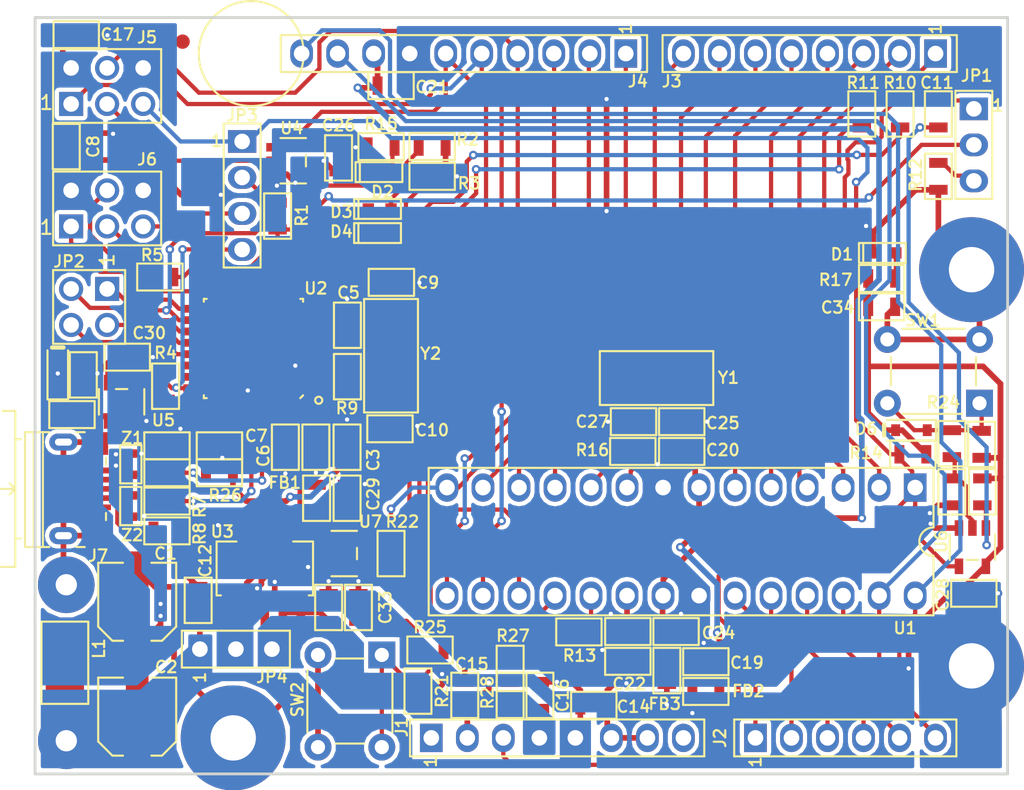
<source format=kicad_pcb>
(kicad_pcb (version 20171130) (host pcbnew "(5.0.0-3-g5ebb6b6)")
  (title_block (title "Arduino Uno"))
  (layers (0 F.Cu signal) (31 B.Cu signal) (34 B.Paste user hide) (35 F.Paste user hide) (36 B.SilkS user hide) (37 F.SilkS user hide) (38 B.Mask user hide) (39 F.Mask user hide) (44 Edge.Cuts user))
  (net 0 "")
  (net 1 GND)
  (net 2 /+5V_USB)
  (net 3 +5V)
  (net 4 /+5_3V3_16U2)
  (net 5 /+3V3_16U2_UCAP)
  (net 6 +5V_3V3)
  (net 7 /16U2_16MHZ_XTAL2)
  (net 8 /16U2_16MHZ_XTAL1)
  (net 9 "Net-(C11-Pad2)")
  (net 10 /328P_AUTORESETn)
  (net 11 +3V3)
  (net 12 /+5_3V3_328P_VCC)
  (net 13 +AREF)
  (net 14 /+5_3V3_328P_AVCC)
  (net 15 /328P_16MHZ_XTAL2)
  (net 16 /328P_16MHZ_XTAL1)
  (net 17 /16U2_BUF_RESETn)
  (net 18 /328P_BUF_RESETn)
  (net 19 /USER_BUTTON_BUF)
  (net 20 "Net-(D1-Pad2)")
  (net 21 "Net-(D2-Pad2)")
  (net 22 "Net-(D2-Pad1)")
  (net 23 /16U2_TX_LED)
  (net 24 "Net-(D3-Pad2)")
  (net 25 "Net-(D4-Pad2)")
  (net 26 /16U2_RX_LED)
  (net 27 "Net-(D5-Pad2)")
  (net 28 /BUTTON_RESETn)
  (net 29 "Net-(J1-Pad8)")
  (net 30 /328P_RESETn)
  (net 31 "Net-(J1-Pad1)")
  (net 32 /AD0)
  (net 33 /AD1)
  (net 34 /AD2)
  (net 35 /AD3)
  (net 36 /AD4_SDA)
  (net 37 /AD5_SCL)
  (net 38 /IO0)
  (net 39 /IO1)
  (net 40 /IO2)
  (net 41 /IO3)
  (net 42 /IO4)
  (net 43 /IO5)
  (net 44 /IO6)
  (net 45 /IO7)
  (net 46 /IO8)
  (net 47 /IO9)
  (net 48 /SS)
  (net 49 /MOSI)
  (net 50 /MISO)
  (net 51 /SCK)
  (net 52 /16U2_MISO)
  (net 53 /16U2_MOSI)
  (net 54 /16U2_SCLK)
  (net 55 /16U2_HDR_RESETn)
  (net 56 /CON_USB_P)
  (net 57 /CON_USB_N)
  (net 58 "Net-(J7-Pad4)")
  (net 59 /16U2PROG_328P_RESETn)
  (net 60 "Net-(JP1-Pad3)")
  (net 61 /16U2_PB6)
  (net 62 /16U2_PB4)
  (net 63 /16U2_PB7)
  (net 64 /16U2_PB5)
  (net 65 /16U2_RESETn)
  (net 66 /16U2_SCLK_R)
  (net 67 /USB_N)
  (net 68 /USB_P)
  (net 69 /16U2_TXD)
  (net 70 /16U2_RXD)
  (net 71 /SCK_R)
  (net 72 /USER_BUTTON)
  (net 73 "Net-(R22-Pad1)")
  (net 74 "Net-(U2-Pad5)")
  (net 75 "Net-(U2-Pad6)")
  (net 76 "Net-(U2-Pad7)")
  (net 77 "Net-(U2-Pad12)")
  (net 78 "Net-(U2-Pad14)")
  (net 79 "Net-(U2-Pad22)")
  (net 80 "Net-(U2-Pad23)")
  (net 81 "Net-(U2-Pad25)")
  (net 82 "Net-(U2-Pad26)")
  (module arduinouno:C0805x95mm (layer F.Cu) (at 137.2 98.6 90)
    (fp_text reference C16 (at 0 1.6 90) (layer F.SilkS) (effects (font (size 0.8128 0.8128))))
    (fp_text value 100nF hide)
    (pad 2 smd rect (at 0.95 0 90) (size 0.7 1.3) (layers F.Cu F.Paste F.Mask) (net 1 GND))
    (pad 1 smd rect (at -0.95 0 90) (size 0.7 1.3) (layers F.Cu F.Paste F.Mask) (net 11 +3V3))
  )
  (module arduinouno:ABM7_BIG (layer F.Cu) (at 126.7 74.65 270)
    (fp_text reference Y2 (at -0.15 -2.8) (layer F.SilkS) (effects (font (size 0.8128 0.8128))))
    (fp_text value 16.000MHz hide)
    (pad 2 smd rect (at 2.45 0 270) (size 2.5 2.6) (layers F.Cu F.Paste F.Mask) (net 8 /16U2_16MHZ_XTAL1))
    (pad 1 smd rect (at -2.45 0 270) (size 2.5 2.6) (layers F.Cu F.Paste F.Mask) (net 7 /16U2_16MHZ_XTAL2))
  )
  (module arduinouno:1825910-6 (layer F.Cu) (at 123.8 99 270)
    (fp_text reference SW2 (at -0.1 3.7 270) (layer F.SilkS) (effects (font (size 0.8128 0.8128))))
    (fp_text value 1825910-6)
    (pad 3 thru_hole circle (at -3.25 2.25 270) (size 1.9 1.9) (drill 1) (layers *.Cu *.Mask) (net 1 GND))
    (pad 1 thru_hole rect (at -3.25 -2.25 270) (size 1.9 1.9) (drill 1) (layers *.Cu *.Mask) (net 72 /USER_BUTTON))
    (pad 2 thru_hole circle (at 3.25 -2.25 270) (size 1.9 1.9) (drill 1) (layers *.Cu *.Mask) (net 72 /USER_BUTTON))
    (pad 4 thru_hole circle (at 3.25 2.25 270) (size 1.9 1.9) (drill 1) (layers *.Cu *.Mask) (net 1 GND))
  )
  (module arduinouno:1825910-6 (layer F.Cu) (at 164.95 75.75 180)
    (fp_text reference SW1 (at 0.75 3.6 180) (layer F.SilkS) (effects (font (size 0.8128 0.8128))))
    (fp_text value 1825910-6)
    (pad 3 thru_hole circle (at -3.25 2.25 180) (size 1.9 1.9) (drill 1) (layers *.Cu *.Mask) (net 1 GND))
    (pad 1 thru_hole rect (at -3.25 -2.25 180) (size 1.9 1.9) (drill 1) (layers *.Cu *.Mask) (net 28 /BUTTON_RESETn))
    (pad 2 thru_hole circle (at 3.25 -2.25 180) (size 1.9 1.9) (drill 1) (layers *.Cu *.Mask) (net 28 /BUTTON_RESETn))
    (pad 4 thru_hole circle (at 3.25 2.25 180) (size 1.9 1.9) (drill 1) (layers *.Cu *.Mask) (net 1 GND))
  )
  (module arduinouno:10P_Header_Female_2.54mm (layer F.Cu) (at 143.256 53.34 270)
    (fp_text reference J4 (at 1.96 -0.844) (layer F.SilkS) (effects (font (size 0.8128 0.8128))))
    (fp_text value M20-7821046 hide)
    (fp_text user 1 (at -1.74 0 270) (layer F.SilkS) (effects (font (size 0.8128 0.8128))))
    (pad 10 thru_hole oval (at 0 22.86 270) (size 2 1.6) (drill 1.1) (layers *.Cu *.Mask) (net 37 /AD5_SCL))
    (pad 9 thru_hole oval (at 0 20.32 270) (size 2 1.6) (drill 1.1) (layers *.Cu *.Mask) (net 36 /AD4_SDA))
    (pad 8 thru_hole oval (at 0 17.78 270) (size 2 1.6) (drill 1.1) (layers *.Cu *.Mask) (net 13 +AREF))
    (pad 7 thru_hole oval (at 0 15.24 270) (size 2 1.6) (drill 1.1) (layers *.Cu *.Mask) (net 1 GND))
    (pad 6 thru_hole oval (at 0 12.7 270) (size 2 1.6) (drill 1.1) (layers *.Cu *.Mask) (net 51 /SCK))
    (pad 5 thru_hole oval (at 0 10.16 270) (size 2 1.6) (drill 1.1) (layers *.Cu *.Mask) (net 50 /MISO))
    (pad 4 thru_hole oval (at 0 7.62 270) (size 2 1.6) (drill 1.1) (layers *.Cu *.Mask) (net 49 /MOSI))
    (pad 3 thru_hole oval (at 0 5.08 270) (size 2 1.6) (drill 1.1) (layers *.Cu *.Mask) (net 48 /SS))
    (pad 2 thru_hole oval (at 0 2.54 270) (size 2 1.6) (drill 1.1) (layers *.Cu *.Mask) (net 47 /IO9))
    (pad 1 thru_hole rect (at 0 0 270) (size 2 1.6) (drill 1.1) (layers *.Cu *.Mask) (net 46 /IO8))
  )
  (module arduinouno:28PIN_PDIP_7.62mm (layer F.Cu) (at 163.665 83.947 180)
    (fp_text reference U1 (at 0.71 -9.91 180) (layer F.SilkS) (effects (font (size 0.8128 0.8128))))
    (fp_text value ATMEGA328P-PU hide)
    (pad 28 thru_hole oval (at 0 -7.62 180) (size 1.6 2) (drill 1.1) (layers *.Cu *.Mask) (net 37 /AD5_SCL))
    (pad 27 thru_hole oval (at 2.54 -7.62 180) (size 1.6 2) (drill 1.1) (layers *.Cu *.Mask) (net 36 /AD4_SDA))
    (pad 26 thru_hole oval (at 5.08 -7.62 180) (size 1.6 2) (drill 1.1) (layers *.Cu *.Mask) (net 35 /AD3))
    (pad 25 thru_hole oval (at 7.62 -7.62 180) (size 1.6 2) (drill 1.1) (layers *.Cu *.Mask) (net 34 /AD2))
    (pad 24 thru_hole oval (at 10.16 -7.62 180) (size 1.6 2) (drill 1.1) (layers *.Cu *.Mask) (net 33 /AD1))
    (pad 23 thru_hole oval (at 12.7 -7.62 180) (size 1.6 2) (drill 1.1) (layers *.Cu *.Mask) (net 32 /AD0))
    (pad 22 thru_hole oval (at 15.24 -7.62 180) (size 1.6 2) (drill 1.1) (layers *.Cu *.Mask) (net 1 GND))
    (pad 21 thru_hole oval (at 17.78 -7.62 180) (size 1.6 2) (drill 1.1) (layers *.Cu *.Mask) (net 13 +AREF))
    (pad 20 thru_hole oval (at 20.32 -7.62 180) (size 1.6 2) (drill 1.1) (layers *.Cu *.Mask) (net 14 /+5_3V3_328P_AVCC))
    (pad 19 thru_hole oval (at 22.86 -7.62 180) (size 1.6 2) (drill 1.1) (layers *.Cu *.Mask) (net 71 /SCK_R))
    (pad 18 thru_hole oval (at 25.4 -7.62 180) (size 1.6 2) (drill 1.1) (layers *.Cu *.Mask) (net 50 /MISO))
    (pad 17 thru_hole oval (at 27.94 -7.62 180) (size 1.6 2) (drill 1.1) (layers *.Cu *.Mask) (net 49 /MOSI))
    (pad 16 thru_hole oval (at 30.48 -7.62 180) (size 1.6 2) (drill 1.1) (layers *.Cu *.Mask) (net 48 /SS))
    (pad 15 thru_hole oval (at 33.02 -7.62 180) (size 1.6 2) (drill 1.1) (layers *.Cu *.Mask) (net 47 /IO9))
    (pad 14 thru_hole oval (at 33.02 0 180) (size 1.6 2) (drill 1.1) (layers *.Cu *.Mask) (net 46 /IO8))
    (pad 13 thru_hole oval (at 30.48 0 180) (size 1.6 2) (drill 1.1) (layers *.Cu *.Mask) (net 45 /IO7))
    (pad 12 thru_hole oval (at 27.94 0 180) (size 1.6 2) (drill 1.1) (layers *.Cu *.Mask) (net 44 /IO6))
    (pad 11 thru_hole oval (at 25.4 0 180) (size 1.6 2) (drill 1.1) (layers *.Cu *.Mask) (net 43 /IO5))
    (pad 10 thru_hole oval (at 22.86 0 180) (size 1.6 2) (drill 1.1) (layers *.Cu *.Mask) (net 16 /328P_16MHZ_XTAL1))
    (pad 9 thru_hole oval (at 20.32 0 180) (size 1.6 2) (drill 1.1) (layers *.Cu *.Mask) (net 15 /328P_16MHZ_XTAL2))
    (pad 8 thru_hole oval (at 17.78 0 180) (size 1.6 2) (drill 1.1) (layers *.Cu *.Mask) (net 1 GND))
    (pad 7 thru_hole oval (at 15.24 0 180) (size 1.6 2) (drill 1.1) (layers *.Cu *.Mask) (net 12 /+5_3V3_328P_VCC))
    (pad 6 thru_hole oval (at 12.7 0 180) (size 1.6 2) (drill 1.1) (layers *.Cu *.Mask) (net 42 /IO4))
    (pad 5 thru_hole oval (at 10.16 0 180) (size 1.6 2) (drill 1.1) (layers *.Cu *.Mask) (net 41 /IO3))
    (pad 4 thru_hole oval (at 7.62 0 180) (size 1.6 2) (drill 1.1) (layers *.Cu *.Mask) (net 40 /IO2))
    (pad 3 thru_hole oval (at 5.08 0 180) (size 1.6 2) (drill 1.1) (layers *.Cu *.Mask) (net 39 /IO1))
    (pad 2 thru_hole oval (at 2.54 0 180) (size 1.6 2) (drill 1.1) (layers *.Cu *.Mask) (net 38 /IO0))
    (pad 1 thru_hole rect (at 0 0 180) (size 1.6 2) (drill 1.1) (layers *.Cu *.Mask) (net 30 /328P_RESETn))
  )
  (module arduinouno:28DIP_7.62MM_SCKT (layer F.Cu) (at 163.665 83.947 180)
    (fp_text reference SCKT_FOR_U1 hide)
    (fp_text value "28-DIP Socket" hide)
  )
  (module arduinouno:C_ALUM_C_SIZE (layer F.Cu) (at 108.8 92 90)
    (fp_text reference C1 (at 3.4 2 180) (layer F.SilkS) (effects (font (size 0.8128 0.8128))))
    (fp_text value 100u|10V hide)
    (pad 2 smd rect (at 2.05 0 90) (size 3 1.6) (layers F.Cu F.Paste F.Mask) (net 1 GND))
    (pad 1 smd rect (at -2.05 0 90) (size 3 1.6) (layers F.Cu F.Paste F.Mask) (net 2 /+5V_USB))
  )
  (module arduinouno:C_ALUM_C_SIZE (layer F.Cu) (at 108.8 100.1 90)
    (fp_text reference C2 (at 3.5 2.05 180) (layer F.SilkS) (effects (font (size 0.8128 0.8128))))
    (fp_text value 100uF|10V hide)
    (pad 2 smd rect (at 2.05 0 90) (size 3 1.6) (layers F.Cu F.Paste F.Mask) (net 1 GND))
    (pad 1 smd rect (at -2.05 0 90) (size 3 1.6) (layers F.Cu F.Paste F.Mask) (net 3 +5V))
  )
  (module arduinouno:C0805x145mm (layer F.Cu) (at 123.6 81.1 90)
    (fp_text reference C3 (at -0.9 1.85 270) (layer F.SilkS) (effects (font (size 0.8128 0.8128))))
    (fp_text value 10uF|16V hide)
    (pad 2 smd rect (at 0.95 0 90) (size 0.7 1.3) (layers F.Cu F.Paste F.Mask) (net 1 GND))
    (pad 1 smd rect (at -0.95 0 90) (size 0.7 1.3) (layers F.Cu F.Paste F.Mask) (net 4 /+5_3V3_16U2))
  )
  (module arduinouno:C0805x95mm (layer F.Cu) (at 121.4 81.1 270)
    (fp_text reference C4 hide)
    (fp_text value 100nF hide)
    (pad 2 smd rect (at 0.95 0 270) (size 0.7 1.3) (layers F.Cu F.Paste F.Mask) (net 1 GND))
    (pad 1 smd rect (at -0.95 0 270) (size 0.7 1.3) (layers F.Cu F.Paste F.Mask) (net 4 /+5_3V3_16U2))
  )
  (module arduinouno:C0805x95mm (layer F.Cu) (at 123.625 72.5 90)
    (fp_text reference C5 (at 2.3 0.075 180) (layer F.SilkS) (effects (font (size 0.8128 0.8128))))
    (fp_text value 100nF hide)
    (pad 2 smd rect (at 0.95 0 90) (size 0.7 1.3) (layers F.Cu F.Paste F.Mask) (net 1 GND))
    (pad 1 smd rect (at -0.95 0 90) (size 0.7 1.3) (layers F.Cu F.Paste F.Mask) (net 4 /+5_3V3_16U2))
  )
  (module arduinouno:C0805x95mm (layer F.Cu) (at 119.25 81.1 270)
    (fp_text reference C6 (at 0.6 1.55 270) (layer F.SilkS) (effects (font (size 0.8128 0.8128))))
    (fp_text value 100nF hide)
    (pad 2 smd rect (at 0.95 0 270) (size 0.7 1.3) (layers F.Cu F.Paste F.Mask) (net 1 GND))
    (pad 1 smd rect (at -0.95 0 270) (size 0.7 1.3) (layers F.Cu F.Paste F.Mask) (net 3 +5V))
  )
  (module arduinouno:C0805x95mm (layer F.Cu) (at 114.6 81 180)
    (fp_text reference C7 (at -2.6 0.7 180) (layer F.SilkS) (effects (font (size 0.8128 0.8128))))
    (fp_text value 1uF|25V hide)
    (pad 2 smd rect (at 0.95 0 180) (size 0.7 1.3) (layers F.Cu F.Paste F.Mask) (net 5 /+3V3_16U2_UCAP))
    (pad 1 smd rect (at -0.95 0 180) (size 0.7 1.3) (layers F.Cu F.Paste F.Mask) (net 1 GND))
  )
  (module arduinouno:C0805x95mm (layer F.Cu) (at 103.8 59.9 90)
    (fp_text reference C8 (at 0 1.9 270) (layer F.SilkS) (effects (font (size 0.8128 0.8128))))
    (fp_text value 100nF hide)
    (pad 2 smd rect (at 0.95 0 90) (size 0.7 1.3) (layers F.Cu F.Paste F.Mask) (net 1 GND))
    (pad 1 smd rect (at -0.95 0 90) (size 0.7 1.3) (layers F.Cu F.Paste F.Mask) (net 6 +5V_3V3))
  )
  (module arduinouno:C0805x95mm (layer F.Cu) (at 126.725 69.475 180)
    (fp_text reference C9 (at -2.575 -0.025 180) (layer F.SilkS) (effects (font (size 0.8128 0.8128))))
    (fp_text value 18pF hide)
    (pad 2 smd rect (at 0.95 0 180) (size 0.7 1.3) (layers F.Cu F.Paste F.Mask) (net 7 /16U2_16MHZ_XTAL2))
    (pad 1 smd rect (at -0.95 0 180) (size 0.7 1.3) (layers F.Cu F.Paste F.Mask) (net 1 GND))
  )
  (module arduinouno:C0805x95mm (layer F.Cu) (at 126.625 79.8 180)
    (fp_text reference C10 (at -2.975 -0.1 180) (layer F.SilkS) (effects (font (size 0.8128 0.8128))))
    (fp_text value 18pF hide)
    (pad 2 smd rect (at 0.95 0 180) (size 0.7 1.3) (layers F.Cu F.Paste F.Mask) (net 8 /16U2_16MHZ_XTAL1))
    (pad 1 smd rect (at -0.95 0 180) (size 0.7 1.3) (layers F.Cu F.Paste F.Mask) (net 1 GND))
  )
  (module arduinouno:C0805x95mm (layer F.Cu) (at 165.3 57.6 90)
    (fp_text reference C11 (at 2.2 -0.1 180) (layer F.SilkS) (effects (font (size 0.8128 0.8128))))
    (fp_text value 100nF hide)
    (pad 2 smd rect (at 0.95 0 90) (size 0.7 1.3) (layers F.Cu F.Paste F.Mask) (net 9 "Net-(C11-Pad2)"))
    (pad 1 smd rect (at -0.95 0 90) (size 0.7 1.3) (layers F.Cu F.Paste F.Mask) (net 10 /328P_AUTORESETn))
  )
  (module arduinouno:C0805x145mm (layer F.Cu) (at 113.1 91.9 90)
    (fp_text reference C12 (at 2.8 0.5 90) (layer F.SilkS) (effects (font (size 0.8128 0.8128))))
    (fp_text value 10uF|16V hide)
    (pad 2 smd rect (at 0.95 0 90) (size 0.7 1.3) (layers F.Cu F.Paste F.Mask) (net 1 GND))
    (pad 1 smd rect (at -0.95 0 90) (size 0.7 1.3) (layers F.Cu F.Paste F.Mask) (net 3 +5V))
  )
  (module arduinouno:C0805x145mm (layer F.Cu) (at 122.3 92.4 90)
    (fp_text reference C13 hide)
    (fp_text value 10uF|16V hide)
    (pad 2 smd rect (at 0.95 0 90) (size 0.7 1.3) (layers F.Cu F.Paste F.Mask) (net 1 GND))
    (pad 1 smd rect (at -0.95 0 90) (size 0.7 1.3) (layers F.Cu F.Paste F.Mask) (net 11 +3V3))
  )
  (module arduinouno:C0805x95mm (layer F.Cu) (at 141 99.3)
    (fp_text reference C14 (at 2.8 0.1) (layer F.SilkS) (effects (font (size 0.8128 0.8128))))
    (fp_text value 100nF hide)
    (pad 2 smd rect (at 0.95 0) (size 0.7 1.3) (layers F.Cu F.Paste F.Mask) (net 1 GND))
    (pad 1 smd rect (at -0.95 0) (size 0.7 1.3) (layers F.Cu F.Paste F.Mask) (net 3 +5V))
  )
  (module arduinouno:C0805x95mm (layer F.Cu) (at 131.9 98.6 90)
    (fp_text reference C15 (at 2.2 0.5 180) (layer F.SilkS) (effects (font (size 0.8128 0.8128))))
    (fp_text value 100nF hide)
    (pad 2 smd rect (at 0.95 0 90) (size 0.7 1.3) (layers F.Cu F.Paste F.Mask) (net 1 GND))
    (pad 1 smd rect (at -0.95 0 90) (size 0.7 1.3) (layers F.Cu F.Paste F.Mask) (net 6 +5V_3V3))
  )
  (module arduinouno:C0805x95mm (layer F.Cu) (at 104.5 52)
    (fp_text reference C17 (at 2.9 0) (layer F.SilkS) (effects (font (size 0.8128 0.8128))))
    (fp_text value 100nF hide)
    (pad 2 smd rect (at 0.95 0) (size 0.7 1.3) (layers F.Cu F.Paste F.Mask) (net 1 GND))
    (pad 1 smd rect (at -0.95 0) (size 0.7 1.3) (layers F.Cu F.Paste F.Mask) (net 6 +5V_3V3))
  )
  (module arduinouno:C0805x145mm (layer F.Cu) (at 148.9 96.225 180)
    (fp_text reference C19 (at -2.9 -0.075 180) (layer F.SilkS) (effects (font (size 0.8128 0.8128))))
    (fp_text value 10uF|16V hide)
    (pad 2 smd rect (at 0.95 0 180) (size 0.7 1.3) (layers F.Cu F.Paste F.Mask) (net 1 GND))
    (pad 1 smd rect (at -0.95 0 180) (size 0.7 1.3) (layers F.Cu F.Paste F.Mask) (net 12 /+5_3V3_328P_VCC))
  )
  (module arduinouno:C0805x95mm (layer F.Cu) (at 147.2 81.4 180)
    (fp_text reference C20 (at -2.9 0.1 180) (layer F.SilkS) (effects (font (size 0.8128 0.8128))))
    (fp_text value 100nF hide)
    (pad 2 smd rect (at 0.95 0 180) (size 0.7 1.3) (layers F.Cu F.Paste F.Mask) (net 1 GND))
    (pad 1 smd rect (at -0.95 0 180) (size 0.7 1.3) (layers F.Cu F.Paste F.Mask) (net 12 /+5_3V3_328P_VCC))
  )
  (module arduinouno:C0805x145mm (layer F.Cu) (at 126.7 55.6)
    (fp_text reference C21 (at 2.9 0.1) (layer F.SilkS) (effects (font (size 0.8128 0.8128))))
    (fp_text value 10uF|16V hide)
    (pad 2 smd rect (at 0.95 0) (size 0.7 1.3) (layers F.Cu F.Paste F.Mask) (net 1 GND))
    (pad 1 smd rect (at -0.95 0) (size 0.7 1.3) (layers F.Cu F.Paste F.Mask) (net 13 +AREF))
  )
  (module arduinouno:C0805x145mm (layer F.Cu) (at 143.4 96.2 180)
    (fp_text reference C22 (at -0.1 -1.6 180) (layer F.SilkS) (effects (font (size 0.8128 0.8128))))
    (fp_text value 10uF|16V hide)
    (pad 2 smd rect (at 0.95 0 180) (size 0.7 1.3) (layers F.Cu F.Paste F.Mask) (net 1 GND))
    (pad 1 smd rect (at -0.95 0 180) (size 0.7 1.3) (layers F.Cu F.Paste F.Mask) (net 14 /+5_3V3_328P_AVCC))
  )
  (module arduinouno:C0805x95mm (layer F.Cu) (at 143.4 94.1 180)
    (fp_text reference C23 hide)
    (fp_text value 100nF hide)
    (pad 2 smd rect (at 0.95 0 180) (size 0.7 1.3) (layers F.Cu F.Paste F.Mask) (net 1 GND))
    (pad 1 smd rect (at -0.95 0 180) (size 0.7 1.3) (layers F.Cu F.Paste F.Mask) (net 14 /+5_3V3_328P_AVCC))
  )
  (module arduinouno:C0805x95mm (layer F.Cu) (at 146.8 94.1)
    (fp_text reference C24 (at 3 0.1) (layer F.SilkS) (effects (font (size 0.8128 0.8128))))
    (fp_text value 100nF hide)
    (pad 2 smd rect (at 0.95 0) (size 0.7 1.3) (layers F.Cu F.Paste F.Mask) (net 1 GND))
    (pad 1 smd rect (at -0.95 0) (size 0.7 1.3) (layers F.Cu F.Paste F.Mask) (net 13 +AREF))
  )
  (module arduinouno:C0805x95mm (layer F.Cu) (at 147.2 79.3 180)
    (fp_text reference C25 (at -2.9 -0.1 180) (layer F.SilkS) (effects (font (size 0.8128 0.8128))))
    (fp_text value 18pF hide)
    (pad 2 smd rect (at 0.95 0 180) (size 0.7 1.3) (layers F.Cu F.Paste F.Mask) (net 15 /328P_16MHZ_XTAL2))
    (pad 1 smd rect (at -0.95 0 180) (size 0.7 1.3) (layers F.Cu F.Paste F.Mask) (net 1 GND))
  )
  (module arduinouno:C0805x95mm (layer F.Cu) (at 123 60.7 270)
    (fp_text reference C26 (at -2.3 0) (layer F.SilkS) (effects (font (size 0.8128 0.8128))))
    (fp_text value 100nF hide)
    (pad 2 smd rect (at 0.95 0 270) (size 0.7 1.3) (layers F.Cu F.Paste F.Mask) (net 1 GND))
    (pad 1 smd rect (at -0.95 0 270) (size 0.7 1.3) (layers F.Cu F.Paste F.Mask) (net 6 +5V_3V3))
  )
  (module arduinouno:C0805x95mm (layer F.Cu) (at 143.8 79.3)
    (fp_text reference C27 (at -2.9 0) (layer F.SilkS) (effects (font (size 0.8128 0.8128))))
    (fp_text value 18pF hide)
    (pad 2 smd rect (at 0.95 0) (size 0.7 1.3) (layers F.Cu F.Paste F.Mask) (net 16 /328P_16MHZ_XTAL1))
    (pad 1 smd rect (at -0.95 0) (size 0.7 1.3) (layers F.Cu F.Paste F.Mask) (net 1 GND))
  )
  (module arduinouno:C0805x95mm (layer F.Cu) (at 167.8 91.4)
    (fp_text reference C28 (at -2.2 0.1 90) (layer F.SilkS) (effects (font (size 0.8128 0.8128))))
    (fp_text value 100nF hide)
    (pad 2 smd rect (at 0.95 0) (size 0.7 1.3) (layers F.Cu F.Paste F.Mask) (net 1 GND))
    (pad 1 smd rect (at -0.95 0) (size 0.7 1.3) (layers F.Cu F.Paste F.Mask) (net 6 +5V_3V3))
  )
  (module arduinouno:C0805x95mm (layer F.Cu) (at 123.6 84.7 90)
    (fp_text reference C29 (at 0.3 1.85 270) (layer F.SilkS) (effects (font (size 0.8128 0.8128))))
    (fp_text value 100nF hide)
    (pad 2 smd rect (at 0.95 0 90) (size 0.7 1.3) (layers F.Cu F.Paste F.Mask) (net 1 GND))
    (pad 1 smd rect (at -0.95 0 90) (size 0.7 1.3) (layers F.Cu F.Paste F.Mask) (net 6 +5V_3V3))
  )
  (module arduinouno:C0805x95mm (layer F.Cu) (at 108.1 74.75)
    (fp_text reference C30 (at 1.55 -1.7) (layer F.SilkS) (effects (font (size 0.8128 0.8128))))
    (fp_text value 100nF hide)
    (pad 2 smd rect (at 0.95 0) (size 0.7 1.3) (layers F.Cu F.Paste F.Mask) (net 1 GND))
    (pad 1 smd rect (at -0.95 0) (size 0.7 1.3) (layers F.Cu F.Paste F.Mask) (net 6 +5V_3V3))
  )
  (module arduinouno:C0805x95mm (layer F.Cu) (at 110.9 81)
    (fp_text reference C31 hide)
    (fp_text value 100nF hide)
    (pad 2 smd rect (at 0.95 0) (size 0.7 1.3) (layers F.Cu F.Paste F.Mask) (net 1 GND))
    (pad 1 smd rect (at -0.95 0) (size 0.7 1.3) (layers F.Cu F.Paste F.Mask) (net 17 /16U2_BUF_RESETn))
  )
  (module arduinouno:C0805x95mm (layer F.Cu) (at 166.25 84.25 270)
    (fp_text reference C32 hide)
    (fp_text value 100nF hide)
    (pad 2 smd rect (at 0.95 0 270) (size 0.7 1.3) (layers F.Cu F.Paste F.Mask) (net 1 GND))
    (pad 1 smd rect (at -0.95 0 270) (size 0.7 1.3) (layers F.Cu F.Paste F.Mask) (net 18 /328P_BUF_RESETn))
  )
  (module arduinouno:C0805x95mm (layer F.Cu) (at 124.4 92.4 90)
    (fp_text reference C33 (at 0 1.9 90) (layer F.SilkS) (effects (font (size 0.8128 0.8128))))
    (fp_text value 100nF hide)
    (pad 2 smd rect (at 0.95 0 90) (size 0.7 1.3) (layers F.Cu F.Paste F.Mask) (net 1 GND))
    (pad 1 smd rect (at -0.95 0 90) (size 0.7 1.3) (layers F.Cu F.Paste F.Mask) (net 19 /USER_BUTTON_BUF))
  )
  (module arduinouno:C0805x145mm (layer F.Cu) (at 161.3 71.2)
    (fp_text reference C34 (at -3.1 0.05) (layer F.SilkS) (effects (font (size 0.8128 0.8128))))
    (fp_text value 10uF|16V hide)
    (pad 2 smd rect (at 0.95 0) (size 0.7 1.3) (layers F.Cu F.Paste F.Mask) (net 1 GND))
    (pad 1 smd rect (at -0.95 0) (size 0.7 1.3) (layers F.Cu F.Paste F.Mask) (net 6 +5V_3V3))
  )
  (module arduinouno:LED_0603 (layer F.Cu) (at 161.5 67.4)
    (fp_text reference D1 (at -3 0.1) (layer F.SilkS) (effects (font (size 0.8128 0.8128))))
    (fp_text value GREEN hide)
    (pad 1 smd rect (at -0.8 0) (size 0.8 0.8) (layers F.Cu F.Paste F.Mask) (net 1 GND))
    (pad 2 smd rect (at 0.8 0) (size 0.8 0.8) (layers F.Cu F.Paste F.Mask) (net 20 "Net-(D1-Pad2)"))
  )
  (module arduinouno:LED_0603 (layer F.Cu) (at 126 61.7)
    (fp_text reference D2 (at 0.1 1.4) (layer F.SilkS) (effects (font (size 0.8128 0.8128))))
    (fp_text value ORANGE hide)
    (pad 1 smd rect (at -0.8 0) (size 0.8 0.8) (layers F.Cu F.Paste F.Mask) (net 22 "Net-(D2-Pad1)"))
    (pad 2 smd rect (at 0.8 0) (size 0.8 0.8) (layers F.Cu F.Paste F.Mask) (net 21 "Net-(D2-Pad2)"))
  )
  (module arduinouno:LED_0603 (layer F.Cu) (at 125.9 64.3)
    (fp_text reference D3 (at -2.7 0.2) (layer F.SilkS) (effects (font (size 0.8128 0.8128))))
    (fp_text value ORANGE hide)
    (pad 1 smd rect (at -0.8 0) (size 0.8 0.8) (layers F.Cu F.Paste F.Mask) (net 23 /16U2_TX_LED))
    (pad 2 smd rect (at 0.8 0) (size 0.8 0.8) (layers F.Cu F.Paste F.Mask) (net 24 "Net-(D3-Pad2)"))
  )
  (module arduinouno:LED_0603 (layer F.Cu) (at 125.9 66)
    (fp_text reference D4 (at -2.7 -0.1) (layer F.SilkS) (effects (font (size 0.8128 0.8128))))
    (fp_text value ORANGE hide)
    (pad 1 smd rect (at -0.8 0) (size 0.8 0.8) (layers F.Cu F.Paste F.Mask) (net 26 /16U2_RX_LED))
    (pad 2 smd rect (at 0.8 0) (size 0.8 0.8) (layers F.Cu F.Paste F.Mask) (net 25 "Net-(D4-Pad2)"))
  )
  (module arduinouno:SOD323 (layer F.Cu) (at 103.2 76 270)
    (fp_text reference D5 hide)
    (fp_text value BAT54HT1G hide)
    (pad 2 smd rect (at 1.115 0 270) (size 0.63 0.83) (layers F.Cu F.Paste F.Mask) (net 27 "Net-(D5-Pad2)"))
    (pad 1 smd rect (at -1.115 0 270) (size 0.63 0.83) (layers F.Cu F.Paste F.Mask) (net 6 +5V_3V3))
  )
  (module arduinouno:SOD323 (layer F.Cu) (at 163.4 79.9)
    (fp_text reference D6 (at -3.2 -0.1) (layer F.SilkS) (effects (font (size 0.8128 0.8128))))
    (fp_text value BAT54HT1G hide)
    (pad 2 smd rect (at 1.115 0) (size 0.63 0.83) (layers F.Cu F.Paste F.Mask) (net 28 /BUTTON_RESETn))
    (pad 1 smd rect (at -1.115 0) (size 0.63 0.83) (layers F.Cu F.Paste F.Mask) (net 6 +5V_3V3))
  )
  (module arduinouno:FB0805x85mm (layer F.Cu) (at 121.45 84.7 90)
    (fp_text reference FB1 (at 1.1 -2.25) (layer F.SilkS) (effects (font (size 0.8128 0.8128))))
    (fp_text value MPZ2012S601AT000 hide)
    (pad 2 smd rect (at 0.95 0 90) (size 0.7 1.3) (layers F.Cu F.Paste F.Mask) (net 4 /+5_3V3_16U2))
    (pad 1 smd rect (at -0.95 0 90) (size 0.7 1.3) (layers F.Cu F.Paste F.Mask) (net 6 +5V_3V3))
  )
  (module arduinouno:FB0805x85mm (layer F.Cu) (at 148.9 98.325)
    (fp_text reference FB2 (at 3 -0.025) (layer F.SilkS) (effects (font (size 0.8128 0.8128))))
    (fp_text value MPZ2012S601AT000 hide)
    (pad 2 smd rect (at 0.95 0) (size 0.7 1.3) (layers F.Cu F.Paste F.Mask) (net 12 /+5_3V3_328P_VCC))
    (pad 1 smd rect (at -0.95 0) (size 0.7 1.3) (layers F.Cu F.Paste F.Mask) (net 6 +5V_3V3))
  )
  (module arduinouno:FB0805x85mm (layer F.Cu) (at 146.15 96.85 90)
    (fp_text reference FB3 (at -2.35 -0.15 180) (layer F.SilkS) (effects (font (size 0.8128 0.8128))))
    (fp_text value MPZ2012S601AT000 hide)
    (pad 2 smd rect (at 0.95 0 90) (size 0.7 1.3) (layers F.Cu F.Paste F.Mask) (net 14 /+5_3V3_328P_AVCC))
    (pad 1 smd rect (at -0.95 0 90) (size 0.7 1.3) (layers F.Cu F.Paste F.Mask) (net 6 +5V_3V3))
  )
  (module arduinouno:FID_40x120M (layer F.Cu) (at 168.4 102.4)
    (fp_text reference FID1 hide)
    (fp_text value FID_1MM hide)
    (pad 1 smd circle (at 0 0) (size 1.016 1.016) (layers F.Cu F.Paste F.Mask))
  )
  (module arduinouno:FID_40x120M (layer F.Cu) (at 168.4 52.6)
    (fp_text reference FID2 hide)
    (fp_text value FID_1MM hide)
    (pad 1 smd circle (at 0 0) (size 1.016 1.016) (layers F.Cu F.Paste F.Mask))
  )
  (module arduinouno:FID_40x120M (layer F.Cu) (at 112 52.5)
    (fp_text reference FID3 hide)
    (fp_text value FID_1MM hide)
    (pad 1 smd circle (at 0 0) (size 1.016 1.016) (layers F.Cu F.Paste F.Mask))
  )
  (module arduinouno:FID_40x120M (layer F.Cu) (at 123.8 98.9)
    (fp_text reference FID4 hide)
    (fp_text value FID_1MM hide)
    (pad 1 smd circle (at 0 0) (size 1.016 1.016) (layers F.Cu F.Paste F.Mask))
  )
  (module arduinouno:8P_Header_Female_2.54mm (layer F.Cu) (at 129.54 101.6 90)
    (fp_text reference J1 (at 0.75 -2.09 90) (layer F.SilkS) (effects (font (size 0.8128 0.8128))))
    (fp_text value M20-7820842 hide)
    (fp_text user 1 (at -1.7 -0.04 90) (layer F.SilkS) (effects (font (size 0.8128 0.8128))))
    (pad 1 thru_hole rect (at 0 0 90) (size 2 1.6) (drill 1.1) (layers *.Cu *.Mask) (net 31 "Net-(J1-Pad1)"))
    (pad 2 thru_hole oval (at 0 2.54 90) (size 2 1.6) (drill 1.1) (layers *.Cu *.Mask) (net 6 +5V_3V3))
    (pad 3 thru_hole oval (at 0 5.08 90) (size 2 1.6) (drill 1.1) (layers *.Cu *.Mask) (net 30 /328P_RESETn))
    (pad 4 thru_hole oval (at 0 7.62 90) (size 2 1.6) (drill 1.1) (layers *.Cu *.Mask) (net 11 +3V3))
    (pad 5 thru_hole oval (at 0 10.16 90) (size 2 1.6) (drill 1.1) (layers *.Cu *.Mask) (net 3 +5V))
    (pad 6 thru_hole oval (at 0 12.7 90) (size 2 1.6) (drill 1.1) (layers *.Cu *.Mask) (net 1 GND))
    (pad 7 thru_hole oval (at 0 15.24 90) (size 2 1.6) (drill 1.1) (layers *.Cu *.Mask) (net 1 GND))
    (pad 8 thru_hole oval (at 0 17.78 90) (size 2 1.6) (drill 1.1) (layers *.Cu *.Mask) (net 29 "Net-(J1-Pad8)"))
  )
  (module arduinouno:6P_Header_Female_2.54mm (layer F.Cu) (at 152.4 101.6 90)
    (fp_text reference J2 (at 0 -2.5 90) (layer F.SilkS) (effects (font (size 0.8128 0.8128))))
    (fp_text value M20-7820646 hide)
    (fp_text user 1 (at -1.7 0 90) (layer F.SilkS) (effects (font (size 0.8128 0.8128))))
    (pad 6 thru_hole oval (at 0 12.7 90) (size 2 1.6) (drill 1.1) (layers *.Cu *.Mask) (net 37 /AD5_SCL))
    (pad 5 thru_hole oval (at 0 10.16 90) (size 2 1.6) (drill 1.1) (layers *.Cu *.Mask) (net 36 /AD4_SDA))
    (pad 4 thru_hole oval (at 0 7.62 90) (size 2 1.6) (drill 1.1) (layers *.Cu *.Mask) (net 35 /AD3))
    (pad 3 thru_hole oval (at 0 5.08 90) (size 2 1.6) (drill 1.1) (layers *.Cu *.Mask) (net 34 /AD2))
    (pad 2 thru_hole oval (at 0 2.54 90) (size 2 1.6) (drill 1.1) (layers *.Cu *.Mask) (net 33 /AD1))
    (pad 1 thru_hole rect (at 0 0 90) (size 2 1.6) (drill 1.1) (layers *.Cu *.Mask) (net 32 /AD0))
  )
  (module arduinouno:8P_Header_Female_2.54mm (layer F.Cu) (at 165.1 53.34 270)
    (fp_text reference J3 (at 1.96 18.6) (layer F.SilkS) (effects (font (size 0.8128 0.8128))))
    (fp_text value M20-7820842 hide)
    (fp_text user 1 (at -1.74 0 270) (layer F.SilkS) (effects (font (size 0.8128 0.8128))))
    (pad 1 thru_hole rect (at 0 0 270) (size 2 1.6) (drill 1.1) (layers *.Cu *.Mask) (net 38 /IO0))
    (pad 2 thru_hole oval (at 0 2.54 270) (size 2 1.6) (drill 1.1) (layers *.Cu *.Mask) (net 39 /IO1))
    (pad 3 thru_hole oval (at 0 5.08 270) (size 2 1.6) (drill 1.1) (layers *.Cu *.Mask) (net 40 /IO2))
    (pad 4 thru_hole oval (at 0 7.62 270) (size 2 1.6) (drill 1.1) (layers *.Cu *.Mask) (net 41 /IO3))
    (pad 5 thru_hole oval (at 0 10.16 270) (size 2 1.6) (drill 1.1) (layers *.Cu *.Mask) (net 42 /IO4))
    (pad 6 thru_hole oval (at 0 12.7 270) (size 2 1.6) (drill 1.1) (layers *.Cu *.Mask) (net 43 /IO5))
    (pad 7 thru_hole oval (at 0 15.24 270) (size 2 1.6) (drill 1.1) (layers *.Cu *.Mask) (net 44 /IO6))
    (pad 8 thru_hole oval (at 0 17.78 270) (size 2 1.6) (drill 1.1) (layers *.Cu *.Mask) (net 45 /IO7))
  )
  (module arduinouno:HDR_2x3_2.54mm (layer F.Cu) (at 104.14 56.896)
    (fp_text reference J5 (at 5.36 -4.696 180) (layer F.SilkS) (effects (font (size 0.8128 0.8128))))
    (fp_text value 67997-106HLF hide)
    (fp_text user 1 (at -1.74 -0.096 180) (layer F.SilkS))
    (pad 5 thru_hole circle (at 5.08 0) (size 1.7 1.7) (drill 1.1) (layers *.Cu *.Mask) (net 30 /328P_RESETn))
    (pad 6 thru_hole circle (at 5.08 -2.54) (size 1.7 1.7) (drill 1.1) (layers *.Cu *.Mask) (net 1 GND))
    (pad 3 thru_hole circle (at 2.54 0) (size 1.7 1.7) (drill 1.1) (layers *.Cu *.Mask) (net 51 /SCK))
    (pad 4 thru_hole circle (at 2.54 -2.54) (size 1.7 1.7) (drill 1.1) (layers *.Cu *.Mask) (net 49 /MOSI))
    (pad 1 thru_hole rect (at 0 0) (size 1.7 1.7) (drill 1.1) (layers *.Cu *.Mask) (net 50 /MISO))
    (pad 2 thru_hole circle (at 0 -2.54) (size 1.7 1.7) (drill 1.1) (layers *.Cu *.Mask) (net 6 +5V_3V3))
  )
  (module arduinouno:HDR_2x3_2.54mm (layer F.Cu) (at 104.14 65.532)
    (fp_text reference J6 (at 5.36 -4.732 180) (layer F.SilkS) (effects (font (size 0.8128 0.8128))))
    (fp_text value 67997-106HLF hide)
    (fp_text user 1 (at -1.74 0.068 180) (layer F.SilkS))
    (pad 5 thru_hole circle (at 5.08 0) (size 1.7 1.7) (drill 1.1) (layers *.Cu *.Mask) (net 55 /16U2_HDR_RESETn))
    (pad 6 thru_hole circle (at 5.08 -2.54) (size 1.7 1.7) (drill 1.1) (layers *.Cu *.Mask) (net 1 GND))
    (pad 3 thru_hole circle (at 2.54 0) (size 1.7 1.7) (drill 1.1) (layers *.Cu *.Mask) (net 54 /16U2_SCLK))
    (pad 4 thru_hole circle (at 2.54 -2.54) (size 1.7 1.7) (drill 1.1) (layers *.Cu *.Mask) (net 53 /16U2_MOSI))
    (pad 1 thru_hole rect (at 0 0) (size 1.7 1.7) (drill 1.1) (layers *.Cu *.Mask) (net 52 /16U2_MISO))
    (pad 2 thru_hole circle (at 0 -2.54) (size 1.7 1.7) (drill 1.1) (layers *.Cu *.Mask) (net 6 +5V_3V3))
  )
  (module arduinouno:10118193 (layer F.Cu) (at 103.6 84.04 270)
    (fp_text reference J7 (at 4.71 -2.45) (layer F.SilkS) (effects (font (size 0.8128 0.8128))))
    (fp_text value 10118193-0001LF hide)
    (pad 11 thru_hole oval (at 3.3 0 270) (size 1.2 2) (drill oval 0.5 1.2) (layers *.Cu *.Mask) (net 1 GND))
    (pad 10 thru_hole oval (at -3.3 0 270) (size 1.2 2) (drill oval 0.5 1.2) (layers *.Cu *.Mask) (net 1 GND))
    (pad 9 smd rect (at 1.25 0 270) (size 1.9 1.9) (layers F.Cu F.Paste F.Mask) (net 1 GND))
    (pad 8 smd rect (at -1.25 0 270) (size 1.9 1.9) (layers F.Cu F.Paste F.Mask) (net 1 GND))
    (pad 7 smd rect (at 3.2 -2.45 270) (size 1.6 1.4) (layers F.Cu F.Paste F.Mask) (net 1 GND))
    (pad 6 smd rect (at -3.2 -2.45 270) (size 1.6 1.4) (layers F.Cu F.Paste F.Mask) (net 1 GND))
    (pad 5 smd rect (at 1.3 -2.675 270) (size 0.4 1.35) (layers F.Cu F.Paste F.Mask) (net 1 GND))
    (pad 4 smd rect (at 0.65 -2.675 270) (size 0.4 1.35) (layers F.Cu F.Paste F.Mask) (net 58 "Net-(J7-Pad4)"))
    (pad 1 smd rect (at -1.3 -2.675 270) (size 0.4 1.35) (layers F.Cu F.Paste F.Mask) (net 2 /+5V_USB))
    (pad 2 smd rect (at -0.65 -2.675 270) (size 0.4 1.35) (layers F.Cu F.Paste F.Mask) (net 57 /CON_USB_N))
    (pad 3 smd rect (at 0 -2.675 270) (size 0.4 1.35) (layers F.Cu F.Paste F.Mask) (net 56 /CON_USB_P))
  )
  (module arduinouno:PAD_WITH_HOLE_4mmx1.5mm (layer F.Cu) (at 103.8 101.8)
    (fp_text reference J8 hide)
    (fp_text value PAD_WITH_HOLE_4mmx1.5mm hide)
    (pad 1 thru_hole circle (at 0 0) (size 4 4) (drill 1.5) (layers *.Cu *.Mask) (net 3 +5V))
  )
  (module arduinouno:PAD_WITH_HOLE_4mmx1.5mm (layer F.Cu) (at 103.8 90.8)
    (fp_text reference J9 hide)
    (fp_text value PAD_WITH_HOLE_4mmx1.5mm hide)
    (pad 1 thru_hole circle (at 0 0) (size 4 4) (drill 1.5) (layers *.Cu *.Mask) (net 1 GND))
  )
  (module arduinouno:3P_Header_2.54mm (layer F.Cu) (at 167.8 57.24)
    (fp_text reference JP1 (at 0.2 -2.34) (layer F.SilkS) (effects (font (size 0.8128 0.8128))))
    (fp_text value 68000-103HLF hide)
    (fp_text user 1 (at 1.7 -0.24) (layer F.SilkS) (effects (font (size 0.8128 0.8128))))
    (pad 3 thru_hole oval (at 0 5.08) (size 2 1.6) (drill 1.1) (layers *.Cu *.Mask) (net 60 "Net-(JP1-Pad3)"))
    (pad 2 thru_hole oval (at 0 2.54) (size 2 1.6) (drill 1.1) (layers *.Cu *.Mask) (net 59 /16U2PROG_328P_RESETn))
    (pad 1 thru_hole rect (at 0 0) (size 2 1.6) (drill 1.1) (layers *.Cu *.Mask) (net 9 "Net-(C11-Pad2)"))
  )
  (module arduinouno:HDR_2x2_2.54mm (layer F.Cu) (at 106.68 69.939916 180)
    (fp_text reference JP2 (at 2.68 1.939916) (layer F.SilkS) (effects (font (size 0.8128 0.8128))))
    (fp_text value 68602-104HLF hide)
    (fp_text user 1 (at 0 2.032 270) (layer F.SilkS))
    (pad 3 thru_hole circle (at 2.54 0 180) (size 1.7 1.7) (drill 1.1) (layers *.Cu *.Mask) (net 64 /16U2_PB5))
    (pad 4 thru_hole circle (at 2.54 -2.54 180) (size 1.7 1.7) (drill 1.1) (layers *.Cu *.Mask) (net 63 /16U2_PB7))
    (pad 1 thru_hole rect (at 0 0 180) (size 1.7 1.7) (drill 1.1) (layers *.Cu *.Mask) (net 62 /16U2_PB4))
    (pad 2 thru_hole circle (at 0 -2.54 180) (size 1.7 1.7) (drill 1.1) (layers *.Cu *.Mask) (net 61 /16U2_PB6))
  )
  (module arduinouno:4P_Header_2.54mm (layer F.Cu) (at 116.2 59.54)
    (fp_text reference JP3 (at 0 -1.84) (layer F.SilkS) (effects (font (size 0.8128 0.8128))))
    (fp_text value 68001-204HLF hide)
    (fp_text user 1 (at -1.8 -0.04) (layer F.SilkS) (effects (font (size 0.8128 0.8128))))
    (pad 4 thru_hole oval (at 0 7.62) (size 2 1.6) (drill 1.1) (layers *.Cu *.Mask) (net 65 /16U2_RESETn))
    (pad 3 thru_hole oval (at 0 5.08) (size 2 1.6) (drill 1.1) (layers *.Cu *.Mask) (net 55 /16U2_HDR_RESETn))
    (pad 2 thru_hole oval (at 0 2.54) (size 2 1.6) (drill 1.1) (layers *.Cu *.Mask) (net 62 /16U2_PB4))
    (pad 1 thru_hole rect (at 0 0) (size 2 1.6) (drill 1.1) (layers *.Cu *.Mask) (net 30 /328P_RESETn))
  )
  (module arduinouno:3P_Header_2.54mm (layer F.Cu) (at 113.22 95.34 90)
    (fp_text reference JP4 (at -1.96 5.08 180) (layer F.SilkS) (effects (font (size 0.8128 0.8128))))
    (fp_text value 68000-103HLF hide)
    (fp_text user 1 (at -2 0 90) (layer F.SilkS) (effects (font (size 0.8128 0.8128))))
    (pad 3 thru_hole oval (at 0 5.08 90) (size 2 1.6) (drill 1.1) (layers *.Cu *.Mask) (net 11 +3V3))
    (pad 2 thru_hole oval (at 0 2.54 90) (size 2 1.6) (drill 1.1) (layers *.Cu *.Mask) (net 6 +5V_3V3))
    (pad 1 thru_hole rect (at 0 0 90) (size 2 1.6) (drill 1.1) (layers *.Cu *.Mask) (net 3 +5V))
  )
  (module arduinouno:C1210_INDUCTOR (layer F.Cu) (at 103.7 96.3 270)
    (fp_text reference L1 (at -1 -2.4 270) (layer F.SilkS) (effects (font (size 0.8128 0.8128))))
    (fp_text value 2u2|2A hide)
    (pad 2 smd rect (at 1.6 0 270) (size 2 2.7) (layers F.Cu F.Paste F.Mask) (net 3 +5V))
    (pad 1 smd rect (at -1.6 0 270) (size 2 2.7) (layers F.Cu F.Paste F.Mask) (net 2 /+5V_USB))
  )
  (module arduinouno:MH_7.4MMCx3.2MMD (layer F.Cu) (at 115.57 101.6)
    (fp_text reference MH1 hide)
    (fp_text value MH_7.4MMCx3.2MMD hide)
    (pad 1 thru_hole circle (at 0 0) (size 7.4 7.4) (drill 3.2) (layers *.Cu *.Mask) (net 1 GND))
  )
  (module arduinouno:MH_7.4MMCx3.2MMD (layer F.Cu) (at 167.64 96.52)
    (fp_text reference MH2 hide)
    (fp_text value MH_7.4MMCx3.2MMD hide)
    (pad 1 thru_hole circle (at 0 0) (size 7.4 7.4) (drill 3.2) (layers *.Cu *.Mask) (net 1 GND))
  )
  (module arduinouno:MH_7.4MMCx3.2MMD (layer F.Cu) (at 167.64 68.58)
    (fp_text reference MH3 hide)
    (fp_text value MH_7.4MMCx3.2MMD hide)
    (pad 1 thru_hole circle (at 0 0) (size 7.4 7.4) (drill 3.2) (layers *.Cu *.Mask) (net 1 GND))
  )
  (module arduinouno:MH_7.4MMCx3.2MMD_NON_COPPER_NPTH (layer F.Cu) (at 116.84 53.34)
    (fp_text reference MH4 hide)
    (fp_text value MH_7.4MMNCx3.2MMD hide)
    (pad "" np_thru_hole circle (at 0 0) (size 3.2 3.2) (drill 3.2) (layers *.Cu *.Mask))
  )
  (module arduinouno:R0805x60mm (layer F.Cu) (at 118.7 64.8 270)
    (fp_text reference R1 (at -0.05 -1.7 270) (layer F.SilkS) (effects (font (size 0.8128 0.8128))))
    (fp_text value 100K hide)
    (pad 2 smd rect (at 0.95 0 270) (size 0.7 1.3) (layers F.Cu F.Paste F.Mask) (net 59 /16U2PROG_328P_RESETn))
    (pad 1 smd rect (at -0.95 0 270) (size 0.7 1.3) (layers F.Cu F.Paste F.Mask) (net 6 +5V_3V3))
  )
  (module arduinouno:R0805x60mm (layer F.Cu) (at 129.6 59.9 180)
    (fp_text reference R2 (at -2.5 0.5 180) (layer F.SilkS) (effects (font (size 0.8128 0.8128))))
    (fp_text value 560R hide)
    (pad 2 smd rect (at 0.95 0 180) (size 0.7 1.3) (layers F.Cu F.Paste F.Mask) (net 24 "Net-(D3-Pad2)"))
    (pad 1 smd rect (at -0.95 0 180) (size 0.7 1.3) (layers F.Cu F.Paste F.Mask) (net 6 +5V_3V3))
  )
  (module arduinouno:R0805x60mm (layer F.Cu) (at 129.6 62 180)
    (fp_text reference R3 (at -2.6 -0.5 180) (layer F.SilkS) (effects (font (size 0.8128 0.8128))))
    (fp_text value 560R hide)
    (pad 2 smd rect (at 0.95 0 180) (size 0.7 1.3) (layers F.Cu F.Paste F.Mask) (net 25 "Net-(D4-Pad2)"))
    (pad 1 smd rect (at -0.95 0 180) (size 0.7 1.3) (layers F.Cu F.Paste F.Mask) (net 6 +5V_3V3))
  )
  (module arduinouno:R0805x60mm (layer F.Cu) (at 110.8 76.8 90)
    (fp_text reference R4 (at 2.35 0) (layer F.SilkS) (effects (font (size 0.8128 0.8128))))
    (fp_text value 10k hide)
    (pad 2 smd rect (at 0.95 0 90) (size 0.7 1.3) (layers F.Cu F.Paste F.Mask) (net 65 /16U2_RESETn))
    (pad 1 smd rect (at -0.95 0 90) (size 0.7 1.3) (layers F.Cu F.Paste F.Mask) (net 6 +5V_3V3))
  )
  (module arduinouno:R0805x60mm (layer F.Cu) (at 110.4 69.1 180)
    (fp_text reference R5 (at 0.55 1.55 180) (layer F.SilkS) (effects (font (size 0.8128 0.8128))))
    (fp_text value 22R hide)
    (pad 2 smd rect (at 0.95 0 180) (size 0.7 1.3) (layers F.Cu F.Paste F.Mask) (net 54 /16U2_SCLK))
    (pad 1 smd rect (at -0.95 0 180) (size 0.7 1.3) (layers F.Cu F.Paste F.Mask) (net 66 /16U2_SCLK_R))
  )
  (module arduinouno:R0805x60mm (layer F.Cu) (at 110.9 82.9)
    (fp_text reference R6 hide)
    (fp_text value 22R hide)
    (pad 2 smd rect (at 0.95 0) (size 0.7 1.3) (layers F.Cu F.Paste F.Mask) (net 67 /USB_N))
    (pad 1 smd rect (at -0.95 0) (size 0.7 1.3) (layers F.Cu F.Paste F.Mask) (net 57 /CON_USB_N))
  )
  (module arduinouno:R0805x60mm (layer F.Cu) (at 110.9 84.9)
    (fp_text reference R7 (at 2.3 0.4 90) (layer F.SilkS) (effects (font (size 0.8128 0.8128))))
    (fp_text value 22R hide)
    (pad 2 smd rect (at 0.95 0) (size 0.7 1.3) (layers F.Cu F.Paste F.Mask) (net 68 /USB_P))
    (pad 1 smd rect (at -0.95 0) (size 0.7 1.3) (layers F.Cu F.Paste F.Mask) (net 56 /CON_USB_P))
  )
  (module arduinouno:R0805x60mm (layer F.Cu) (at 110.9 87)
    (fp_text reference R8 (at 2.3 0.2 90) (layer F.SilkS) (effects (font (size 0.8128 0.8128))))
    (fp_text value 0R hide)
    (pad 2 smd rect (at 0.95 0) (size 0.7 1.3) (layers F.Cu F.Paste F.Mask) (net 1 GND))
    (pad 1 smd rect (at -0.95 0) (size 0.7 1.3) (layers F.Cu F.Paste F.Mask) (net 58 "Net-(J7-Pad4)"))
  )
  (module arduinouno:R0805x60mm (layer F.Cu) (at 123.625 76.125 270)
    (fp_text reference R9 (at 2.225 0.025) (layer F.SilkS) (effects (font (size 0.8128 0.8128))))
    (fp_text value 1M hide)
    (pad 2 smd rect (at 0.95 0 270) (size 0.7 1.3) (layers F.Cu F.Paste F.Mask) (net 8 /16U2_16MHZ_XTAL1))
    (pad 1 smd rect (at -0.95 0 270) (size 0.7 1.3) (layers F.Cu F.Paste F.Mask) (net 7 /16U2_16MHZ_XTAL2))
  )
  (module arduinouno:R0805x60mm (layer F.Cu) (at 162.6 57.6 90)
    (fp_text reference R10 (at 2.2 0 180) (layer F.SilkS) (effects (font (size 0.8128 0.8128))))
    (fp_text value 1k hide)
    (pad 2 smd rect (at 0.95 0 90) (size 0.7 1.3) (layers F.Cu F.Paste F.Mask) (net 38 /IO0))
    (pad 1 smd rect (at -0.95 0 90) (size 0.7 1.3) (layers F.Cu F.Paste F.Mask) (net 69 /16U2_TXD))
  )
  (module arduinouno:R0805x60mm (layer F.Cu) (at 159.9 57.6 90)
    (fp_text reference R11 (at 2.2 0.1 180) (layer F.SilkS) (effects (font (size 0.8128 0.8128))))
    (fp_text value 1k hide)
    (pad 2 smd rect (at 0.95 0 90) (size 0.7 1.3) (layers F.Cu F.Paste F.Mask) (net 39 /IO1))
    (pad 1 smd rect (at -0.95 0 90) (size 0.7 1.3) (layers F.Cu F.Paste F.Mask) (net 70 /16U2_RXD))
  )
  (module arduinouno:R0805x60mm (layer F.Cu) (at 165.3 62 90)
    (fp_text reference R12 (at 0.1 -1.6 90) (layer F.SilkS) (effects (font (size 0.8128 0.8128))))
    (fp_text value 1k hide)
    (pad 2 smd rect (at 0.95 0 90) (size 0.7 1.3) (layers F.Cu F.Paste F.Mask) (net 60 "Net-(JP1-Pad3)"))
    (pad 1 smd rect (at -0.95 0 90) (size 0.7 1.3) (layers F.Cu F.Paste F.Mask) (net 1 GND))
  )
  (module arduinouno:R0805x60mm (layer F.Cu) (at 139.95 94.125 180)
    (fp_text reference R13 (at -0.05 -1.675 180) (layer F.SilkS) (effects (font (size 0.8128 0.8128))))
    (fp_text value 22R hide)
    (pad 2 smd rect (at 0.95 0 180) (size 0.7 1.3) (layers F.Cu F.Paste F.Mask) (net 51 /SCK))
    (pad 1 smd rect (at -0.95 0 180) (size 0.7 1.3) (layers F.Cu F.Paste F.Mask) (net 71 /SCK_R))
  )
  (module arduinouno:R0805x60mm (layer F.Cu) (at 163.5 81.6 180)
    (fp_text reference R14 (at 3.3 0.1 180) (layer F.SilkS) (effects (font (size 0.8128 0.8128))))
    (fp_text value 10k hide)
    (pad 2 smd rect (at 0.95 0 180) (size 0.7 1.3) (layers F.Cu F.Paste F.Mask) (net 30 /328P_RESETn))
    (pad 1 smd rect (at -0.95 0 180) (size 0.7 1.3) (layers F.Cu F.Paste F.Mask) (net 6 +5V_3V3))
  )
  (module arduinouno:R0805x60mm (layer F.Cu) (at 126 59.9)
    (fp_text reference R15 (at 0 -1.6) (layer F.SilkS) (effects (font (size 0.8128 0.8128))))
    (fp_text value 560R hide)
    (pad 2 smd rect (at 0.95 0) (size 0.7 1.3) (layers F.Cu F.Paste F.Mask) (net 21 "Net-(D2-Pad2)"))
    (pad 1 smd rect (at -0.95 0) (size 0.7 1.3) (layers F.Cu F.Paste F.Mask) (net 6 +5V_3V3))
  )
  (module arduinouno:R0805x60mm (layer F.Cu) (at 143.75 81.4 180)
    (fp_text reference R16 (at 2.85 0.1 180) (layer F.SilkS) (effects (font (size 0.8128 0.8128))))
    (fp_text value 1M hide)
    (pad 2 smd rect (at 0.95 0 180) (size 0.7 1.3) (layers F.Cu F.Paste F.Mask) (net 16 /328P_16MHZ_XTAL1))
    (pad 1 smd rect (at -0.95 0 180) (size 0.7 1.3) (layers F.Cu F.Paste F.Mask) (net 15 /328P_16MHZ_XTAL2))
  )
  (module arduinouno:R0805x60mm (layer F.Cu) (at 161.3 69.2)
    (fp_text reference R17 (at -3.25 0.1) (layer F.SilkS) (effects (font (size 0.8128 0.8128))))
    (fp_text value 560R hide)
    (pad 2 smd rect (at 0.95 0) (size 0.7 1.3) (layers F.Cu F.Paste F.Mask) (net 20 "Net-(D1-Pad2)"))
    (pad 1 smd rect (at -0.95 0) (size 0.7 1.3) (layers F.Cu F.Paste F.Mask) (net 6 +5V_3V3))
  )
  (module arduinouno:R0805x60mm (layer F.Cu) (at 168.4 84.25 270)
    (fp_text reference R18 hide)
    (fp_text value 10k hide)
    (pad 2 smd rect (at 0.95 0 270) (size 0.7 1.3) (layers F.Cu F.Paste F.Mask) (net 10 /328P_AUTORESETn))
    (pad 1 smd rect (at -0.95 0 270) (size 0.7 1.3) (layers F.Cu F.Paste F.Mask) (net 6 +5V_3V3))
  )
  (module arduinouno:R0805x60mm (layer F.Cu) (at 105 76 270)
    (fp_text reference R19 hide)
    (fp_text value 10k hide)
    (pad 2 smd rect (at 0.95 0 270) (size 0.7 1.3) (layers F.Cu F.Paste F.Mask) (net 27 "Net-(D5-Pad2)"))
    (pad 1 smd rect (at -0.95 0 270) (size 0.7 1.3) (layers F.Cu F.Paste F.Mask) (net 6 +5V_3V3))
  )
  (module arduinouno:R0805x60mm (layer F.Cu) (at 168.35 80.9 90)
    (fp_text reference R20 hide)
    (fp_text value 10k hide)
    (pad 2 smd rect (at 0.95 0 90) (size 0.7 1.3) (layers F.Cu F.Paste F.Mask) (net 28 /BUTTON_RESETn))
    (pad 1 smd rect (at -0.95 0 90) (size 0.7 1.3) (layers F.Cu F.Paste F.Mask) (net 6 +5V_3V3))
  )
  (module arduinouno:R0805x60mm (layer F.Cu) (at 128.6 98.3 90)
    (fp_text reference R21 (at 0 1.7 90) (layer F.SilkS) (effects (font (size 0.8128 0.8128))))
    (fp_text value 10k hide)
    (pad 2 smd rect (at 0.95 0 90) (size 0.7 1.3) (layers F.Cu F.Paste F.Mask) (net 72 /USER_BUTTON))
    (pad 1 smd rect (at -0.95 0 90) (size 0.7 1.3) (layers F.Cu F.Paste F.Mask) (net 6 +5V_3V3))
  )
  (module arduinouno:R0805x60mm (layer F.Cu) (at 126.7 88.6 90)
    (fp_text reference R22 (at 2.25 0.8 180) (layer F.SilkS) (effects (font (size 0.8128 0.8128))))
    (fp_text value 560R hide)
    (pad 2 smd rect (at 0.95 0 90) (size 0.7 1.3) (layers F.Cu F.Paste F.Mask) (net 46 /IO8))
    (pad 1 smd rect (at -0.95 0 90) (size 0.7 1.3) (layers F.Cu F.Paste F.Mask) (net 73 "Net-(R22-Pad1)"))
  )
  (module arduinouno:R0805x60mm (layer F.Cu) (at 104.2 78.8)
    (fp_text reference R23 hide)
    (fp_text value 22R hide)
    (pad 2 smd rect (at 0.95 0) (size 0.7 1.3) (layers F.Cu F.Paste F.Mask) (net 17 /16U2_BUF_RESETn))
    (pad 1 smd rect (at -0.95 0) (size 0.7 1.3) (layers F.Cu F.Paste F.Mask) (net 27 "Net-(D5-Pad2)"))
  )
  (module arduinouno:R0805x60mm (layer F.Cu) (at 166.25 80.85 270)
    (fp_text reference R24 (at -2.9 0.6) (layer F.SilkS) (effects (font (size 0.8128 0.8128))))
    (fp_text value 22R hide)
    (pad 2 smd rect (at 0.95 0 270) (size 0.7 1.3) (layers F.Cu F.Paste F.Mask) (net 18 /328P_BUF_RESETn))
    (pad 1 smd rect (at -0.95 0 270) (size 0.7 1.3) (layers F.Cu F.Paste F.Mask) (net 28 /BUTTON_RESETn))
  )
  (module arduinouno:R0805x60mm (layer F.Cu) (at 129.45 95.4 180)
    (fp_text reference R25 (at 0 1.6 180) (layer F.SilkS) (effects (font (size 0.8128 0.8128))))
    (fp_text value 22R hide)
    (pad 2 smd rect (at 0.95 0 180) (size 0.7 1.3) (layers F.Cu F.Paste F.Mask) (net 19 /USER_BUTTON_BUF))
    (pad 1 smd rect (at -0.95 0 180) (size 0.7 1.3) (layers F.Cu F.Paste F.Mask) (net 72 /USER_BUTTON))
  )
  (module arduinouno:R0805x60mm (layer F.Cu) (at 114.6 82.9 180)
    (fp_text reference R26 (at -0.4 -1.6 180) (layer F.SilkS) (effects (font (size 0.8128 0.8128))))
    (fp_text value 0R hide)
    (pad 2 smd rect (at 0.95 0 180) (size 0.7 1.3) (layers F.Cu F.Paste F.Mask) (net 5 /+3V3_16U2_UCAP))
    (pad 1 smd rect (at -0.95 0 180) (size 0.7 1.3) (layers F.Cu F.Paste F.Mask) (net 4 /+5_3V3_16U2))
  )
  (module arduinouno:R0805x60mm (layer F.Cu) (at 135.1 96.7 270)
    (fp_text reference R27 (at -2.3 -0.2) (layer F.SilkS) (effects (font (size 0.8128 0.8128))))
    (fp_text value 0R hide)
    (pad 2 smd rect (at 0.95 0 270) (size 0.7 1.3) (layers F.Cu F.Paste F.Mask) (net 6 +5V_3V3))
    (pad 1 smd rect (at -0.95 0 270) (size 0.7 1.3) (layers F.Cu F.Paste F.Mask) (net 3 +5V))
  )
  (module arduinouno:R0805x60mm (layer F.Cu) (at 135.1 98.6 270)
    (fp_text reference R28 (at -0.2 1.6 270) (layer F.SilkS) (effects (font (size 0.8128 0.8128))))
    (fp_text value 0R hide)
    (pad 2 smd rect (at 0.95 0 270) (size 0.7 1.3) (layers F.Cu F.Paste F.Mask) (net 11 +3V3))
    (pad 1 smd rect (at -0.95 0 270) (size 0.7 1.3) (layers F.Cu F.Paste F.Mask) (net 6 +5V_3V3))
  )
  (module arduinouno:QFP-32_8.4x8.4_Pitch0.8mm (layer F.Cu) (at 117 74.14 180)
    (fp_text reference U2 (at -4.4 4.24 180) (layer F.SilkS) (effects (font (size 0.8128 0.8128))))
    (fp_text value ATMEGA16U2-AU hide)
    (pad 32 smd rect (at -2.8 -4.2 180) (size 0.55 1.5) (layers F.Cu F.Paste F.Mask) (net 4 /+5_3V3_16U2))
    (pad 31 smd rect (at -2 -4.2 180) (size 0.55 1.5) (layers F.Cu F.Paste F.Mask) (net 3 +5V))
    (pad 30 smd rect (at -1.2 -4.2 180) (size 0.55 1.5) (layers F.Cu F.Paste F.Mask) (net 67 /USB_N))
    (pad 29 smd rect (at -0.4 -4.2 180) (size 0.55 1.5) (layers F.Cu F.Paste F.Mask) (net 68 /USB_P))
    (pad 28 smd rect (at 0.4 -4.2 180) (size 0.55 1.5) (layers F.Cu F.Paste F.Mask) (net 1 GND))
    (pad 27 smd rect (at 1.2 -4.2 180) (size 0.55 1.5) (layers F.Cu F.Paste F.Mask) (net 5 /+3V3_16U2_UCAP))
    (pad 26 smd rect (at 2 -4.2 180) (size 0.55 1.5) (layers F.Cu F.Paste F.Mask) (net 82 "Net-(U2-Pad26)"))
    (pad 25 smd rect (at 2.8 -4.2 180) (size 0.55 1.5) (layers F.Cu F.Paste F.Mask) (net 81 "Net-(U2-Pad25)"))
    (pad 24 smd rect (at 4.2 -2.8 270) (size 0.55 1.5) (layers F.Cu F.Paste F.Mask) (net 65 /16U2_RESETn))
    (pad 23 smd rect (at 4.2 -2 270) (size 0.55 1.5) (layers F.Cu F.Paste F.Mask) (net 80 "Net-(U2-Pad23)"))
    (pad 22 smd rect (at 4.2 -1.2 270) (size 0.55 1.5) (layers F.Cu F.Paste F.Mask) (net 79 "Net-(U2-Pad22)"))
    (pad 21 smd rect (at 4.2 -0.4 270) (size 0.55 1.5) (layers F.Cu F.Paste F.Mask) (net 63 /16U2_PB7))
    (pad 20 smd rect (at 4.2 0.4 270) (size 0.55 1.5) (layers F.Cu F.Paste F.Mask) (net 61 /16U2_PB6))
    (pad 19 smd rect (at 4.2 1.2 270) (size 0.55 1.5) (layers F.Cu F.Paste F.Mask) (net 64 /16U2_PB5))
    (pad 18 smd rect (at 4.2 2 270) (size 0.55 1.5) (layers F.Cu F.Paste F.Mask) (net 62 /16U2_PB4))
    (pad 17 smd rect (at 4.2 2.8 270) (size 0.55 1.5) (layers F.Cu F.Paste F.Mask) (net 52 /16U2_MISO))
    (pad 16 smd rect (at 2.8 4.2 180) (size 0.55 1.5) (layers F.Cu F.Paste F.Mask) (net 53 /16U2_MOSI))
    (pad 15 smd rect (at 2 4.2 180) (size 0.55 1.5) (layers F.Cu F.Paste F.Mask) (net 66 /16U2_SCLK_R))
    (pad 14 smd rect (at 1.2 4.2 180) (size 0.55 1.5) (layers F.Cu F.Paste F.Mask) (net 78 "Net-(U2-Pad14)"))
    (pad 13 smd rect (at 0.4 4.2 180) (size 0.55 1.5) (layers F.Cu F.Paste F.Mask) (net 59 /16U2PROG_328P_RESETn))
    (pad 12 smd rect (at -0.4 4.2 180) (size 0.55 1.5) (layers F.Cu F.Paste F.Mask) (net 77 "Net-(U2-Pad12)"))
    (pad 11 smd rect (at -1.2 4.2 180) (size 0.55 1.5) (layers F.Cu F.Paste F.Mask) (net 23 /16U2_TX_LED))
    (pad 10 smd rect (at -2 4.2 180) (size 0.55 1.5) (layers F.Cu F.Paste F.Mask) (net 26 /16U2_RX_LED))
    (pad 9 smd rect (at -2.8 4.2 180) (size 0.55 1.5) (layers F.Cu F.Paste F.Mask) (net 69 /16U2_TXD))
    (pad 8 smd rect (at -4.2 2.8 270) (size 0.55 1.5) (layers F.Cu F.Paste F.Mask) (net 70 /16U2_RXD))
    (pad 7 smd rect (at -4.2 2 270) (size 0.55 1.5) (layers F.Cu F.Paste F.Mask) (net 76 "Net-(U2-Pad7)"))
    (pad 6 smd rect (at -4.2 1.2 270) (size 0.55 1.5) (layers F.Cu F.Paste F.Mask) (net 75 "Net-(U2-Pad6)"))
    (pad 5 smd rect (at -4.2 0.4 270) (size 0.55 1.5) (layers F.Cu F.Paste F.Mask) (net 74 "Net-(U2-Pad5)"))
    (pad 4 smd rect (at -4.2 -0.4 270) (size 0.55 1.5) (layers F.Cu F.Paste F.Mask) (net 4 /+5_3V3_16U2))
    (pad 3 smd rect (at -4.2 -1.2 270) (size 0.55 1.5) (layers F.Cu F.Paste F.Mask) (net 1 GND))
    (pad 2 smd rect (at -4.2 -2 270) (size 0.55 1.5) (layers F.Cu F.Paste F.Mask) (net 7 /16U2_16MHZ_XTAL2))
    (pad 1 smd rect (at -4.2 -2.8 270) (size 0.55 1.5) (layers F.Cu F.Paste F.Mask) (net 8 /16U2_16MHZ_XTAL1))
  )
  (module arduinouno:DCQ_R-PDSO-G6 (layer F.Cu) (at 117.8 89.65)
    (fp_text reference U3 (at -3 -2.6) (layer F.SilkS) (effects (font (size 0.8128 0.8128))))
    (fp_text value TL1963A-33DCQR hide)
    (pad 6 smd rect (at 0 -3.1) (size 3.5 2.2) (layers F.Cu F.Paste F.Mask) (net 1 GND))
    (pad 5 smd rect (at 2.54 3.1) (size 0.6 2.2) (layers F.Cu F.Paste F.Mask) (net 11 +3V3))
    (pad 4 smd rect (at 1.27 3.1) (size 0.6 2.2) (layers F.Cu F.Paste F.Mask) (net 11 +3V3))
    (pad 1 smd rect (at -2.54 3.1) (size 0.6 2.2) (layers F.Cu F.Paste F.Mask) (net 3 +5V))
    (pad 2 smd rect (at -1.27 3.1) (size 0.6 2.2) (layers F.Cu F.Paste F.Mask) (net 3 +5V))
    (pad 3 smd rect (at 0 3.1) (size 0.6 2.2) (layers F.Cu F.Paste F.Mask) (net 1 GND))
  )
  (module arduinouno:DBV_SOT23_5 (layer F.Cu) (at 119.8 60.9 270)
    (fp_text reference U4 (at -2.3 0.1 180) (layer F.SilkS) (effects (font (size 0.8128 0.8128))))
    (fp_text value SN74AHC1G09DBVR hide)
    (pad 3 smd rect (at 0.95 1.35 270) (size 0.6 1.1) (layers F.Cu F.Paste F.Mask) (net 1 GND))
    (pad 4 smd rect (at 0.95 -1.35 270) (size 0.6 1.1) (layers F.Cu F.Paste F.Mask) (net 22 "Net-(D2-Pad1)"))
    (pad 2 smd rect (at 0 1.35 270) (size 0.6 1.1) (layers F.Cu F.Paste F.Mask) (net 51 /SCK))
    (pad 1 smd rect (at -0.95 1.35 270) (size 0.6 1.1) (layers F.Cu F.Paste F.Mask) (net 51 /SCK))
    (pad 5 smd rect (at -0.95 -1.35 270) (size 0.6 1.1) (layers F.Cu F.Paste F.Mask) (net 6 +5V_3V3))
  )
  (module arduinouno:DBV_SOT23_5 (layer F.Cu) (at 107.7 77.9)
    (fp_text reference U5 (at 2.95 1.3 180) (layer F.SilkS) (effects (font (size 0.8128 0.8128))))
    (fp_text value SN74AHC1G09DBVR hide)
    (pad 3 smd rect (at 0.95 1.35) (size 0.6 1.1) (layers F.Cu F.Paste F.Mask) (net 1 GND))
    (pad 4 smd rect (at 0.95 -1.35) (size 0.6 1.1) (layers F.Cu F.Paste F.Mask) (net 65 /16U2_RESETn))
    (pad 2 smd rect (at 0 1.35) (size 0.6 1.1) (layers F.Cu F.Paste F.Mask) (net 17 /16U2_BUF_RESETn))
    (pad 1 smd rect (at -0.95 1.35) (size 0.6 1.1) (layers F.Cu F.Paste F.Mask) (net 17 /16U2_BUF_RESETn))
    (pad 5 smd rect (at -0.95 -1.35) (size 0.6 1.1) (layers F.Cu F.Paste F.Mask) (net 6 +5V_3V3))
  )
  (module arduinouno:DBV_SOT23_5 (layer F.Cu) (at 167.7 88.15 180)
    (fp_text reference U6 (at 2.2 0.4 90) (layer F.SilkS) (effects (font (size 0.8128 0.8128))))
    (fp_text value SN74AHC1G09DBVR hide)
    (pad 3 smd rect (at 0.95 1.35 180) (size 0.6 1.1) (layers F.Cu F.Paste F.Mask) (net 1 GND))
    (pad 4 smd rect (at 0.95 -1.35 180) (size 0.6 1.1) (layers F.Cu F.Paste F.Mask) (net 30 /328P_RESETn))
    (pad 2 smd rect (at 0 1.35 180) (size 0.6 1.1) (layers F.Cu F.Paste F.Mask) (net 18 /328P_BUF_RESETn))
    (pad 1 smd rect (at -0.95 1.35 180) (size 0.6 1.1) (layers F.Cu F.Paste F.Mask) (net 10 /328P_AUTORESETn))
    (pad 5 smd rect (at -0.95 -1.35 180) (size 0.6 1.1) (layers F.Cu F.Paste F.Mask) (net 6 +5V_3V3))
  )
  (module arduinouno:DBV_SOT23_5 (layer F.Cu) (at 123.4 88.6 270)
    (fp_text reference U7 (at -2.25 -1.85 180) (layer F.SilkS) (effects (font (size 0.8128 0.8128))))
    (fp_text value SN74AHC1G09DBVR hide)
    (pad 3 smd rect (at 0.95 1.35 270) (size 0.6 1.1) (layers F.Cu F.Paste F.Mask) (net 1 GND))
    (pad 4 smd rect (at 0.95 -1.35 270) (size 0.6 1.1) (layers F.Cu F.Paste F.Mask) (net 73 "Net-(R22-Pad1)"))
    (pad 2 smd rect (at 0 1.35 270) (size 0.6 1.1) (layers F.Cu F.Paste F.Mask) (net 19 /USER_BUTTON_BUF))
    (pad 1 smd rect (at -0.95 1.35 270) (size 0.6 1.1) (layers F.Cu F.Paste F.Mask) (net 19 /USER_BUTTON_BUF))
    (pad 5 smd rect (at -0.95 -1.35 270) (size 0.6 1.1) (layers F.Cu F.Paste F.Mask) (net 6 +5V_3V3))
  )
  (module arduinouno:ABM7_BIG (layer F.Cu) (at 145.425 76.225 180)
    (fp_text reference Y1 (at -5.075 0.025 180) (layer F.SilkS) (effects (font (size 0.8128 0.8128))))
    (fp_text value 16.000MHz hide)
    (pad 2 smd rect (at 2.45 0 180) (size 2.5 2.6) (layers F.Cu F.Paste F.Mask) (net 16 /328P_16MHZ_XTAL1))
    (pad 1 smd rect (at -2.45 0 180) (size 2.5 2.6) (layers F.Cu F.Paste F.Mask) (net 15 /328P_16MHZ_XTAL2))
  )
  (module arduinouno:R_0603 (layer F.Cu) (at 108.35 82.3 270)
    (fp_text reference Z1 (at -1.85 -0.1) (layer F.SilkS) (effects (font (size 0.8128 0.8128))))
    (fp_text value CG0603MLC-05E hide)
    (pad 2 smd rect (at 0.75 0 270) (size 0.6 0.9) (layers F.Cu F.Paste F.Mask) (net 57 /CON_USB_N))
    (pad 1 smd rect (at -0.75 0 270) (size 0.6 0.9) (layers F.Cu F.Paste F.Mask) (net 1 GND))
  )
  (module arduinouno:R_0603 (layer F.Cu) (at 108.35 85.25 90)
    (fp_text reference Z2 (at -2.05 0.1 180) (layer F.SilkS) (effects (font (size 0.8128 0.8128))))
    (fp_text value CG0603MLC-05E hide)
    (pad 2 smd rect (at 0.75 0 90) (size 0.6 0.9) (layers F.Cu F.Paste F.Mask) (net 56 /CON_USB_P))
    (pad 1 smd rect (at -0.75 0 90) (size 0.6 0.9) (layers F.Cu F.Paste F.Mask) (net 1 GND))
  )
  (gr_line (start 101.6 104.14) (end 101.6 50.8) (layer Edge.Cuts) (width 0.2))
  (gr_line (start 170.18 104.14) (end 101.6 104.14) (layer Edge.Cuts) (width 0.2))
  (gr_line (start 170.18 50.8) (end 170.18 104.14) (layer Edge.Cuts) (width 0.2))
  (gr_line (start 101.6 50.8) (end 170.18 50.8) (layer Edge.Cuts) (width 0.2))
  (segment (start 128.016 53.34) (end 128.016 54.184) (width 0.4) (layer F.Cu) (net 1))
  (segment (start 127.65 54.55) (end 127.65 55.6) (width 0.4) (layer F.Cu) (net 1))
  (segment (start 128.016 54.184) (end 127.65 54.55) (width 0.4) (layer F.Cu) (net 1))
  (segment (start 128.016 53.34) (end 128.016 53.366) (width 0.4) (layer B.Cu) (net 1))
  (segment (start 128.016 53.366) (end 128.6 53.95) (width 0.4) (layer B.Cu) (net 1))
  (segment (start 128.6 56.1) (end 129.05 56.55) (width 0.4) (layer B.Cu) (net 1))
  (segment (start 103.6 80.74) (end 103.6 82.79) (width 0.4) (layer F.Cu) (net 1))
  (segment (start 148.15 79.3) (end 149 79.3) (width 0.4) (layer F.Cu) (net 1))
  (segment (start 105.95 87.34) (end 106.05 87.24) (width 0.4) (layer F.Cu) (net 1))
  (segment (start 115.57 101.6) (end 116.55 101.6) (width 0.4) (layer F.Cu) (net 1))
  (segment (start 141.9 56.55) (end 141.9 64.45) (width 0.4) (layer F.Cu) (net 1))
  (segment (start 167.64 68.58) (end 168.2 69.14) (width 0.4) (layer F.Cu) (net 1))
  (segment (start 112.45 90.3) (end 113.1 90.95) (width 0.4) (layer F.Cu) (net 1))
  (segment (start 142.4 96.2) (end 141.6 95.4) (width 0.4) (layer F.Cu) (net 1))
  (segment (start 109.05 89.95) (end 110.05 90.95) (width 0.4) (layer F.Cu) (net 1))
  (segment (start 148.425 91.567) (end 148.425 91.575) (width 0.4) (layer B.Cu) (net 1))
  (segment (start 111.85 87) (end 114.1 87) (width 0.4) (layer F.Cu) (net 1))
  (segment (start 103.6 87.34) (end 103.6 90.6) (width 0.4) (layer F.Cu) (net 1))
  (segment (start 107.5 89.95) (end 108.8 89.95) (width 0.4) (layer F.Cu) (net 1))
  (segment (start 127.675 69.475) (end 128.675 69.475) (width 0.4) (layer F.Cu) (net 1))
  (segment (start 117.8 92.75) (end 117.8 91.95) (width 0.4) (layer F.Cu) (net 1))
  (segment (start 127.575 79.8) (end 128.35 79.8) (width 0.4) (layer F.Cu) (net 1))
  (segment (start 142.45 93.1) (end 142.2 92.85) (width 0.4) (layer F.Cu) (net 1))
  (segment (start 105.45 52) (end 106.65 52) (width 0.4) (layer F.Cu) (net 1))
  (via (at 106.7 52.05) (size 0.6048) (drill 0.3) (layers F.Cu B.Cu) (net 1))
  (segment (start 106.65 52) (end 106.7 52.05) (width 0.4) (layer F.Cu) (net 1))
  (segment (start 146.25 81.55) (end 145.5 82.3) (width 0.4) (layer F.Cu) (net 1))
  (segment (start 106.15 88.54) (end 106.15 88.6) (width 0.4) (layer F.Cu) (net 1))
  (segment (start 114.1 87) (end 114.197601 86.902399) (width 0.4) (layer F.Cu) (net 1))
  (segment (start 103.6 87.34) (end 105.95 87.34) (width 0.4) (layer F.Cu) (net 1))
  (segment (start 161.7 71.75) (end 162.25 71.2) (width 0.4) (layer F.Cu) (net 1))
  (segment (start 119.25 82.05) (end 119.25 82.95) (width 0.4) (layer F.Cu) (net 1))
  (segment (start 106.05 87.24) (end 106.05 88.44) (width 0.4) (layer F.Cu) (net 1))
  (segment (start 108.35 86) (end 109.240755 86) (width 0.4) (layer F.Cu) (net 1))
  (segment (start 128.55 79.6) (end 128.6 79.6) (width 0.4) (layer B.Cu) (net 1))
  (segment (start 166.75 86.8) (end 165.05 86.8) (width 0.4) (layer F.Cu) (net 1))
  (segment (start 167.64 96.52) (end 167.64 93.3344) (width 0.4) (layer B.Cu) (net 1))
  (segment (start 114.197601 86.902399) (end 114.5 86.6) (width 0.4) (layer F.Cu) (net 1))
  (segment (start 142.45 97.75) (end 143.3 97.75) (width 0.4) (layer F.Cu) (net 1))
  (segment (start 124.4 91.45) (end 124.4 90.55) (width 0.4) (layer F.Cu) (net 1))
  (segment (start 168.2 69.14) (end 168.2 73.5) (width 0.4) (layer F.Cu) (net 1))
  (segment (start 109.05 74.75) (end 109.9 74.75) (width 0.4) (layer F.Cu) (net 1))
  (segment (start 105.95 80.74) (end 106.05 80.84) (width 0.4) (layer F.Cu) (net 1))
  (segment (start 112.45 87.9) (end 112.45 90.3) (width 0.4) (layer F.Cu) (net 1))
  (via (at 143.3 97.75) (size 0.6048) (drill 0.3) (layers F.Cu B.Cu) (net 1))
  (via (at 141.6 95.4) (size 0.6048) (drill 0.3) (layers F.Cu B.Cu) (net 1))
  (via (at 142.2 92.85) (size 0.6048) (drill 0.3) (layers F.Cu B.Cu) (net 1))
  (via (at 138.4 97.65) (size 0.6048) (drill 0.3) (layers F.Cu B.Cu) (net 1))
  (via (at 120.85 89.55) (size 0.6048) (drill 0.3) (layers F.Cu B.Cu) (net 1))
  (via (at 141.9 56.55) (size 0.6048) (drill 0.3) (layers F.Cu B.Cu) (net 1))
  (via (at 141.9 64.45) (size 0.6048) (drill 0.3) (layers F.Cu B.Cu) (net 1))
  (via (at 114.5 86.6) (size 0.6048) (drill 0.3) (layers F.Cu B.Cu) (net 1))
  (via (at 118.5 90.599998) (size 0.6048) (drill 0.3) (layers F.Cu B.Cu) (net 1))
  (via (at 109.9 74.75) (size 0.6048) (drill 0.3) (layers F.Cu B.Cu) (net 1))
  (via (at 145.5 82.3) (size 0.6048) (drill 0.3) (layers F.Cu B.Cu) (net 1))
  (via (at 149 79.3) (size 0.6048) (drill 0.3) (layers F.Cu B.Cu) (net 1))
  (via (at 142 79.3) (size 0.6048) (drill 0.3) (layers F.Cu B.Cu) (net 1))
  (via (at 111.85 79.8) (size 0.6048) (drill 0.3) (layers F.Cu B.Cu) (net 1))
  (via (at 114.8 81.85) (size 0.6048) (drill 0.3) (layers F.Cu B.Cu) (net 1))
  (via (at 116.6 77.1) (size 0.6048) (drill 0.3) (layers F.Cu B.Cu) (net 1))
  (via (at 119.25 82.95) (size 0.6048) (drill 0.3) (layers F.Cu B.Cu) (net 1))
  (via (at 124.85 83.7) (size 0.6048) (drill 0.3) (layers F.Cu B.Cu) (net 1))
  (via (at 128.55 79.6) (size 0.6048) (drill 0.3) (layers F.Cu B.Cu) (net 1))
  (via (at 123.6 79.15) (size 0.6048) (drill 0.3) (layers F.Cu B.Cu) (net 1))
  (via (at 121.4 82.894398) (size 0.6048) (drill 0.3) (layers F.Cu B.Cu) (net 1))
  (via (at 119.95 75.35) (size 0.6048) (drill 0.3) (layers F.Cu B.Cu) (net 1))
  (via (at 123.6 70.65) (size 0.6048) (drill 0.3) (layers F.Cu B.Cu) (net 1))
  (via (at 121.95 60.9) (size 0.6048) (drill 0.3) (layers F.Cu B.Cu) (net 1))
  (via (at 160.2 65.5) (size 0.6048) (drill 0.3) (layers F.Cu B.Cu) (net 1))
  (via (at 164.75 86.5) (size 0.6048) (drill 0.3) (layers F.Cu B.Cu) (net 1))
  (via (at 128.7 69.5) (size 0.6048) (drill 0.3) (layers F.Cu B.Cu) (net 1))
  (via (at 164.7 85.75) (size 0.6048) (drill 0.3) (layers F.Cu B.Cu) (net 1))
  (via (at 148.75 94.9) (size 0.6048) (drill 0.3) (layers F.Cu B.Cu) (net 1))
  (via (at 147.15 92.85) (size 0.6048) (drill 0.3) (layers F.Cu B.Cu) (net 1))
  (via (at 122.3 90.55) (size 0.6048) (drill 0.3) (layers F.Cu B.Cu) (net 1))
  (via (at 109.45 79.25) (size 0.6048) (drill 0.3) (layers F.Cu B.Cu) (net 1))
  (via (at 109.094398 81.55) (size 0.6048) (drill 0.3) (layers F.Cu B.Cu) (net 1))
  (via (at 109.290754 85.950001) (size 0.6048) (drill 0.3) (layers F.Cu B.Cu) (net 1))
  (segment (start 123.6 83.75) (end 124.8 83.75) (width 0.4) (layer F.Cu) (net 1))
  (segment (start 160.65 65.95) (end 160.2 65.5) (width 0.4) (layer F.Cu) (net 1))
  (segment (start 119.45 98.7) (end 121.55 98.7) (width 0.4) (layer F.Cu) (net 1))
  (segment (start 121.55 98.7) (end 121.55 102.25) (width 0.4) (layer F.Cu) (net 1))
  (segment (start 168.2 73.5) (end 161.7 73.5) (width 0.4) (layer F.Cu) (net 1))
  (segment (start 128.35 79.8) (end 128.55 79.6) (width 0.4) (layer F.Cu) (net 1))
  (segment (start 163.7 62.95) (end 165.3 62.95) (width 0.4) (layer F.Cu) (net 1))
  (segment (start 114.55 86.55) (end 114.5 86.6) (width 0.4) (layer F.Cu) (net 1))
  (segment (start 123.625 71.55) (end 123.625 70.675) (width 0.4) (layer F.Cu) (net 1))
  (segment (start 121.2 75.34) (end 119.96 75.34) (width 0.4) (layer F.Cu) (net 1))
  (segment (start 123 61.65) (end 122.7 61.65) (width 0.4) (layer F.Cu) (net 1))
  (segment (start 111.85 81) (end 111.85 79.8) (width 0.4) (layer F.Cu) (net 1))
  (segment (start 165.05 86.8) (end 164.75 86.5) (width 0.4) (layer F.Cu) (net 1))
  (segment (start 115.55 81.1) (end 114.8 81.85) (width 0.4) (layer F.Cu) (net 1))
  (segment (start 119.35 61.85) (end 119.95 62.45) (width 0.4) (layer F.Cu) (net 1))
  (segment (start 137.2 97.65) (end 138.4 97.65) (width 0.4) (layer F.Cu) (net 1))
  (segment (start 106.15 88.6) (end 107.5 89.95) (width 0.4) (layer F.Cu) (net 1))
  (segment (start 165.3 62.95) (end 165.3 66.24) (width 0.4) (layer F.Cu) (net 1))
  (segment (start 166.25 85.2) (end 165.25 85.2) (width 0.4) (layer F.Cu) (net 1))
  (segment (start 142.45 96.2) (end 142.4 96.2) (width 0.4) (layer F.Cu) (net 1))
  (segment (start 123.625 70.675) (end 123.6 70.65) (width 0.4) (layer F.Cu) (net 1))
  (segment (start 142.85 79.3) (end 142 79.3) (width 0.4) (layer F.Cu) (net 1))
  (segment (start 108.8 98.05) (end 110 98.05) (width 0.4) (layer F.Cu) (net 1))
  (segment (start 103.6 85.29) (end 103.6 87.34) (width 0.4) (layer F.Cu) (net 1))
  (segment (start 111.85 87) (end 111.85 87.3) (width 0.4) (layer F.Cu) (net 1))
  (segment (start 103.6 85.29) (end 103.65 85.34) (width 0.4) (layer F.Cu) (net 1))
  (segment (start 131.9 97.65) (end 131.9 96.5) (width 0.4) (layer F.Cu) (net 1))
  (segment (start 166.02 94.9) (end 167.64 96.52) (width 0.4) (layer B.Cu) (net 1))
  (segment (start 160.7 67.4) (end 160.7 65.95) (width 0.4) (layer F.Cu) (net 1))
  (segment (start 111.85 87.3) (end 112.45 87.9) (width 0.4) (layer F.Cu) (net 1))
  (segment (start 111.4 96.65) (end 111.4 90.95) (width 0.4) (layer F.Cu) (net 1))
  (segment (start 108.8 89.95) (end 109.05 89.95) (width 0.4) (layer F.Cu) (net 1))
  (segment (start 103.6 80.74) (end 105.95 80.74) (width 0.4) (layer F.Cu) (net 1))
  (segment (start 115.57 101.6) (end 115.57 100.77) (width 0.4) (layer F.Cu) (net 1))
  (segment (start 108.65 79.25) (end 109.45 79.25) (width 0.4) (layer F.Cu) (net 1))
  (segment (start 123.6 80.15) (end 123.6 79.15) (width 0.4) (layer F.Cu) (net 1))
  (segment (start 142.24 101.6) (end 144.78 101.6) (width 0.4) (layer F.Cu) (net 1))
  (segment (start 118.45 61.85) (end 119.35 61.85) (width 0.4) (layer F.Cu) (net 1))
  (segment (start 103.6 90.6) (end 103.8 90.8) (width 0.4) (layer F.Cu) (net 1))
  (segment (start 103.6 82.79) (end 103.6 85.29) (width 0.4) (layer F.Cu) (net 1))
  (segment (start 147.75 93.45) (end 147.15 92.85) (width 0.4) (layer F.Cu) (net 1))
  (segment (start 106.05 88.44) (end 106.15 88.54) (width 0.4) (layer F.Cu) (net 1))
  (segment (start 141.95 101.31) (end 142.24 101.6) (width 0.4) (layer F.Cu) (net 1))
  (segment (start 146.25 81.4) (end 146.25 81.55) (width 0.4) (layer F.Cu) (net 1))
  (segment (start 165.3 66.24) (end 167.64 68.58) (width 0.4) (layer F.Cu) (net 1))
  (segment (start 109.240755 86) (end 109.290754 85.950001) (width 0.4) (layer F.Cu) (net 1))
  (segment (start 128.675 69.475) (end 128.7 69.5) (width 0.4) (layer F.Cu) (net 1))
  (segment (start 122.252399 61.202399) (end 121.95 60.9) (width 0.4) (layer F.Cu) (net 1))
  (segment (start 116.6 78.34) (end 116.6 77.1) (width 0.4) (layer F.Cu) (net 1))
  (segment (start 110 98.05) (end 111.4 96.65) (width 0.4) (layer F.Cu) (net 1))
  (segment (start 124.8 83.75) (end 124.85 83.7) (width 0.4) (layer F.Cu) (net 1))
  (segment (start 117.8 86.55) (end 114.55 86.55) (width 0.4) (layer F.Cu) (net 1))
  (segment (start 115.55 81) (end 115.55 81.1) (width 0.4) (layer F.Cu) (net 1))
  (segment (start 121.4 82.05) (end 121.4 82.894398) (width 0.4) (layer F.Cu) (net 1))
  (segment (start 116.55 101.6) (end 119.45 98.7) (width 0.4) (layer F.Cu) (net 1))
  (segment (start 103.65 85.34) (end 106.275 85.34) (width 0.4) (layer F.Cu) (net 1))
  (segment (start 165.25 85.2) (end 164.7 85.75) (width 0.4) (layer F.Cu) (net 1))
  (segment (start 160.7 65.95) (end 163.7 62.95) (width 0.4) (layer F.Cu) (net 1))
  (segment (start 142.45 94.1) (end 142.45 93.1) (width 0.4) (layer F.Cu) (net 1))
  (segment (start 115.57 100.77) (end 111.45 96.65) (width 0.4) (layer F.Cu) (net 1))
  (segment (start 119.95 62.45) (end 119.95 62.4) (width 0.4) (layer B.Cu) (net 1))
  (segment (start 111.45 96.65) (end 111.4 96.65) (width 0.4) (layer F.Cu) (net 1))
  (segment (start 141.95 99.3) (end 141.95 101.31) (width 0.4) (layer F.Cu) (net 1))
  (segment (start 122.3 91.45) (end 122.3 90.55) (width 0.4) (layer F.Cu) (net 1))
  (segment (start 119.96 75.34) (end 119.95 75.35) (width 0.4) (layer F.Cu) (net 1))
  (segment (start 142.24 101.6) (end 142.24 101.14) (width 0.4) (layer F.Cu) (net 1))
  (segment (start 141.95 99.3) (end 141.95 98.25) (width 0.4) (layer F.Cu) (net 1))
  (via (at 124.4 90.55) (size 0.6048) (drill 0.3) (layers F.Cu B.Cu) (net 1))
  (segment (start 161.7 73.5) (end 161.7 71.75) (width 0.4) (layer F.Cu) (net 1))
  (segment (start 122.05 89.55) (end 120.85 89.55) (width 0.4) (layer F.Cu) (net 1))
  (segment (start 108.35 81.55) (end 109.094398 81.55) (width 0.4) (layer F.Cu) (net 1))
  (segment (start 160.7 65.95) (end 160.65 65.95) (width 0.4) (layer F.Cu) (net 1))
  (segment (start 118.5 91.25) (end 118.5 90.599998) (width 0.4) (layer F.Cu) (net 1))
  (segment (start 141.95 98.25) (end 142.45 97.75) (width 0.4) (layer F.Cu) (net 1))
  (segment (start 147.95 95.7) (end 148.75 94.9) (width 0.4) (layer F.Cu) (net 1))
  (segment (start 110.05 90.95) (end 111.4 90.95) (width 0.4) (layer F.Cu) (net 1))
  (segment (start 121.55 95.75) (end 121.55 98.7) (width 0.4) (layer F.Cu) (net 1))
  (segment (start 147.75 94.1) (end 147.75 93.45) (width 0.4) (layer F.Cu) (net 1))
  (segment (start 121.344398 82.95) (end 121.4 82.894398) (width 0.4) (layer B.Cu) (net 1))
  (segment (start 164.7 86.45) (end 164.75 86.5) (width 0.4) (layer B.Cu) (net 1))
  (segment (start 122.7 61.65) (end 122.252399 61.202399) (width 0.4) (layer F.Cu) (net 1))
  (segment (start 109.094398 85.753645) (end 109.290754 85.950001) (width 0.4) (layer B.Cu) (net 1))
  (segment (start 147.95 96.225) (end 147.95 95.7) (width 0.4) (layer F.Cu) (net 1))
  (segment (start 117.8 91.95) (end 118.5 91.25) (width 0.4) (layer F.Cu) (net 1))
  (segment (start 111.4 90.95) (end 113.1 90.95) (width 0.4) (layer F.Cu) (net 1))
  (via (at 107.1 59) (size 0.6048) (drill 0.3) (layers F.Cu B.Cu) (net 1))
  (segment (start 103.8 58.95) (end 107.05 58.95) (width 0.4) (layer F.Cu) (net 1))
  (segment (start 107.05 58.95) (end 107.1 59) (width 0.4) (layer F.Cu) (net 1))
  (via (at 119.95 62.45) (size 0.6048) (drill 0.3) (layers F.Cu B.Cu) (net 1))
  (segment (start 168.75 91.4) (end 169.5 91.4) (width 0.4) (layer F.Cu) (net 1))
  (via (at 169.5 91.4) (size 0.6048) (drill 0.3) (layers F.Cu B.Cu) (net 1))
  (via (at 110.45 93) (size 0.6048) (drill 0.3) (layers F.Cu B.Cu) (net 2))
  (via (at 107.3 82.4) (size 0.6048) (drill 0.3) (layers F.Cu B.Cu) (net 2))
  (via (at 110.45 92.15) (size 0.6048) (drill 0.3) (layers F.Cu B.Cu) (net 2))
  (via (at 107.3 81.6) (size 0.6048) (drill 0.3) (layers F.Cu B.Cu) (net 2))
  (segment (start 108.8 94.05) (end 104.35 94.05) (width 0.4) (layer F.Cu) (net 2))
  (segment (start 110.45 93) (end 110.45 93.6) (width 0.4) (layer F.Cu) (net 2))
  (segment (start 106.96 82.74) (end 107.3 82.4) (width 0.4) (layer F.Cu) (net 2))
  (segment (start 106.96 82.74) (end 106.275 82.74) (width 0.4) (layer F.Cu) (net 2))
  (segment (start 107.3 82.4) (end 107.3 81.6) (width 0.4) (layer F.Cu) (net 2))
  (segment (start 104.35 94.05) (end 103.7 94.7) (width 0.4) (layer F.Cu) (net 2))
  (segment (start 107.3 81.6) (end 107.3 81.6) (width 0.4) (layer F.Cu) (net 2))
  (segment (start 110.45 92.15) (end 110.45 93) (width 0.4) (layer F.Cu) (net 2))
  (segment (start 110.45 93.6) (end 110 94.05) (width 0.4) (layer F.Cu) (net 2))
  (segment (start 110 94.05) (end 108.8 94.05) (width 0.4) (layer F.Cu) (net 2))
  (segment (start 103.7 101.7) (end 103.8 101.8) (width 0.4) (layer F.Cu) (net 3))
  (segment (start 103.7 97.9) (end 103.7 101.7) (width 0.4) (layer F.Cu) (net 3))
  (segment (start 104.15 102.15) (end 103.8 101.8) (width 0.4) (layer F.Cu) (net 3))
  (segment (start 108.8 102.15) (end 104.15 102.15) (width 0.4) (layer F.Cu) (net 3))
  (segment (start 139.7 101.6) (end 139.7 101.25) (width 0.4) (layer F.Cu) (net 3))
  (segment (start 140.05 100.9) (end 140.05 99.3) (width 0.4) (layer F.Cu) (net 3))
  (segment (start 139.7 101.25) (end 140.05 100.9) (width 0.4) (layer F.Cu) (net 3))
  (segment (start 136.15 95.75) (end 135.1 95.75) (width 0.4) (layer F.Cu) (net 3))
  (segment (start 137.55 95.75) (end 136.15 95.75) (width 0.4) (layer F.Cu) (net 3))
  (segment (start 140.05 98.25) (end 137.55 95.75) (width 0.4) (layer F.Cu) (net 3))
  (segment (start 140.05 99.3) (end 140.05 98.25) (width 0.4) (layer F.Cu) (net 3))
  (segment (start 113.22 92.97) (end 113.1 92.85) (width 0.4) (layer F.Cu) (net 3))
  (segment (start 113.22 95.34) (end 113.22 92.97) (width 0.4) (layer F.Cu) (net 3))
  (segment (start 119.55 80.15) (end 119.25 80.15) (width 0.4) (layer F.Cu) (net 3))
  (segment (start 120.303201 80.903201) (end 119.55 80.15) (width 0.4) (layer F.Cu) (net 3))
  (segment (start 119 79.9) (end 119 78.34) (width 0.4) (layer F.Cu) (net 3))
  (segment (start 119.25 80.15) (end 119 79.9) (width 0.4) (layer F.Cu) (net 3))
  (segment (start 120.303201 82.746799) (end 120.303201 82.5) (width 0.4) (layer F.Cu) (net 3))
  (segment (start 120.303201 82.5) (end 120.303201 80.903201) (width 0.4) (layer F.Cu) (net 3))
  (segment (start 115.16 92.85) (end 115.26 92.75) (width 0.4) (layer F.Cu) (net 3))
  (segment (start 113.1 92.85) (end 115.16 92.85) (width 0.4) (layer F.Cu) (net 3))
  (segment (start 115.26 92.75) (end 116.53 92.75) (width 0.4) (layer F.Cu) (net 3))
  (segment (start 120.303201 88.1) (end 120.303201 86.69373) (width 0.4) (layer F.Cu) (net 3))
  (segment (start 118.052641 89.15) (end 119.253201 89.15) (width 0.4) (layer F.Cu) (net 3))
  (segment (start 120.303201 86.69373) (end 120.303201 82.5) (width 0.4) (layer F.Cu) (net 3))
  (segment (start 119.253201 89.15) (end 120.303201 88.1) (width 0.4) (layer F.Cu) (net 3))
  (segment (start 116.53 92.75) (end 116.53 90.672641) (width 0.4) (layer F.Cu) (net 3))
  (segment (start 116.53 90.672641) (end 118.052641 89.15) (width 0.4) (layer F.Cu) (net 3))
  (segment (start 123.625 73.45) (end 123.4 73.45) (width 0.4) (layer F.Cu) (net 4))
  (segment (start 122.35 74.54) (end 121.2 74.54) (width 0.4) (layer F.Cu) (net 4))
  (segment (start 123.4 73.49) (end 122.35 74.54) (width 0.4) (layer F.Cu) (net 4))
  (segment (start 123.4 73.45) (end 123.4 73.49) (width 0.4) (layer F.Cu) (net 4))
  (segment (start 119.8 78.34) (end 119.8 78.9) (width 0.4) (layer F.Cu) (net 4))
  (segment (start 121.1 80.15) (end 121.4 80.15) (width 0.4) (layer F.Cu) (net 4))
  (segment (start 119.85 78.9) (end 121.1 80.15) (width 0.4) (layer F.Cu) (net 4))
  (segment (start 119.8 78.9) (end 119.85 78.9) (width 0.4) (layer F.Cu) (net 4))
  (segment (start 121.4 80.15) (end 121.65 80.15) (width 0.4) (layer F.Cu) (net 4))
  (segment (start 121.65 80.4) (end 123.3 82.05) (width 0.4) (layer F.Cu) (net 4))
  (segment (start 121.65 80.15) (end 121.65 80.4) (width 0.4) (layer F.Cu) (net 4))
  (segment (start 123.6 82.05) (end 123.3 82.05) (width 0.4) (layer F.Cu) (net 4))
  (segment (start 123.3 82.05) (end 123.3 82.150002) (width 0.4) (layer F.Cu) (net 4))
  (via (at 122.545519 83.096639) (size 0.6048) (drill 0.3) (layers F.Cu B.Cu) (net 4))
  (segment (start 123.592158 82.05) (end 122.545519 83.096639) (width 0.4) (layer F.Cu) (net 4))
  (segment (start 123.6 82.05) (end 123.592158 82.05) (width 0.4) (layer F.Cu) (net 4))
  (via (at 119.597591 84.602761) (size 0.6048) (drill 0.3) (layers F.Cu B.Cu) (net 4))
  (segment (start 121.039397 84.602761) (end 120.025249 84.602761) (width 0.4) (layer B.Cu) (net 4))
  (segment (start 120.025249 84.602761) (end 119.597591 84.602761) (width 0.4) (layer B.Cu) (net 4))
  (segment (start 122.545519 83.096639) (end 121.039397 84.602761) (width 0.4) (layer B.Cu) (net 4))
  (segment (start 121.892158 83.75) (end 122.545519 83.096639) (width 0.4) (layer F.Cu) (net 4))
  (segment (start 121.45 83.75) (end 121.892158 83.75) (width 0.4) (layer F.Cu) (net 4))
  (segment (start 119.715708 74.54) (end 119.244398 75.01131) (width 0.4) (layer F.Cu) (net 4))
  (segment (start 121.2 74.54) (end 119.715708 74.54) (width 0.4) (layer F.Cu) (net 4))
  (segment (start 119.244398 75.01131) (end 119.244398 76.634398) (width 0.4) (layer F.Cu) (net 4))
  (segment (start 119.8 77.19) (end 119.8 78.34) (width 0.4) (layer F.Cu) (net 4))
  (segment (start 119.244398 76.634398) (end 119.8 77.19) (width 0.4) (layer F.Cu) (net 4))
  (segment (start 119.295192 84.90516) (end 119.597591 84.602761) (width 0.4) (layer F.Cu) (net 4))
  (segment (start 116.5 84.9) (end 119.290032 84.9) (width 0.4) (layer F.Cu) (net 4))
  (segment (start 115.55 82.9) (end 115.55 83.95) (width 0.4) (layer F.Cu) (net 4))
  (segment (start 119.290032 84.9) (end 119.295192 84.90516) (width 0.4) (layer F.Cu) (net 4))
  (segment (start 115.55 83.95) (end 116.5 84.9) (width 0.4) (layer F.Cu) (net 4))
  (segment (start 113.65 82.9) (end 113.65 81) (width 0.4) (layer F.Cu) (net 5))
  (segment (start 115.8 79.49) (end 115.8 78.34) (width 0.4) (layer F.Cu) (net 5))
  (segment (start 114.65 79.7) (end 115.59 79.7) (width 0.4) (layer F.Cu) (net 5))
  (segment (start 113.65 80.7) (end 114.65 79.7) (width 0.4) (layer F.Cu) (net 5))
  (segment (start 115.59 79.7) (end 115.8 79.49) (width 0.4) (layer F.Cu) (net 5))
  (segment (start 113.65 81) (end 113.65 80.7) (width 0.4) (layer F.Cu) (net 5))
  (segment (start 160.35 71.2) (end 160.35 69.2) (width 0.4) (layer F.Cu) (net 6))
  (segment (start 162.75 79.9) (end 164.45 81.6) (width 0.4) (layer F.Cu) (net 6))
  (segment (start 162.285 79.9) (end 162.75 79.9) (width 0.4) (layer F.Cu) (net 6))
  (segment (start 168.4 81.85) (end 168.7 81.85) (width 0.4) (layer F.Cu) (net 6))
  (segment (start 166.85 91.25) (end 168.65 89.45) (width 0.4) (layer F.Cu) (net 6))
  (segment (start 166.85 91.4) (end 166.85 91.25) (width 0.4) (layer F.Cu) (net 6))
  (segment (start 169.67679 76.62679) (end 168.45 75.4) (width 0.4) (layer F.Cu) (net 6))
  (segment (start 168.65 89.2) (end 169.67679 88.17321) (width 0.4) (layer F.Cu) (net 6))
  (segment (start 168.65 89.45) (end 168.65 89.2) (width 0.4) (layer F.Cu) (net 6))
  (segment (start 169.67679 88.17321) (end 169.67679 83.2) (width 0.4) (layer F.Cu) (net 6))
  (segment (start 168.35 81.85) (end 169.62679 81.85) (width 0.4) (layer F.Cu) (net 6))
  (segment (start 169.67679 81.8) (end 169.67679 76.62679) (width 0.4) (layer F.Cu) (net 6))
  (segment (start 169.62679 81.85) (end 169.67679 81.8) (width 0.4) (layer F.Cu) (net 6))
  (segment (start 169.57679 83.3) (end 169.67679 83.2) (width 0.4) (layer F.Cu) (net 6))
  (segment (start 168.4 83.3) (end 169.57679 83.3) (width 0.4) (layer F.Cu) (net 6))
  (segment (start 160.346799 78.676799) (end 161.57 79.9) (width 0.4) (layer F.Cu) (net 6))
  (segment (start 160.35 72.25) (end 160.346799 72.253201) (width 0.4) (layer F.Cu) (net 6))
  (segment (start 161.57 79.9) (end 162.285 79.9) (width 0.4) (layer F.Cu) (net 6))
  (segment (start 160.35 71.2) (end 160.35 72.25) (width 0.4) (layer F.Cu) (net 6))
  (segment (start 160.396799 75.4) (end 160.346799 75.35) (width 0.4) (layer F.Cu) (net 6))
  (segment (start 168.45 75.4) (end 160.396799 75.4) (width 0.4) (layer F.Cu) (net 6))
  (segment (start 160.346799 75.35) (end 160.346799 78.676799) (width 0.4) (layer F.Cu) (net 6))
  (segment (start 160.346799 72.253201) (end 160.346799 75.35) (width 0.4) (layer F.Cu) (net 6))
  (via (at 163.2 96.7) (size 0.6048) (drill 0.3) (layers F.Cu B.Cu) (net 6))
  (segment (start 166.85 91.4) (end 166.1 91.4) (width 0.4) (layer F.Cu) (net 6))
  (segment (start 166.1 91.4) (end 163.2 94.3) (width 0.4) (layer F.Cu) (net 6))
  (segment (start 163.2 94.3) (end 163.2 96.7) (width 0.4) (layer F.Cu) (net 6))
  (via (at 147.95 99.85) (size 0.6048) (drill 0.3) (layers F.Cu B.Cu) (net 6))
  (segment (start 147.95 98.325) (end 147.95 99.85) (width 0.4) (layer F.Cu) (net 6))
  (via (at 146.15 99.25) (size 0.6048) (drill 0.3) (layers F.Cu B.Cu) (net 6))
  (segment (start 146.15 97.8) (end 146.15 99.25) (width 0.4) (layer F.Cu) (net 6))
  (segment (start 132.08 99.73) (end 131.9 99.55) (width 0.4) (layer F.Cu) (net 6))
  (segment (start 132.08 101.6) (end 132.08 99.73) (width 0.4) (layer F.Cu) (net 6))
  (segment (start 124.75 86.8) (end 123.6 85.65) (width 0.4) (layer F.Cu) (net 6))
  (segment (start 124.75 87.65) (end 124.75 86.8) (width 0.4) (layer F.Cu) (net 6))
  (segment (start 123.6 85.65) (end 121.45 85.65) (width 0.4) (layer F.Cu) (net 6))
  (segment (start 106.75 76.8) (end 106.75 76.55) (width 0.4) (layer F.Cu) (net 6))
  (segment (start 107.7 77.75) (end 106.75 76.8) (width 0.4) (layer F.Cu) (net 6))
  (segment (start 110.8 77.75) (end 107.7 77.75) (width 0.4) (layer F.Cu) (net 6))
  (segment (start 106.75 75.15) (end 107.15 74.75) (width 0.4) (layer F.Cu) (net 6))
  (segment (start 106.75 76.55) (end 106.75 75.15) (width 0.4) (layer F.Cu) (net 6))
  (segment (start 104.835 74.885) (end 105 75.05) (width 0.4) (layer F.Cu) (net 6))
  (segment (start 103.365 75.05) (end 103.2 74.885) (width 0.4) (layer F.Cu) (net 6))
  (segment (start 105 75.05) (end 103.365 75.05) (width 0.4) (layer F.Cu) (net 6))
  (via (at 103.2 75.9) (size 0.6048) (drill 0.3) (layers F.Cu B.Cu) (net 6))
  (segment (start 103.2 74.885) (end 103.2 75.9) (width 0.4) (layer F.Cu) (net 6))
  (segment (start 103.8 62.652) (end 104.14 62.992) (width 0.4) (layer F.Cu) (net 6))
  (segment (start 103.8 60.85) (end 103.8 62.652) (width 0.4) (layer F.Cu) (net 6))
  (segment (start 103.8 60.85) (end 109.45 60.85) (width 0.4) (layer F.Cu) (net 6))
  (via (at 114.7 63.3) (size 0.6048) (drill 0.3) (layers F.Cu B.Cu) (net 6))
  (segment (start 111.9 63.3) (end 114.7 63.3) (width 0.4) (layer F.Cu) (net 6))
  (segment (start 109.45 60.85) (end 111.9 63.3) (width 0.4) (layer F.Cu) (net 6))
  (via (at 118.65 62.655602) (size 0.6048) (drill 0.3) (layers F.Cu B.Cu) (net 6))
  (segment (start 118.7 62.705602) (end 118.65 62.655602) (width 0.4) (layer F.Cu) (net 6))
  (segment (start 118.65 63.8) (end 118.7 63.85) (width 0.4) (layer F.Cu) (net 6))
  (segment (start 118.65 62.655602) (end 118.65 63.8) (width 0.4) (layer F.Cu) (net 6))
  (segment (start 122.8 59.95) (end 123 59.75) (width 0.4) (layer F.Cu) (net 6))
  (segment (start 121.15 59.95) (end 122.8 59.95) (width 0.4) (layer F.Cu) (net 6))
  (segment (start 130.55 59.9) (end 130.55 62) (width 0.4) (layer F.Cu) (net 6))
  (via (at 131.35 62) (size 0.6048) (drill 0.3) (layers F.Cu B.Cu) (net 6))
  (segment (start 130.55 62) (end 131.35 62) (width 0.4) (layer F.Cu) (net 6))
  (segment (start 103.55 53.766) (end 104.14 54.356) (width 0.4) (layer F.Cu) (net 6))
  (segment (start 103.55 52) (end 103.55 53.766) (width 0.4) (layer F.Cu) (net 6))
  (segment (start 103.558 62.992) (end 104.14 62.992) (width 0.4) (layer B.Cu) (net 6))
  (via (at 106 75.899998) (size 0.6048) (drill 0.3) (layers F.Cu B.Cu) (net 6))
  (segment (start 106.75 75.15) (end 106.302399 75.597599) (width 0.4) (layer F.Cu) (net 6))
  (segment (start 105.999998 75.9) (end 106 75.899998) (width 0.4) (layer B.Cu) (net 6))
  (segment (start 106.302399 75.597599) (end 106 75.899998) (width 0.4) (layer F.Cu) (net 6))
  (segment (start 169.67679 83.2) (end 169.67679 76.62679) (width 0.4) (layer F.Cu) (net 6))
  (via (at 117.256191 91.054076) (size 0.6048) (drill 0.3) (layers F.Cu B.Cu) (net 6))
  (segment (start 133.65 97.65) (end 133.60561 97.69439) (width 0.4) (layer F.Cu) (net 6))
  (via (at 133.6 97.69439) (size 0.6048) (drill 0.3) (layers F.Cu B.Cu) (net 6))
  (segment (start 133.64439 97.65) (end 133.6 97.69439) (width 0.4) (layer F.Cu) (net 6))
  (segment (start 133.60561 97.69439) (end 133.6 97.69439) (width 0.4) (layer F.Cu) (net 6))
  (segment (start 135.1 97.65) (end 133.64439 97.65) (width 0.4) (layer F.Cu) (net 6))
  (segment (start 131.9 99.55) (end 132.2 99.55) (width 0.4) (layer F.Cu) (net 6))
  (segment (start 133.6 98.15) (end 133.6 98.122048) (width 0.4) (layer F.Cu) (net 6))
  (segment (start 132.2 99.55) (end 133.6 98.15) (width 0.4) (layer F.Cu) (net 6))
  (segment (start 133.6 98.122048) (end 133.6 97.69439) (width 0.4) (layer F.Cu) (net 6))
  (segment (start 128.6 99.25) (end 128.9 99.25) (width 0.4) (layer F.Cu) (net 6))
  (segment (start 130.3 97.527658) (end 130.3 97.1) (width 0.4) (layer F.Cu) (net 6))
  (segment (start 130.3 97.85) (end 130.3 97.527658) (width 0.4) (layer F.Cu) (net 6))
  (segment (start 128.9 99.25) (end 130.3 97.85) (width 0.4) (layer F.Cu) (net 6))
  (segment (start 130.3 97.15) (end 130.3 97.1) (width 0.4) (layer F.Cu) (net 6))
  (via (at 130.3 97.1) (size 0.6048) (drill 0.3) (layers F.Cu B.Cu) (net 6))
  (segment (start 117.55859 90.751677) (end 117.256191 91.054076) (width 0.4) (layer F.Cu) (net 6))
  (segment (start 117.55859 90.497118) (end 117.55859 90.751677) (width 0.4) (layer F.Cu) (net 6))
  (segment (start 120.906412 88.443588) (end 119.455603 89.894397) (width 0.4) (layer F.Cu) (net 6))
  (segment (start 120.906412 86.943588) (end 120.906412 88.443588) (width 0.4) (layer F.Cu) (net 6))
  (segment (start 121.45 85.65) (end 121.45 86.4) (width 0.4) (layer F.Cu) (net 6))
  (segment (start 121.45 86.4) (end 120.906412 86.943588) (width 0.4) (layer F.Cu) (net 6))
  (segment (start 119.455603 89.894397) (end 118.161311 89.894397) (width 0.4) (layer F.Cu) (net 6))
  (segment (start 118.161311 89.894397) (end 117.55859 90.497118) (width 0.4) (layer F.Cu) (net 6))
  (via (at 124.2 59.95561) (size 0.6048) (drill 0.3) (layers F.Cu B.Cu) (net 6))
  (segment (start 124.2 59.9) (end 124.2 59.95561) (width 0.4) (layer F.Cu) (net 6))
  (segment (start 125.05 59.9) (end 124.25561 59.9) (width 0.4) (layer F.Cu) (net 6))
  (segment (start 124.25561 59.9) (end 124.2 59.95561) (width 0.4) (layer F.Cu) (net 6))
  (segment (start 123 59.75) (end 124.05 59.75) (width 0.4) (layer F.Cu) (net 6))
  (segment (start 124.05 59.75) (end 124.2 59.9) (width 0.4) (layer F.Cu) (net 6))
  (segment (start 125.775 71.275) (end 126.7 72.2) (width 0.3) (layer F.Cu) (net 7))
  (segment (start 125.775 69.475) (end 125.775 71.275) (width 0.3) (layer F.Cu) (net 7))
  (segment (start 123.325 75.175) (end 123.625 75.175) (width 0.3) (layer F.Cu) (net 7))
  (segment (start 122.36 76.14) (end 123.325 75.175) (width 0.3) (layer F.Cu) (net 7))
  (segment (start 121.2 76.14) (end 122.36 76.14) (width 0.3) (layer F.Cu) (net 7))
  (segment (start 126.7 72.4) (end 126.7 72.2) (width 0.3) (layer F.Cu) (net 7))
  (segment (start 123.925 75.175) (end 126.7 72.4) (width 0.3) (layer F.Cu) (net 7))
  (segment (start 123.625 75.175) (end 123.925 75.175) (width 0.3) (layer F.Cu) (net 7))
  (segment (start 125.675 78.125) (end 126.7 77.1) (width 0.3) (layer F.Cu) (net 8))
  (segment (start 125.675 79.8) (end 125.675 78.125) (width 0.3) (layer F.Cu) (net 8))
  (segment (start 123.65 77.1) (end 123.625 77.075) (width 0.3) (layer F.Cu) (net 8))
  (segment (start 126.7 77.1) (end 123.65 77.1) (width 0.3) (layer F.Cu) (net 8))
  (segment (start 121.335 77.075) (end 121.2 76.94) (width 0.3) (layer F.Cu) (net 8))
  (segment (start 123.625 77.075) (end 121.335 77.075) (width 0.3) (layer F.Cu) (net 8))
  (segment (start 167.21 56.65) (end 167.8 57.24) (width 0.3) (layer F.Cu) (net 9))
  (segment (start 165.3 56.65) (end 167.21 56.65) (width 0.3) (layer F.Cu) (net 9))
  (segment (start 165.3 58.55) (end 164.05 58.55) (width 0.3) (layer F.Cu) (net 10))
  (via (at 164 58.55) (size 0.6048) (drill 0.3) (layers F.Cu B.Cu) (net 10))
  (via (at 168.7 88) (size 0.6048) (drill 0.3) (layers F.Cu B.Cu) (net 10))
  (segment (start 168.65 85.3) (end 168.7 85.25) (width 0.3) (layer F.Cu) (net 10))
  (segment (start 168.65 85.3) (end 168.6 85.25) (width 0.3) (layer F.Cu) (net 10))
  (segment (start 168.7 86.8) (end 168.65 86.75) (width 0.3) (layer F.Cu) (net 10))
  (segment (start 168.7 88) (end 168.7 86.8) (width 0.3) (layer F.Cu) (net 10))
  (segment (start 168.65 85.25) (end 168.55 85.15) (width 0.3) (layer F.Cu) (net 10))
  (segment (start 168.65 86.75) (end 168.65 85.25) (width 0.3) (layer F.Cu) (net 10))
  (segment (start 166.75 74.438354) (end 163.2 70.888354) (width 0.3) (layer B.Cu) (net 10))
  (segment (start 163.2 59.35) (end 164 58.55) (width 0.3) (layer B.Cu) (net 10))
  (segment (start 166.75 79.15) (end 166.75 74.438354) (width 0.3) (layer B.Cu) (net 10))
  (segment (start 163.2 70.888354) (end 163.2 59.35) (width 0.3) (layer B.Cu) (net 10))
  (segment (start 168.7 81.1) (end 166.75 79.15) (width 0.3) (layer B.Cu) (net 10))
  (segment (start 168.7 88) (end 168.7 81.1) (width 0.3) (layer B.Cu) (net 10))
  (segment (start 137.16 101.6) (end 137.15 101.6) (width 0.4) (layer F.Cu) (net 11))
  (segment (start 137.16 99.59) (end 137.2 99.55) (width 0.4) (layer F.Cu) (net 11))
  (segment (start 137.16 101.6) (end 137.16 99.59) (width 0.4) (layer F.Cu) (net 11))
  (segment (start 119.07 92.75) (end 120.34 92.75) (width 0.4) (layer F.Cu) (net 11))
  (segment (start 118.3 95.34) (end 119.07 94.57) (width 0.4) (layer F.Cu) (net 11))
  (segment (start 121.7 92.75) (end 122.3 93.35) (width 0.4) (layer F.Cu) (net 11))
  (segment (start 120.34 92.75) (end 121.7 92.75) (width 0.4) (layer F.Cu) (net 11))
  (segment (start 135.1 99.55) (end 137.2 99.55) (width 0.4) (layer F.Cu) (net 11))
  (segment (start 120.34 94.25) (end 120.34 92.75) (width 0.4) (layer F.Cu) (net 11))
  (segment (start 120.34 94.5) (end 120.34 94.25) (width 0.4) (layer F.Cu) (net 11))
  (segment (start 119.5 95.34) (end 120.34 94.5) (width 0.4) (layer F.Cu) (net 11))
  (segment (start 118.3 95.34) (end 119.5 95.34) (width 0.4) (layer F.Cu) (net 11))
  (segment (start 148.425 85.347) (end 148.4 85.372) (width 0.4) (layer F.Cu) (net 12))
  (segment (start 148.425 83.947) (end 148.425 85.347) (width 0.4) (layer F.Cu) (net 12))
  (segment (start 148.4 85.372) (end 148.4 86.9) (width 0.4) (layer F.Cu) (net 12))
  (via (at 147.1 88.15) (size 0.6048) (drill 0.3) (layers F.Cu B.Cu) (net 12))
  (segment (start 147.15 88.15) (end 147.1 88.15) (width 0.4) (layer F.Cu) (net 12))
  (segment (start 148.4 86.9) (end 147.15 88.15) (width 0.4) (layer F.Cu) (net 12))
  (segment (start 149.85 96.225) (end 149.85 98.325) (width 0.4) (layer F.Cu) (net 12))
  (segment (start 148.15 83.672) (end 148.425 83.947) (width 0.4) (layer F.Cu) (net 12))
  (segment (start 148.15 81.4) (end 148.15 83.672) (width 0.4) (layer F.Cu) (net 12))
  (via (at 149.7 94.19439) (size 0.6048) (drill 0.3) (layers F.Cu B.Cu) (net 12))
  (segment (start 149.7 93.766732) (end 149.7 94.19439) (width 0.4) (layer B.Cu) (net 12))
  (segment (start 149.85 96.225) (end 149.85 94.34439) (width 0.4) (layer F.Cu) (net 12))
  (segment (start 149.7 90.75) (end 149.7 93.766732) (width 0.4) (layer B.Cu) (net 12))
  (segment (start 147.1 88.15) (end 149.7 90.75) (width 0.4) (layer B.Cu) (net 12))
  (segment (start 149.85 94.34439) (end 149.7 94.19439) (width 0.4) (layer F.Cu) (net 12))
  (segment (start 145.85 91.602) (end 145.885 91.567) (width 0.4) (layer F.Cu) (net 13))
  (segment (start 145.85 94.1) (end 145.85 91.602) (width 0.4) (layer F.Cu) (net 13))
  (via (at 159.9 86.1) (size 0.6048) (drill 0.3) (layers F.Cu B.Cu) (net 13))
  (via (at 124.35321 55.7556) (size 0.6048) (drill 0.3) (layers F.Cu B.Cu) (net 13))
  (segment (start 124.35321 55.65321) (end 124.35321 55.7556) (width 0.4) (layer B.Cu) (net 13))
  (segment (start 125.5944 55.7556) (end 125.75 55.6) (width 0.4) (layer F.Cu) (net 13))
  (segment (start 124.35321 55.7556) (end 125.5944 55.7556) (width 0.4) (layer F.Cu) (net 13))
  (segment (start 125.75 53.614) (end 125.476 53.34) (width 0.4) (layer F.Cu) (net 13))
  (segment (start 125.75 55.6) (end 125.75 53.614) (width 0.4) (layer F.Cu) (net 13))
  (segment (start 150.2 86.1) (end 159.9 86.1) (width 0.4) (layer F.Cu) (net 13))
  (segment (start 145.885 91.367) (end 145.9 91.352) (width 0.4) (layer F.Cu) (net 13))
  (segment (start 145.9 90.4) (end 150.2 86.1) (width 0.4) (layer F.Cu) (net 13))
  (segment (start 145.9 91.352) (end 145.9 90.4) (width 0.4) (layer F.Cu) (net 13))
  (segment (start 145.885 91.567) (end 145.885 91.367) (width 0.4) (layer F.Cu) (net 13))
  (segment (start 161.113459 59.513459) (end 160.256422 58.656422) (width 0.4) (layer B.Cu) (net 13))
  (segment (start 127.254032 58.656422) (end 124.655609 56.057999) (width 0.4) (layer B.Cu) (net 13))
  (segment (start 124.655609 56.057999) (end 124.35321 55.7556) (width 0.4) (layer B.Cu) (net 13))
  (segment (start 159.646789 70.753211) (end 161.113459 69.286541) (width 0.4) (layer B.Cu) (net 13))
  (segment (start 159.9 79.182358) (end 159.646789 78.929147) (width 0.4) (layer B.Cu) (net 13))
  (segment (start 161.113459 69.286541) (end 161.113459 59.513459) (width 0.4) (layer B.Cu) (net 13))
  (segment (start 159.646789 78.929147) (end 159.646789 70.753211) (width 0.4) (layer B.Cu) (net 13))
  (segment (start 159.9 86.1) (end 159.9 79.182358) (width 0.4) (layer B.Cu) (net 13))
  (segment (start 160.256422 58.656422) (end 127.254032 58.656422) (width 0.4) (layer B.Cu) (net 13))
  (segment (start 143.345 93.095) (end 144.35 94.1) (width 0.4) (layer F.Cu) (net 14))
  (segment (start 143.345 91.567) (end 143.345 93.095) (width 0.4) (layer F.Cu) (net 14))
  (segment (start 144.35 94.1) (end 144.35 96.2) (width 0.4) (layer F.Cu) (net 14))
  (segment (start 144.65 95.9) (end 144.35 96.2) (width 0.4) (layer F.Cu) (net 14))
  (segment (start 146.15 95.9) (end 144.65 95.9) (width 0.4) (layer F.Cu) (net 14))
  (segment (start 146.25 77.9) (end 146.25 79.3) (width 0.3) (layer F.Cu) (net 15))
  (segment (start 147.875 76.275) (end 146.25 77.9) (width 0.3) (layer F.Cu) (net 15))
  (segment (start 147.875 76.225) (end 147.875 76.275) (width 0.3) (layer F.Cu) (net 15))
  (segment (start 146.25 79.85) (end 144.7 81.4) (width 0.3) (layer F.Cu) (net 15))
  (segment (start 146.25 79.3) (end 146.25 79.85) (width 0.3) (layer F.Cu) (net 15))
  (segment (start 144.7 81.7) (end 143.6 82.8) (width 0.3) (layer F.Cu) (net 15))
  (segment (start 144.7 81.4) (end 144.7 81.7) (width 0.3) (layer F.Cu) (net 15))
  (segment (start 143.6 83.692) (end 143.345 83.947) (width 0.3) (layer F.Cu) (net 15))
  (segment (start 143.6 82.8) (end 143.6 83.692) (width 0.3) (layer F.Cu) (net 15))
  (segment (start 142.975 76.275) (end 143.8 77.1) (width 0.3) (layer F.Cu) (net 16))
  (segment (start 142.975 76.225) (end 142.975 76.275) (width 0.3) (layer F.Cu) (net 16))
  (segment (start 140.805 83.947) (end 140.805 83.747) (width 0.3) (layer F.Cu) (net 16))
  (segment (start 144.75 78.05) (end 144.75 79.3) (width 0.3) (layer F.Cu) (net 16))
  (segment (start 142.975 76.275) (end 144.75 78.05) (width 0.3) (layer F.Cu) (net 16))
  (segment (start 144.75 79.45) (end 142.8 81.4) (width 0.3) (layer F.Cu) (net 16))
  (segment (start 144.75 79.3) (end 144.75 79.45) (width 0.3) (layer F.Cu) (net 16))
  (segment (start 140.805 83.695) (end 140.805 83.947) (width 0.3) (layer F.Cu) (net 16))
  (segment (start 142.8 81.7) (end 140.805 83.695) (width 0.3) (layer F.Cu) (net 16))
  (segment (start 142.8 81.4) (end 142.8 81.7) (width 0.3) (layer F.Cu) (net 16))
  (segment (start 106.3 78.8) (end 106.75 79.25) (width 0.3) (layer F.Cu) (net 17))
  (segment (start 105.15 78.8) (end 106.3 78.8) (width 0.3) (layer F.Cu) (net 17))
  (segment (start 106.75 79.25) (end 107.7 79.25) (width 0.3) (layer F.Cu) (net 17))
  (segment (start 107.7 79.25) (end 107.7 80.1) (width 0.3) (layer F.Cu) (net 17))
  (segment (start 107.7 80.1) (end 108.05 80.45) (width 0.3) (layer F.Cu) (net 17))
  (segment (start 108.05 80.45) (end 109.3 80.45) (width 0.3) (layer F.Cu) (net 17))
  (segment (start 109.3 80.45) (end 109.85 81) (width 0.3) (layer F.Cu) (net 17))
  (segment (start 167.303201 85.867439) (end 167.7 86.264238) (width 0.3) (layer F.Cu) (net 18))
  (segment (start 167.7 86.264238) (end 167.7 86.8) (width 0.3) (layer F.Cu) (net 18))
  (segment (start 166.75 83.35) (end 167.303201 83.903201) (width 0.3) (layer F.Cu) (net 18))
  (segment (start 166.45 83.35) (end 166.75 83.35) (width 0.3) (layer F.Cu) (net 18))
  (segment (start 166.45 82) (end 166.45 83.35) (width 0.3) (layer F.Cu) (net 18))
  (segment (start 167.303201 83.903201) (end 167.303201 85.867439) (width 0.3) (layer F.Cu) (net 18))
  (segment (start 166.6 81.85) (end 166.45 82) (width 0.3) (layer F.Cu) (net 18))
  (segment (start 122.05 87.65) (end 122.05 88.6) (width 0.3) (layer F.Cu) (net 19))
  (segment (start 128.5 94.05) (end 128.5 95.4) (width 0.3) (layer F.Cu) (net 19))
  (segment (start 127.8 93.35) (end 128.5 94.05) (width 0.3) (layer F.Cu) (net 19))
  (segment (start 122.9 88.6) (end 122.05 88.6) (width 0.3) (layer F.Cu) (net 19))
  (segment (start 123.35 89.05) (end 122.9 88.6) (width 0.3) (layer F.Cu) (net 19))
  (segment (start 123.35 92.6) (end 123.35 89.05) (width 0.3) (layer F.Cu) (net 19))
  (segment (start 124.1 93.35) (end 123.35 92.6) (width 0.3) (layer F.Cu) (net 19))
  (segment (start 124.4 93.35) (end 124.1 93.35) (width 0.3) (layer F.Cu) (net 19))
  (segment (start 127.8 93.35) (end 124.4 93.35) (width 0.3) (layer F.Cu) (net 19))
  (segment (start 162.3 69.15) (end 162.25 69.2) (width 0.3) (layer F.Cu) (net 20))
  (segment (start 162.3 67.4) (end 162.3 69.15) (width 0.3) (layer F.Cu) (net 20))
  (segment (start 126.75 61.65) (end 126.8 61.7) (width 0.3) (layer F.Cu) (net 21))
  (segment (start 126.8 60.05) (end 126.95 59.9) (width 0.3) (layer F.Cu) (net 21))
  (segment (start 126.8 61.7) (end 126.8 60.05) (width 0.3) (layer F.Cu) (net 21))
  (segment (start 121.15 61.85) (end 121.15 62.05) (width 0.3) (layer F.Cu) (net 22))
  (segment (start 125.2 62.4) (end 125.2 61.7) (width 0.3) (layer F.Cu) (net 22))
  (segment (start 124.95 62.65) (end 125.2 62.4) (width 0.3) (layer F.Cu) (net 22))
  (segment (start 121.35 62.65) (end 124.95 62.65) (width 0.3) (layer F.Cu) (net 22))
  (segment (start 121.15 62.45) (end 121.35 62.65) (width 0.3) (layer F.Cu) (net 22))
  (segment (start 121.15 61.85) (end 121.15 62.45) (width 0.3) (layer F.Cu) (net 22))
  (segment (start 118.2 69.94) (end 118.2 68.89) (width 0.3) (layer F.Cu) (net 23))
  (segment (start 122.79 64.3) (end 125.1 64.3) (width 0.3) (layer F.Cu) (net 23))
  (segment (start 118.2 68.89) (end 121.8 65.29) (width 0.3) (layer F.Cu) (net 23))
  (segment (start 121.8 65.29) (end 122.79 64.3) (width 0.3) (layer F.Cu) (net 23))
  (segment (start 126.7 63.6) (end 127.55 62.75) (width 0.3) (layer F.Cu) (net 24))
  (segment (start 126.7 64.3) (end 126.7 63.6) (width 0.3) (layer F.Cu) (net 24))
  (segment (start 127.55 62.75) (end 127.553201 62.746799) (width 0.3) (layer F.Cu) (net 24))
  (segment (start 127.55 62.75) (end 127.8 62.5) (width 0.3) (layer F.Cu) (net 24))
  (segment (start 128.65 60.2) (end 128.65 59.9) (width 0.3) (layer F.Cu) (net 24))
  (segment (start 127.8 61.05) (end 128.65 60.2) (width 0.3) (layer F.Cu) (net 24))
  (segment (start 127.8 62.5) (end 127.8 61.05) (width 0.3) (layer F.Cu) (net 24))
  (segment (start 128.65 62.95) (end 127.75 63.85) (width 0.3) (layer F.Cu) (net 25))
  (segment (start 128.65 62) (end 128.65 62.95) (width 0.3) (layer F.Cu) (net 25))
  (segment (start 127.4 66) (end 126.7 66) (width 0.3) (layer F.Cu) (net 25))
  (segment (start 127.75 65.65) (end 127.4 66) (width 0.3) (layer F.Cu) (net 25))
  (segment (start 127.75 63.85) (end 127.75 65.65) (width 0.3) (layer F.Cu) (net 25))
  (segment (start 121.89 66) (end 124.4 66) (width 0.3) (layer F.Cu) (net 26))
  (segment (start 119 68.89) (end 121.89 66) (width 0.3) (layer F.Cu) (net 26))
  (segment (start 119 69.94) (end 119 68.89) (width 0.3) (layer F.Cu) (net 26))
  (segment (start 124.4 66) (end 125.1 66) (width 0.3) (layer F.Cu) (net 26))
  (segment (start 104.835 77.115) (end 105 76.95) (width 0.3) (layer F.Cu) (net 27))
  (segment (start 103.2 77.115) (end 104.835 77.115) (width 0.3) (layer F.Cu) (net 27))
  (segment (start 103.2 78.75) (end 103.25 78.8) (width 0.3) (layer F.Cu) (net 27))
  (segment (start 103.2 77.115) (end 103.2 78.75) (width 0.3) (layer F.Cu) (net 27))
  (segment (start 166.55 79.9) (end 166.6 79.95) (width 0.3) (layer F.Cu) (net 28))
  (segment (start 168.7 78) (end 168.65 77.95) (width 0.3) (layer F.Cu) (net 28))
  (segment (start 163.6 79.9) (end 164.515 79.9) (width 0.3) (layer F.Cu) (net 28))
  (segment (start 161.7 78) (end 163.6 79.9) (width 0.3) (layer F.Cu) (net 28))
  (segment (start 164.515 79.9) (end 166.25 79.9) (width 0.3) (layer F.Cu) (net 28))
  (segment (start 168.3 79.9) (end 168.35 79.95) (width 0.3) (layer F.Cu) (net 28))
  (segment (start 166.25 79.9) (end 168.3 79.9) (width 0.3) (layer F.Cu) (net 28))
  (segment (start 168.35 78.15) (end 168.2 78) (width 0.3) (layer F.Cu) (net 28))
  (segment (start 168.35 79.95) (end 168.35 78.15) (width 0.3) (layer F.Cu) (net 28))
  (segment (start 134.62 101.6) (end 134.62 101.8) (width 0.3) (layer F.Cu) (net 30))
  (segment (start 162.55 81.9) (end 163.45 82.8) (width 0.3) (layer F.Cu) (net 30))
  (segment (start 162.55 81.6) (end 162.55 81.9) (width 0.3) (layer F.Cu) (net 30))
  (segment (start 163.45 83.732) (end 163.665 83.947) (width 0.3) (layer F.Cu) (net 30))
  (segment (start 163.45 82.8) (end 163.45 83.732) (width 0.3) (layer F.Cu) (net 30))
  (segment (start 116.4 59.54) (end 116.2 59.54) (width 0.3) (layer B.Cu) (net 30))
  (segment (start 111.864 59.54) (end 109.22 56.896) (width 0.3) (layer B.Cu) (net 30))
  (segment (start 116.2 59.54) (end 111.864 59.54) (width 0.3) (layer B.Cu) (net 30))
  (segment (start 149.1 103.5) (end 149.8 102.8) (width 0.3) (layer F.Cu) (net 30))
  (segment (start 135.22 103.5) (end 149.1 103.5) (width 0.3) (layer F.Cu) (net 30))
  (segment (start 134.62 101.6) (end 134.62 102.9) (width 0.3) (layer F.Cu) (net 30))
  (segment (start 134.62 102.9) (end 135.22 103.5) (width 0.3) (layer F.Cu) (net 30))
  (segment (start 149.8 102.8) (end 149.8 101.3) (width 0.3) (layer F.Cu) (net 30))
  (segment (start 149.8 101.3) (end 149.8 100.7) (width 0.3) (layer F.Cu) (net 30))
  (via (at 159.5 62.4) (size 0.6048) (drill 0.3) (layers F.Cu B.Cu) (net 30))
  (segment (start 159.5 79.2) (end 159.5 62.4) (width 0.3) (layer F.Cu) (net 30))
  (segment (start 161.9 81.6) (end 159.5 79.2) (width 0.3) (layer F.Cu) (net 30))
  (segment (start 162.55 81.6) (end 161.9 81.6) (width 0.3) (layer F.Cu) (net 30))
  (segment (start 149.8 101.3) (end 149.8 100.65) (width 0.3) (layer F.Cu) (net 30))
  (segment (start 163.665 84.147) (end 163.665 83.947) (width 0.3) (layer F.Cu) (net 30))
  (segment (start 150.55 89.45) (end 158.362 89.45) (width 0.3) (layer F.Cu) (net 30))
  (segment (start 151.2 94.47971) (end 149.8 93.07971) (width 0.3) (layer F.Cu) (net 30))
  (segment (start 149.8 100.65) (end 151.2 99.25) (width 0.3) (layer F.Cu) (net 30))
  (segment (start 149.8 90.2) (end 150.55 89.45) (width 0.3) (layer F.Cu) (net 30))
  (segment (start 149.8 93.07971) (end 149.8 90.2) (width 0.3) (layer F.Cu) (net 30))
  (segment (start 158.362 89.45) (end 163.665 84.147) (width 0.3) (layer F.Cu) (net 30))
  (segment (start 151.2 99.25) (end 151.2 94.47971) (width 0.3) (layer F.Cu) (net 30))
  (segment (start 163.665 85.247) (end 163.65 85.262) (width 0.3) (layer F.Cu) (net 30))
  (segment (start 163.665 83.947) (end 163.665 85.247) (width 0.3) (layer F.Cu) (net 30))
  (segment (start 163.65 85.262) (end 163.65 87.2) (width 0.3) (layer F.Cu) (net 30))
  (segment (start 165.95 89.5) (end 166.75 89.5) (width 0.3) (layer F.Cu) (net 30))
  (segment (start 163.65 87.2) (end 165.95 89.5) (width 0.3) (layer F.Cu) (net 30))
  (segment (start 118.1 58.1) (end 116.66 59.54) (width 0.3) (layer B.Cu) (net 30))
  (segment (start 125.5 58.1) (end 118.1 58.1) (width 0.3) (layer B.Cu) (net 30))
  (segment (start 126.7 59.3) (end 125.5 58.1) (width 0.3) (layer B.Cu) (net 30))
  (segment (start 160.3 61.7) (end 160.3 60) (width 0.3) (layer B.Cu) (net 30))
  (segment (start 159.6 59.3) (end 126.7 59.3) (width 0.3) (layer B.Cu) (net 30))
  (segment (start 116.66 59.54) (end 116.2 59.54) (width 0.3) (layer B.Cu) (net 30))
  (segment (start 160.3 60) (end 159.6 59.3) (width 0.3) (layer B.Cu) (net 30))
  (segment (start 159.6 62.4) (end 160.3 61.7) (width 0.3) (layer B.Cu) (net 30))
  (segment (start 150.965 91.567) (end 150.965 91.767) (width 0.3) (layer F.Cu) (net 32))
  (segment (start 150.965 91.767) (end 152.4 93.202) (width 0.3) (layer F.Cu) (net 32))
  (segment (start 152.4 93.202) (end 152.4 100.3) (width 0.3) (layer F.Cu) (net 32))
  (segment (start 152.4 100.3) (end 152.4 101.6) (width 0.3) (layer F.Cu) (net 32))
  (segment (start 153.505 95.305) (end 154.94 96.74) (width 0.3) (layer F.Cu) (net 33))
  (segment (start 154.94 96.74) (end 154.94 101.6) (width 0.3) (layer F.Cu) (net 33))
  (segment (start 153.505 91.567) (end 153.505 95.305) (width 0.3) (layer F.Cu) (net 33))
  (segment (start 156.045 91.567) (end 156.045 95.245) (width 0.3) (layer F.Cu) (net 34))
  (segment (start 157.48 96.68) (end 157.48 101.6) (width 0.3) (layer F.Cu) (net 34))
  (segment (start 156.045 95.245) (end 157.48 96.68) (width 0.3) (layer F.Cu) (net 34))
  (segment (start 158.585 92.867) (end 158.8 93.082) (width 0.3) (layer F.Cu) (net 35))
  (segment (start 158.585 91.567) (end 158.585 92.867) (width 0.3) (layer F.Cu) (net 35))
  (segment (start 158.8 93.082) (end 158.8 95.4) (width 0.3) (layer F.Cu) (net 35))
  (segment (start 160.02 96.62) (end 160.02 101.6) (width 0.3) (layer F.Cu) (net 35))
  (segment (start 158.8 95.4) (end 160.02 96.62) (width 0.3) (layer F.Cu) (net 35))
  (segment (start 161.46 100.3) (end 162.56 101.4) (width 0.3) (layer F.Cu) (net 36))
  (segment (start 161.125 91.567) (end 161.125 100.165) (width 0.3) (layer F.Cu) (net 36))
  (segment (start 161.125 100.165) (end 161.26 100.3) (width 0.3) (layer F.Cu) (net 36))
  (segment (start 161.26 100.3) (end 161.46 100.3) (width 0.3) (layer F.Cu) (net 36))
  (segment (start 162.56 101.4) (end 162.56 101.6) (width 0.3) (layer F.Cu) (net 36))
  (segment (start 161.125 91.567) (end 161.125 91.425) (width 0.3) (layer B.Cu) (net 36))
  (segment (start 161.125 91.425) (end 165.692 86.858) (width 0.3) (layer B.Cu) (net 36))
  (segment (start 165.75 83.05) (end 165.75 86.8) (width 0.3) (layer B.Cu) (net 36))
  (segment (start 164.4 81.7) (end 165.75 83.05) (width 0.3) (layer B.Cu) (net 36))
  (segment (start 163.2 81.7) (end 164.4 81.7) (width 0.3) (layer B.Cu) (net 36))
  (segment (start 160.2 70.982358) (end 160.2 78.7) (width 0.3) (layer B.Cu) (net 36))
  (segment (start 160.953211 58.103211) (end 161.853211 59.003211) (width 0.3) (layer B.Cu) (net 36))
  (segment (start 127.741564 58.103211) (end 160.953211 58.103211) (width 0.3) (layer B.Cu) (net 36))
  (segment (start 122.978353 53.34) (end 127.741564 58.103211) (width 0.3) (layer B.Cu) (net 36))
  (segment (start 161.853211 69.329147) (end 160.2 70.982358) (width 0.3) (layer B.Cu) (net 36))
  (segment (start 161.853211 59.003211) (end 161.853211 69.329147) (width 0.3) (layer B.Cu) (net 36))
  (segment (start 160.2 78.7) (end 163.2 81.7) (width 0.3) (layer B.Cu) (net 36))
  (segment (start 122.936 53.34) (end 122.978353 53.34) (width 0.3) (layer B.Cu) (net 36))
  (segment (start 165.1 101.4) (end 165.1 101.6) (width 0.3) (layer F.Cu) (net 37))
  (segment (start 163.665 92.867) (end 162.544398 93.987602) (width 0.3) (layer F.Cu) (net 37))
  (segment (start 162.544398 93.987602) (end 162.544398 98.844398) (width 0.3) (layer F.Cu) (net 37))
  (segment (start 163.665 91.567) (end 163.665 92.867) (width 0.3) (layer F.Cu) (net 37))
  (segment (start 162.544398 98.844398) (end 165.1 101.4) (width 0.3) (layer F.Cu) (net 37))
  (segment (start 120.396 53.14) (end 120.396 53.34) (width 0.3) (layer B.Cu) (net 37))
  (segment (start 125.9 51.7) (end 121.836 51.7) (width 0.3) (layer B.Cu) (net 37))
  (segment (start 126.62921 52.42921) (end 125.9 51.7) (width 0.3) (layer B.Cu) (net 37))
  (segment (start 126.62921 56.27921) (end 126.62921 52.42921) (width 0.3) (layer B.Cu) (net 37))
  (segment (start 161.65 57.6) (end 127.95 57.6) (width 0.3) (layer B.Cu) (net 37))
  (segment (start 127.95 57.6) (end 126.62921 56.27921) (width 0.3) (layer B.Cu) (net 37))
  (segment (start 121.836 51.7) (end 120.396 53.14) (width 0.3) (layer B.Cu) (net 37))
  (segment (start 162.456422 70.856422) (end 162.456422 58.406422) (width 0.3) (layer B.Cu) (net 37))
  (segment (start 162.456422 58.406422) (end 161.65 57.6) (width 0.3) (layer B.Cu) (net 37))
  (segment (start 165.5 80.736) (end 165.5 73.9) (width 0.3) (layer B.Cu) (net 37))
  (segment (start 165.5 73.9) (end 162.456422 70.856422) (width 0.3) (layer B.Cu) (net 37))
  (segment (start 166.85 82.086) (end 165.5 80.736) (width 0.3) (layer B.Cu) (net 37))
  (segment (start 166.85 88.35) (end 166.85 82.086) (width 0.3) (layer B.Cu) (net 37))
  (segment (start 163.665 91.535) (end 166.85 88.35) (width 0.3) (layer B.Cu) (net 37))
  (segment (start 163.665 91.567) (end 163.665 91.535) (width 0.3) (layer B.Cu) (net 37))
  (segment (start 165.1 53.54) (end 165.1 53.34) (width 0.3) (layer F.Cu) (net 38))
  (segment (start 164 54.64) (end 165.1 53.54) (width 0.3) (layer F.Cu) (net 38))
  (segment (start 163.8 54.64) (end 164 54.64) (width 0.3) (layer F.Cu) (net 38))
  (segment (start 162.6 55.84) (end 163.8 54.64) (width 0.3) (layer F.Cu) (net 38))
  (segment (start 162.6 56.65) (end 162.6 55.84) (width 0.3) (layer F.Cu) (net 38))
  (segment (start 162.3 56.65) (end 162.6 56.65) (width 0.3) (layer F.Cu) (net 38))
  (segment (start 161.3 57.65) (end 162.3 56.65) (width 0.3) (layer F.Cu) (net 38))
  (segment (start 161.125 83.947) (end 161.125 82.647) (width 0.3) (layer F.Cu) (net 38))
  (segment (start 160.9 59.6) (end 161.3 59.2) (width 0.3) (layer F.Cu) (net 38))
  (segment (start 158.888789 60.171724) (end 159.460513 59.6) (width 0.3) (layer F.Cu) (net 38))
  (segment (start 158.888789 60.801102) (end 158.888789 60.171724) (width 0.3) (layer F.Cu) (net 38))
  (segment (start 161.3 59.2) (end 161.3 57.65) (width 0.3) (layer F.Cu) (net 38))
  (segment (start 158.955602 60.867915) (end 158.888789 60.801102) (width 0.3) (layer F.Cu) (net 38))
  (segment (start 158.955602 61.81469) (end 158.955602 60.867915) (width 0.3) (layer F.Cu) (net 38))
  (segment (start 158.7 80.222) (end 158.7 62.070292) (width 0.3) (layer F.Cu) (net 38))
  (segment (start 159.460513 59.6) (end 160.9 59.6) (width 0.3) (layer F.Cu) (net 38))
  (segment (start 161.125 82.647) (end 158.7 80.222) (width 0.3) (layer F.Cu) (net 38))
  (segment (start 158.7 62.070292) (end 158.955602 61.81469) (width 0.3) (layer F.Cu) (net 38))
  (segment (start 159.9 56) (end 162.56 53.34) (width 0.3) (layer F.Cu) (net 39))
  (segment (start 159.9 56.65) (end 159.9 56) (width 0.3) (layer F.Cu) (net 39))
  (segment (start 157.25 59) (end 159.6 56.65) (width 0.3) (layer F.Cu) (net 39))
  (segment (start 157.25 81.312) (end 157.25 59) (width 0.3) (layer F.Cu) (net 39))
  (segment (start 159.6 56.65) (end 159.9 56.65) (width 0.3) (layer F.Cu) (net 39))
  (segment (start 158.585 82.647) (end 157.25 81.312) (width 0.3) (layer F.Cu) (net 39))
  (segment (start 158.585 83.947) (end 158.585 82.647) (width 0.3) (layer F.Cu) (net 39))
  (segment (start 158.2 56.5) (end 158.2 55.36) (width 0.3) (layer F.Cu) (net 40))
  (segment (start 158.2 55.36) (end 160.02 53.54) (width 0.3) (layer F.Cu) (net 40))
  (segment (start 155.5 59.2) (end 158.2 56.5) (width 0.3) (layer F.Cu) (net 40))
  (segment (start 155.5 83.402) (end 155.5 59.2) (width 0.3) (layer F.Cu) (net 40))
  (segment (start 160.02 53.54) (end 160.02 53.34) (width 0.3) (layer F.Cu) (net 40))
  (segment (start 156.045 83.947) (end 155.5 83.402) (width 0.3) (layer F.Cu) (net 40))
  (segment (start 157.48 54.64) (end 157.48 53.34) (width 0.3) (layer F.Cu) (net 41))
  (segment (start 157.48 55.22) (end 157.48 54.64) (width 0.3) (layer F.Cu) (net 41))
  (segment (start 153.5 59.2) (end 157.48 55.22) (width 0.3) (layer F.Cu) (net 41))
  (segment (start 153.5 83.942) (end 153.5 59.2) (width 0.3) (layer F.Cu) (net 41))
  (segment (start 153.505 83.947) (end 153.5 83.942) (width 0.3) (layer F.Cu) (net 41))
  (segment (start 154.94 53.54) (end 154.94 53.34) (width 0.3) (layer F.Cu) (net 42))
  (segment (start 150.965 83.947) (end 151 83.912) (width 0.3) (layer F.Cu) (net 42))
  (segment (start 150.965 83.947) (end 150.965 59.135) (width 0.3) (layer F.Cu) (net 42))
  (segment (start 154.94 55.16) (end 154.94 53.34) (width 0.3) (layer F.Cu) (net 42))
  (segment (start 150.965 59.135) (end 154.94 55.16) (width 0.3) (layer F.Cu) (net 42))
  (segment (start 152.4 55.7) (end 152.4 53.34) (width 0.3) (layer F.Cu) (net 43))
  (segment (start 148.9 59.2) (end 152.4 55.7) (width 0.3) (layer F.Cu) (net 43))
  (segment (start 148.9 65.8) (end 148.9 59.2) (width 0.3) (layer F.Cu) (net 43))
  (segment (start 140 74.7) (end 148.9 65.8) (width 0.3) (layer F.Cu) (net 43))
  (segment (start 138.265 81.585) (end 140 79.85) (width 0.3) (layer F.Cu) (net 43))
  (segment (start 140 79.85) (end 140 74.7) (width 0.3) (layer F.Cu) (net 43))
  (segment (start 138.265 83.947) (end 138.265 81.585) (width 0.3) (layer F.Cu) (net 43))
  (segment (start 149.86 55.14) (end 149.86 53.34) (width 0.3) (layer F.Cu) (net 44))
  (segment (start 147.15 57.85) (end 149.86 55.14) (width 0.3) (layer F.Cu) (net 44))
  (segment (start 147.15 65.3) (end 147.15 57.85) (width 0.3) (layer F.Cu) (net 44))
  (segment (start 135.725 82.647) (end 138.8 79.572) (width 0.3) (layer F.Cu) (net 44))
  (segment (start 138.8 73.65) (end 147.15 65.3) (width 0.3) (layer F.Cu) (net 44))
  (segment (start 138.8 79.572) (end 138.8 73.65) (width 0.3) (layer F.Cu) (net 44))
  (segment (start 135.725 83.947) (end 135.725 82.647) (width 0.3) (layer F.Cu) (net 44))
  (segment (start 147.32 53.54) (end 147.32 53.34) (width 0.3) (layer F.Cu) (net 45))
  (segment (start 145.3 55.56) (end 147.32 53.54) (width 0.3) (layer F.Cu) (net 45))
  (segment (start 145.3 64.85) (end 145.3 55.56) (width 0.3) (layer F.Cu) (net 45))
  (segment (start 137.7 72.45) (end 145.3 64.85) (width 0.3) (layer F.Cu) (net 45))
  (segment (start 137.7 79.25) (end 137.7 72.45) (width 0.3) (layer F.Cu) (net 45))
  (segment (start 133.185 83.765) (end 137.7 79.25) (width 0.3) (layer F.Cu) (net 45))
  (segment (start 133.185 83.947) (end 133.185 83.765) (width 0.3) (layer F.Cu) (net 45))
  (segment (start 126.7 87.65) (end 126.7 85.45) (width 0.3) (layer F.Cu) (net 46))
  (via (at 126.7 85.45) (size 0.6048) (drill 0.3) (layers F.Cu B.Cu) (net 46))
  (segment (start 128.2 83.95) (end 127.002399 85.147601) (width 0.3) (layer B.Cu) (net 46))
  (segment (start 127.002399 85.147601) (end 126.7 85.45) (width 0.3) (layer B.Cu) (net 46))
  (segment (start 130.642 83.95) (end 128.2 83.95) (width 0.3) (layer B.Cu) (net 46))
  (segment (start 130.645 83.947) (end 130.642 83.95) (width 0.3) (layer B.Cu) (net 46))
  (segment (start 143.256 54.64) (end 143.256 53.34) (width 0.3) (layer F.Cu) (net 46))
  (segment (start 136.65 71.4) (end 143.256 64.794) (width 0.3) (layer F.Cu) (net 46))
  (segment (start 143.256 64.794) (end 143.256 54.64) (width 0.3) (layer F.Cu) (net 46))
  (segment (start 136.65 78.651115) (end 136.65 71.4) (width 0.3) (layer F.Cu) (net 46))
  (segment (start 132.03179 83.269325) (end 136.65 78.651115) (width 0.3) (layer F.Cu) (net 46))
  (segment (start 132.03179 83.36821) (end 132.03179 83.269325) (width 0.3) (layer F.Cu) (net 46))
  (segment (start 131.453 83.947) (end 132.03179 83.36821) (width 0.3) (layer F.Cu) (net 46))
  (segment (start 130.645 83.947) (end 131.453 83.947) (width 0.3) (layer F.Cu) (net 46))
  (via (at 131.9 81.9) (size 0.6048) (drill 0.3) (layers F.Cu B.Cu) (net 47))
  (via (at 131.9 86.3) (size 0.6048) (drill 0.3) (layers F.Cu B.Cu) (net 47))
  (segment (start 130.645 87.555) (end 130.645 91.567) (width 0.3) (layer F.Cu) (net 47))
  (segment (start 131.9 86.3) (end 130.645 87.555) (width 0.3) (layer F.Cu) (net 47))
  (segment (start 131.9 82.2) (end 131.9 86.3) (width 0.3) (layer B.Cu) (net 47))
  (segment (start 140.65 53.406) (end 140.716 53.34) (width 0.3) (layer F.Cu) (net 47))
  (segment (start 140.65 65.05) (end 140.65 53.406) (width 0.3) (layer F.Cu) (net 47))
  (segment (start 135.6 70.1) (end 140.65 65.05) (width 0.3) (layer F.Cu) (net 47))
  (segment (start 131.9 81.9) (end 132.2 81.9) (width 0.3) (layer F.Cu) (net 47))
  (segment (start 135.6 78.5) (end 135.6 70.1) (width 0.3) (layer F.Cu) (net 47))
  (segment (start 132.2 81.9) (end 135.6 78.5) (width 0.3) (layer F.Cu) (net 47))
  (via (at 134.5 78.6) (size 0.6048) (drill 0.3) (layers F.Cu B.Cu) (net 48))
  (segment (start 133.185 87.615) (end 133.185 91.567) (width 0.3) (layer F.Cu) (net 48))
  (segment (start 134.5 86.3) (end 133.185 87.615) (width 0.3) (layer F.Cu) (net 48))
  (segment (start 134.5 79.127658) (end 134.5 86.3) (width 0.3) (layer B.Cu) (net 48))
  (segment (start 134.5 78.6) (end 134.5 79.127658) (width 0.3) (layer B.Cu) (net 48))
  (via (at 134.5 86.3) (size 0.6048) (drill 0.3) (layers F.Cu B.Cu) (net 48))
  (segment (start 138.2 53.516) (end 138 53.316) (width 0.3) (layer F.Cu) (net 48))
  (segment (start 138.2 65.45) (end 138.2 53.516) (width 0.3) (layer F.Cu) (net 48))
  (segment (start 134.5 69.15) (end 138.2 65.45) (width 0.3) (layer F.Cu) (net 48))
  (segment (start 134.5 78.6) (end 134.5 69.15) (width 0.3) (layer F.Cu) (net 48))
  (segment (start 135.725 91.567) (end 135.725 91.367) (width 0.3) (layer F.Cu) (net 49))
  (segment (start 107.529999 53.506001) (end 106.68 54.356) (width 0.3) (layer F.Cu) (net 49))
  (segment (start 113.14999 56.09999) (end 110.1 53.05) (width 0.3) (layer F.Cu) (net 49))
  (segment (start 121.65 54.4) (end 119.95001 56.09999) (width 0.3) (layer F.Cu) (net 49))
  (segment (start 121.65 52.55) (end 121.65 54.4) (width 0.3) (layer F.Cu) (net 49))
  (segment (start 119.95001 56.09999) (end 113.14999 56.09999) (width 0.3) (layer F.Cu) (net 49))
  (segment (start 122.45 51.75) (end 121.65 52.55) (width 0.3) (layer F.Cu) (net 49))
  (segment (start 110.1 53.05) (end 107.986 53.05) (width 0.3) (layer F.Cu) (net 49))
  (segment (start 135.636 53.14) (end 134.246 51.75) (width 0.3) (layer F.Cu) (net 49))
  (segment (start 134.246 51.75) (end 122.45 51.75) (width 0.3) (layer F.Cu) (net 49))
  (segment (start 107.986 53.05) (end 107.529999 53.506001) (width 0.3) (layer F.Cu) (net 49))
  (segment (start 135.636 53.34) (end 135.636 53.14) (width 0.3) (layer F.Cu) (net 49))
  (segment (start 135.636 54.64) (end 135.636 53.34) (width 0.3) (layer F.Cu) (net 49))
  (segment (start 133.5 68.1) (end 135.636 65.964) (width 0.3) (layer F.Cu) (net 49))
  (segment (start 129.858 85.5) (end 129.3 84.942) (width 0.3) (layer F.Cu) (net 49))
  (segment (start 133.5 79.1) (end 133.5 68.1) (width 0.3) (layer F.Cu) (net 49))
  (segment (start 134.67029 85.5) (end 129.858 85.5) (width 0.3) (layer F.Cu) (net 49))
  (segment (start 129.3 84.942) (end 129.3 83.3) (width 0.3) (layer F.Cu) (net 49))
  (segment (start 135.636 65.964) (end 135.636 54.64) (width 0.3) (layer F.Cu) (net 49))
  (segment (start 135.725 86.55471) (end 134.67029 85.5) (width 0.3) (layer F.Cu) (net 49))
  (segment (start 129.3 83.3) (end 133.5 79.1) (width 0.3) (layer F.Cu) (net 49))
  (segment (start 135.725 91.567) (end 135.725 86.55471) (width 0.3) (layer F.Cu) (net 49))
  (segment (start 112.35 56.9) (end 128.827656 56.9) (width 0.3) (layer F.Cu) (net 50))
  (segment (start 129.5 56.227656) (end 129.5 55.799998) (width 0.3) (layer F.Cu) (net 50))
  (segment (start 111.009201 55.559201) (end 112.35 56.9) (width 0.3) (layer F.Cu) (net 50))
  (via (at 129.5 55.799998) (size 0.6048) (drill 0.3) (layers F.Cu B.Cu) (net 50))
  (segment (start 105.490799 55.559201) (end 111.009201 55.559201) (width 0.3) (layer F.Cu) (net 50))
  (segment (start 128.827656 56.9) (end 129.5 56.227656) (width 0.3) (layer F.Cu) (net 50))
  (segment (start 104.154 56.896) (end 105.490799 55.559201) (width 0.3) (layer F.Cu) (net 50))
  (segment (start 104.14 56.896) (end 104.154 56.896) (width 0.3) (layer F.Cu) (net 50))
  (segment (start 129.927658 55.799998) (end 129.5 55.799998) (width 0.3) (layer B.Cu) (net 50))
  (segment (start 133.096 53.604) (end 130.900002 55.799998) (width 0.3) (layer B.Cu) (net 50))
  (segment (start 130.900002 55.799998) (end 129.927658 55.799998) (width 0.3) (layer B.Cu) (net 50))
  (segment (start 133.096 53.34) (end 133.096 53.604) (width 0.3) (layer B.Cu) (net 50))
  (segment (start 133.096 54.896) (end 133.096 53.34) (width 0.3) (layer F.Cu) (net 50))
  (segment (start 136.632 93.4) (end 130.3 93.4) (width 0.3) (layer F.Cu) (net 50))
  (segment (start 128.7 82.7) (end 132.65 78.75) (width 0.3) (layer F.Cu) (net 50))
  (segment (start 128.7 85.053646) (end 128.7 82.7) (width 0.3) (layer F.Cu) (net 50))
  (segment (start 132.65 67.05) (end 134.5 65.2) (width 0.3) (layer F.Cu) (net 50))
  (segment (start 134.5 56.3) (end 133.096 54.896) (width 0.3) (layer F.Cu) (net 50))
  (segment (start 129.49179 85.845436) (end 128.7 85.053646) (width 0.3) (layer F.Cu) (net 50))
  (segment (start 138.265 91.767) (end 136.632 93.4) (width 0.3) (layer F.Cu) (net 50))
  (segment (start 129.49179 92.59179) (end 129.49179 85.845436) (width 0.3) (layer F.Cu) (net 50))
  (segment (start 134.5 65.2) (end 134.5 56.3) (width 0.3) (layer F.Cu) (net 50))
  (segment (start 132.65 78.75) (end 132.65 67.05) (width 0.3) (layer F.Cu) (net 50))
  (segment (start 130.3 93.4) (end 129.49179 92.59179) (width 0.3) (layer F.Cu) (net 50))
  (segment (start 138.265 91.567) (end 138.265 91.767) (width 0.3) (layer F.Cu) (net 50))
  (segment (start 130.556 53.356) (end 130.5 53.3) (width 0.3) (layer F.Cu) (net 51))
  (segment (start 110.684 60.9) (end 118.45 60.9) (width 0.3) (layer F.Cu) (net 51))
  (segment (start 106.68 56.896) (end 110.684 60.9) (width 0.3) (layer F.Cu) (net 51))
  (segment (start 118.45 60.9) (end 118.45 59.95) (width 0.3) (layer F.Cu) (net 51))
  (segment (start 119.3 59.95) (end 121.8 57.45) (width 0.3) (layer F.Cu) (net 51))
  (segment (start 118.45 59.95) (end 119.3 59.95) (width 0.3) (layer F.Cu) (net 51))
  (segment (start 130.556 56.444) (end 130.556 53.34) (width 0.3) (layer F.Cu) (net 51))
  (segment (start 130.55 56.45) (end 130.556 56.444) (width 0.3) (layer F.Cu) (net 51))
  (segment (start 130.55 56.45) (end 130.55 56.6) (width 0.3) (layer F.Cu) (net 51))
  (segment (start 129.7 57.45) (end 128.85 57.45) (width 0.3) (layer F.Cu) (net 51))
  (segment (start 128.85 57.45) (end 129.05 57.45) (width 0.3) (layer F.Cu) (net 51))
  (segment (start 130.55 56.6) (end 129.7 57.45) (width 0.3) (layer F.Cu) (net 51))
  (segment (start 121.8 57.45) (end 128.85 57.45) (width 0.3) (layer F.Cu) (net 51))
  (segment (start 133.4 56.384) (end 130.556 53.54) (width 0.3) (layer F.Cu) (net 51))
  (segment (start 133.4 64.45) (end 133.4 56.384) (width 0.3) (layer F.Cu) (net 51))
  (segment (start 131.6 78.25) (end 131.6 66.25) (width 0.3) (layer F.Cu) (net 51))
  (segment (start 131.6 66.25) (end 133.4 64.45) (width 0.3) (layer F.Cu) (net 51))
  (segment (start 128.897601 86.204021) (end 128 85.30642) (width 0.3) (layer F.Cu) (net 51))
  (segment (start 129.925 94.125) (end 128.897601 93.097601) (width 0.3) (layer F.Cu) (net 51))
  (segment (start 130.556 53.54) (end 130.556 53.34) (width 0.3) (layer F.Cu) (net 51))
  (segment (start 128 85.30642) (end 128 81.85) (width 0.3) (layer F.Cu) (net 51))
  (segment (start 128.897601 93.097601) (end 128.897601 86.204021) (width 0.3) (layer F.Cu) (net 51))
  (segment (start 128 81.85) (end 131.6 78.25) (width 0.3) (layer F.Cu) (net 51))
  (segment (start 139 94.125) (end 129.925 94.125) (width 0.3) (layer F.Cu) (net 51))
  (segment (start 111.75 71.34) (end 112.8 71.34) (width 0.3) (layer F.Cu) (net 52))
  (segment (start 111.11 70.7) (end 111.75 71.34) (width 0.3) (layer F.Cu) (net 52))
  (segment (start 108.811646 70.7) (end 111.11 70.7) (width 0.3) (layer F.Cu) (net 52))
  (segment (start 108.05 68.974154) (end 108.05 69.938354) (width 0.3) (layer F.Cu) (net 52))
  (segment (start 106.194715 68.736715) (end 107.812561 68.736715) (width 0.3) (layer F.Cu) (net 52))
  (segment (start 107.812561 68.736715) (end 108.05 68.974154) (width 0.3) (layer F.Cu) (net 52))
  (segment (start 108.05 69.938354) (end 108.811646 70.7) (width 0.3) (layer F.Cu) (net 52))
  (segment (start 104.14 66.682) (end 106.194715 68.736715) (width 0.3) (layer F.Cu) (net 52))
  (segment (start 104.14 65.532) (end 104.14 66.682) (width 0.3) (layer F.Cu) (net 52))
  (segment (start 105.476799 64.195201) (end 105.476799 66.109537) (width 0.3) (layer F.Cu) (net 53))
  (segment (start 107.600766 68.233504) (end 108.020997 68.233504) (width 0.3) (layer F.Cu) (net 53))
  (segment (start 108.553211 69.729918) (end 108.926494 70.103201) (width 0.3) (layer F.Cu) (net 53))
  (segment (start 113.461799 70.103201) (end 113.625 69.94) (width 0.3) (layer F.Cu) (net 53))
  (segment (start 113.625 69.94) (end 114.2 69.94) (width 0.3) (layer F.Cu) (net 53))
  (segment (start 105.476799 66.109537) (end 107.600766 68.233504) (width 0.3) (layer F.Cu) (net 53))
  (segment (start 108.020997 68.233504) (end 108.553211 68.765718) (width 0.3) (layer F.Cu) (net 53))
  (segment (start 108.553211 68.765718) (end 108.553211 69.729918) (width 0.3) (layer F.Cu) (net 53))
  (segment (start 106.68 62.992) (end 105.476799 64.195201) (width 0.3) (layer F.Cu) (net 53))
  (segment (start 108.926494 70.103201) (end 113.461799 70.103201) (width 0.3) (layer F.Cu) (net 53))
  (segment (start 106.832 65.532) (end 106.68 65.532) (width 0.3) (layer F.Cu) (net 54))
  (segment (start 109.45 69.1) (end 109.45 68.15) (width 0.3) (layer F.Cu) (net 54))
  (segment (start 109.45 68.15) (end 106.832 65.532) (width 0.3) (layer F.Cu) (net 54))
  (segment (start 110.422081 65.532) (end 110.440081 65.55) (width 0.3) (layer F.Cu) (net 55))
  (segment (start 109.22 65.532) (end 110.422081 65.532) (width 0.3) (layer F.Cu) (net 55))
  (segment (start 110.440081 65.55) (end 111.65 65.55) (width 0.3) (layer F.Cu) (net 55))
  (segment (start 112.58 64.62) (end 116.2 64.62) (width 0.3) (layer F.Cu) (net 55))
  (segment (start 111.65 65.55) (end 112.58 64.62) (width 0.3) (layer F.Cu) (net 55))
  (segment (start 109.75 84.9) (end 109.95 84.9) (width 0.3) (layer F.Cu) (net 56))
  (segment (start 106.275 84.04) (end 107.14 84.04) (width 0.3) (layer F.Cu) (net 56))
  (segment (start 107.6 84.5) (end 108.35 84.5) (width 0.3) (layer F.Cu) (net 56))
  (segment (start 107.14 84.04) (end 107.6 84.5) (width 0.3) (layer F.Cu) (net 56))
  (segment (start 109.55 84.5) (end 109.95 84.9) (width 0.3) (layer F.Cu) (net 56))
  (segment (start 108.35 84.5) (end 109.55 84.5) (width 0.3) (layer F.Cu) (net 56))
  (segment (start 106.275 83.39) (end 107.09 83.39) (width 0.3) (layer F.Cu) (net 57))
  (segment (start 107.189147 83.293209) (end 107.432356 83.05) (width 0.3) (layer F.Cu) (net 57))
  (segment (start 107.432356 83.05) (end 108.35 83.05) (width 0.3) (layer F.Cu) (net 57))
  (segment (start 107.186791 83.293209) (end 107.189147 83.293209) (width 0.3) (layer F.Cu) (net 57))
  (segment (start 107.09 83.39) (end 107.186791 83.293209) (width 0.3) (layer F.Cu) (net 57))
  (segment (start 109.8 83.05) (end 109.95 82.9) (width 0.3) (layer F.Cu) (net 57))
  (segment (start 108.35 83.05) (end 109.8 83.05) (width 0.3) (layer F.Cu) (net 57))
  (segment (start 107.4 86.435762) (end 107.964238 87) (width 0.3) (layer F.Cu) (net 58))
  (segment (start 107.964238 87) (end 109.3 87) (width 0.3) (layer F.Cu) (net 58))
  (segment (start 107.4 85.011647) (end 107.4 86.435762) (width 0.3) (layer F.Cu) (net 58))
  (segment (start 109.3 87) (end 109.95 87) (width 0.3) (layer F.Cu) (net 58))
  (segment (start 107.078353 84.69) (end 107.4 85.011647) (width 0.3) (layer F.Cu) (net 58))
  (segment (start 106.275 84.69) (end 107.078353 84.69) (width 0.3) (layer F.Cu) (net 58))
  (via (at 122.3 63.4) (size 0.6048) (drill 0.3) (layers F.Cu B.Cu) (net 59))
  (segment (start 116.6 68.6) (end 118.7 66.5) (width 0.3) (layer F.Cu) (net 59))
  (segment (start 116.6 69.94) (end 116.6 68.6) (width 0.3) (layer F.Cu) (net 59))
  (segment (start 164.112078 59.78) (end 160.4 63.492078) (width 0.3) (layer F.Cu) (net 59))
  (segment (start 167.8 59.78) (end 164.112078 59.78) (width 0.3) (layer F.Cu) (net 59))
  (segment (start 160.4 63.492078) (end 160.4 63.492078) (width 0.3) (layer F.Cu) (net 59))
  (via (at 160.4 63.492078) (size 0.6048) (drill 0.3) (layers F.Cu B.Cu) (net 59))
  (segment (start 119.95 65.75) (end 118.7 65.75) (width 0.3) (layer F.Cu) (net 59))
  (segment (start 122.3 63.4) (end 119.95 65.75) (width 0.3) (layer F.Cu) (net 59))
  (segment (start 118.7 66.5) (end 118.7 65.75) (width 0.3) (layer F.Cu) (net 59))
  (segment (start 160.2 63.7) (end 160.4 63.5) (width 0.3) (layer B.Cu) (net 59))
  (segment (start 122.6 63.7) (end 160.2 63.7) (width 0.3) (layer B.Cu) (net 59))
  (segment (start 122.3 63.4) (end 122.6 63.7) (width 0.3) (layer B.Cu) (net 59))
  (segment (start 165.6 61.05) (end 166.5 61.95) (width 0.3) (layer F.Cu) (net 60))
  (segment (start 165.3 61.05) (end 165.6 61.05) (width 0.3) (layer F.Cu) (net 60))
  (segment (start 167.43 61.95) (end 167.8 62.32) (width 0.3) (layer F.Cu) (net 60))
  (segment (start 166.5 61.95) (end 167.43 61.95) (width 0.3) (layer F.Cu) (net 60))
  (segment (start 108.302165 72.9) (end 110.91 72.9) (width 0.3) (layer F.Cu) (net 61))
  (segment (start 110.91 72.9) (end 111.75 73.74) (width 0.3) (layer F.Cu) (net 61))
  (segment (start 107.882081 72.479916) (end 108.302165 72.9) (width 0.3) (layer F.Cu) (net 61))
  (segment (start 111.75 73.74) (end 112.8 73.74) (width 0.3) (layer F.Cu) (net 61))
  (segment (start 106.68 72.479916) (end 107.882081 72.479916) (width 0.3) (layer F.Cu) (net 61))
  (segment (start 111.75 72.14) (end 112.8 72.14) (width 0.3) (layer F.Cu) (net 62))
  (segment (start 106.68 69.939916) (end 107.139916 69.939916) (width 0.3) (layer F.Cu) (net 62))
  (segment (start 108.65 71.45) (end 111.06 71.45) (width 0.3) (layer F.Cu) (net 62))
  (segment (start 107.139916 69.939916) (end 108.65 71.45) (width 0.3) (layer F.Cu) (net 62))
  (segment (start 111.06 71.45) (end 111.75 72.14) (width 0.3) (layer F.Cu) (net 62))
  (via (at 111.1 67.15) (size 0.6048) (drill 0.3) (layers F.Cu B.Cu) (net 62))
  (via (at 110.85 71.45) (size 0.6048) (drill 0.3) (layers F.Cu B.Cu) (net 62))
  (segment (start 111.1 71.2) (end 110.85 71.45) (width 0.3) (layer B.Cu) (net 62))
  (segment (start 111.1 67.15) (end 111.1 71.2) (width 0.3) (layer B.Cu) (net 62))
  (segment (start 111.1 67) (end 111.1 67.15) (width 0.3) (layer F.Cu) (net 62))
  (segment (start 112.09321 66.00679) (end 111.1 67) (width 0.3) (layer F.Cu) (net 62))
  (segment (start 116.4 62.08) (end 117.6 63.28) (width 0.3) (layer F.Cu) (net 62))
  (segment (start 117.09321 66.00679) (end 112.09321 66.00679) (width 0.3) (layer F.Cu) (net 62))
  (segment (start 117.6 65.5) (end 117.09321 66.00679) (width 0.3) (layer F.Cu) (net 62))
  (segment (start 117.6 63.28) (end 117.6 65.5) (width 0.3) (layer F.Cu) (net 62))
  (segment (start 116.2 62.08) (end 116.4 62.08) (width 0.3) (layer F.Cu) (net 62))
  (segment (start 104.989999 73.329915) (end 105.029915 73.329915) (width 0.3) (layer F.Cu) (net 63))
  (segment (start 104.14 72.479916) (end 104.989999 73.329915) (width 0.3) (layer F.Cu) (net 63))
  (segment (start 105.383117 73.683117) (end 110.716883 73.683117) (width 0.3) (layer F.Cu) (net 63))
  (segment (start 105.029915 73.329915) (end 105.383117 73.683117) (width 0.3) (layer F.Cu) (net 63))
  (segment (start 111.573766 74.54) (end 112.8 74.54) (width 0.3) (layer F.Cu) (net 63))
  (segment (start 110.716883 73.683117) (end 111.573766 74.54) (width 0.3) (layer F.Cu) (net 63))
  (segment (start 111.801647 72.94) (end 112.8 72.94) (width 0.3) (layer F.Cu) (net 64))
  (segment (start 104.14 69.939916) (end 105.476799 71.276715) (width 0.3) (layer F.Cu) (net 64))
  (segment (start 108.458436 72.146789) (end 111.008436 72.146789) (width 0.3) (layer F.Cu) (net 64))
  (segment (start 111.008436 72.146789) (end 111.801647 72.94) (width 0.3) (layer F.Cu) (net 64))
  (segment (start 105.476799 71.276715) (end 107.588362 71.276715) (width 0.3) (layer F.Cu) (net 64))
  (segment (start 107.588362 71.276715) (end 108.458436 72.146789) (width 0.3) (layer F.Cu) (net 64))
  (segment (start 110.8 76.5) (end 110.8 75.85) (width 0.3) (layer F.Cu) (net 65))
  (segment (start 112.8 76.94) (end 111.24 76.94) (width 0.3) (layer F.Cu) (net 65))
  (segment (start 110.75 76.55) (end 110.8 76.5) (width 0.3) (layer F.Cu) (net 65))
  (segment (start 108.65 76.55) (end 110.75 76.55) (width 0.3) (layer F.Cu) (net 65))
  (segment (start 114.9 67.16) (end 114.89 67.15) (width 0.3) (layer F.Cu) (net 65))
  (segment (start 116.2 67.16) (end 114.9 67.16) (width 0.3) (layer F.Cu) (net 65))
  (via (at 112 67.15) (size 0.6048) (drill 0.3) (layers F.Cu B.Cu) (net 65))
  (segment (start 114.89 67.15) (end 112 67.15) (width 0.3) (layer F.Cu) (net 65))
  (segment (start 111.24 76.94) (end 110.8 76.5) (width 0.3) (layer F.Cu) (net 65))
  (segment (start 112 76.463342) (end 111.557404 76.905938) (width 0.3) (layer B.Cu) (net 65))
  (via (at 111.557404 76.905938) (size 0.6048) (drill 0.3) (layers F.Cu B.Cu) (net 65))
  (segment (start 112 67.15) (end 112 76.463342) (width 0.3) (layer B.Cu) (net 65))
  (segment (start 115 68.89) (end 114.31 68.2) (width 0.3) (layer F.Cu) (net 66))
  (segment (start 115 69.94) (end 115 68.89) (width 0.3) (layer F.Cu) (net 66))
  (segment (start 114.31 68.2) (end 112.95 68.2) (width 0.3) (layer F.Cu) (net 66))
  (segment (start 112.05 69.1) (end 111.35 69.1) (width 0.3) (layer F.Cu) (net 66))
  (segment (start 112.95 68.2) (end 112.05 69.1) (width 0.3) (layer F.Cu) (net 66))
  (segment (start 118.2 78.34) (end 118.2 79.39) (width 0.3) (layer F.Cu) (net 67))
  (segment (start 112.65 82.9) (end 112.75 82.9) (width 0.3) (layer F.Cu) (net 67))
  (via (at 112.75 82.9) (size 0.6048) (drill 0.3) (layers F.Cu B.Cu) (net 67))
  (segment (start 118.2 78.34) (end 118.2 79.6) (width 0.3) (layer F.Cu) (net 67))
  (segment (start 118.2 79.6) (end 117.59 80.21) (width 0.3) (layer F.Cu) (net 67))
  (segment (start 111.85 82.9) (end 112.75 82.9) (width 0.3) (layer F.Cu) (net 67))
  (via (at 117.6 83.45) (size 0.6048) (drill 0.3) (layers F.Cu B.Cu) (net 67))
  (segment (start 113.3 83.45) (end 117.6 83.45) (width 0.3) (layer B.Cu) (net 67))
  (segment (start 112.75 82.9) (end 113.3 83.45) (width 0.3) (layer B.Cu) (net 67))
  (segment (start 117.6 80.46) (end 117.6 83.45) (width 0.3) (layer F.Cu) (net 67))
  (segment (start 117.59 80.45) (end 117.6 80.46) (width 0.3) (layer F.Cu) (net 67))
  (segment (start 117.59 80.21) (end 117.59 80.45) (width 0.3) (layer F.Cu) (net 67))
  (segment (start 117.59 80.45) (end 117.59 80.6) (width 0.3) (layer F.Cu) (net 67))
  (segment (start 117.4 78.34) (end 117.4 79.372168) (width 0.3) (layer F.Cu) (net 68))
  (via (at 112.75 84.9) (size 0.6048) (drill 0.3) (layers F.Cu B.Cu) (net 68))
  (segment (start 111.85 84.9) (end 112.75 84.9) (width 0.3) (layer F.Cu) (net 68))
  (via (at 116.85 84.19439) (size 0.6048) (drill 0.3) (layers F.Cu B.Cu) (net 68))
  (segment (start 112.75 84.9) (end 116.14439 84.9) (width 0.3) (layer B.Cu) (net 68))
  (segment (start 116.85 83.766732) (end 116.85 84.19439) (width 0.3) (layer F.Cu) (net 68))
  (segment (start 116.85 79.94) (end 116.85 83.766732) (width 0.3) (layer F.Cu) (net 68))
  (segment (start 116.547601 84.496789) (end 116.85 84.19439) (width 0.3) (layer B.Cu) (net 68))
  (segment (start 116.14439 84.9) (end 116.547601 84.496789) (width 0.3) (layer B.Cu) (net 68))
  (segment (start 117.4 79.39) (end 116.85 79.94) (width 0.3) (layer F.Cu) (net 68))
  (segment (start 117.4 78.34) (end 117.4 79.39) (width 0.3) (layer F.Cu) (net 68))
  (via (at 132.5 60.5) (size 0.6048) (drill 0.3) (layers F.Cu B.Cu) (net 69))
  (segment (start 162.6 58.55) (end 162.6 59.2) (width 0.3) (layer F.Cu) (net 69))
  (via (at 159.54439 60.486413) (size 0.6048) (drill 0.3) (layers F.Cu B.Cu) (net 69))
  (segment (start 161.313587 60.486413) (end 159.972048 60.486413) (width 0.3) (layer F.Cu) (net 69))
  (segment (start 162.6 59.2) (end 161.313587 60.486413) (width 0.3) (layer F.Cu) (net 69))
  (segment (start 159.530803 60.5) (end 159.54439 60.486413) (width 0.3) (layer B.Cu) (net 69))
  (segment (start 159.972048 60.486413) (end 159.54439 60.486413) (width 0.3) (layer F.Cu) (net 69))
  (segment (start 132.5 60.5) (end 159.530803 60.5) (width 0.3) (layer B.Cu) (net 69))
  (segment (start 132.197601 60.802399) (end 132.5 60.5) (width 0.3) (layer F.Cu) (net 69))
  (segment (start 132.044399 62.855601) (end 132.044399 60.955601) (width 0.3) (layer F.Cu) (net 69))
  (segment (start 131.1 63.8) (end 132.044399 62.855601) (width 0.3) (layer F.Cu) (net 69))
  (segment (start 129.6 63.8) (end 131.1 63.8) (width 0.3) (layer F.Cu) (net 69))
  (segment (start 128.4 65) (end 129.6 63.8) (width 0.3) (layer F.Cu) (net 69))
  (segment (start 128.4 66.6) (end 128.4 65) (width 0.3) (layer F.Cu) (net 69))
  (segment (start 127.4 67.6) (end 128.4 66.6) (width 0.3) (layer F.Cu) (net 69))
  (segment (start 132.044399 60.955601) (end 132.197601 60.802399) (width 0.3) (layer F.Cu) (net 69))
  (segment (start 119.8 68.89) (end 121.09 67.6) (width 0.3) (layer F.Cu) (net 69))
  (segment (start 121.09 67.6) (end 127.4 67.6) (width 0.3) (layer F.Cu) (net 69))
  (segment (start 119.8 69.94) (end 119.8 68.89) (width 0.3) (layer F.Cu) (net 69))
  (segment (start 158.95 58.55) (end 158.3 59.2) (width 0.3) (layer F.Cu) (net 70))
  (segment (start 159.9 58.55) (end 158.95 58.55) (width 0.3) (layer F.Cu) (net 70))
  (via (at 158.3 61.5) (size 0.6048) (drill 0.3) (layers F.Cu B.Cu) (net 70))
  (segment (start 158.3 59.2) (end 158.3 61.5) (width 0.3) (layer F.Cu) (net 70))
  (segment (start 158.3 61.5) (end 132.7 61.5) (width 0.3) (layer B.Cu) (net 70))
  (via (at 132.7 61.5) (size 0.6048) (drill 0.3) (layers F.Cu B.Cu) (net 70))
  (segment (start 132.7 63.2) (end 132.7 61.5) (width 0.3) (layer F.Cu) (net 70))
  (segment (start 130 64.8) (end 131.1 64.8) (width 0.3) (layer F.Cu) (net 70))
  (segment (start 129.2 65.6) (end 130 64.8) (width 0.3) (layer F.Cu) (net 70))
  (segment (start 129.2 66.9) (end 129.2 65.6) (width 0.3) (layer F.Cu) (net 70))
  (segment (start 127.8 68.3) (end 129.2 66.9) (width 0.3) (layer F.Cu) (net 70))
  (segment (start 123.4 68.3) (end 127.8 68.3) (width 0.3) (layer F.Cu) (net 70))
  (segment (start 122.5 69.2) (end 123.4 68.3) (width 0.3) (layer F.Cu) (net 70))
  (segment (start 122.5 71.09) (end 122.5 69.2) (width 0.3) (layer F.Cu) (net 70))
  (segment (start 131.1 64.8) (end 132.7 63.2) (width 0.3) (layer F.Cu) (net 70))
  (segment (start 122.25 71.34) (end 122.5 71.09) (width 0.3) (layer F.Cu) (net 70))
  (segment (start 121.2 71.34) (end 122.25 71.34) (width 0.3) (layer F.Cu) (net 70))
  (segment (start 140.805 94.03) (end 140.9 94.125) (width 0.3) (layer F.Cu) (net 71))
  (segment (start 140.805 91.567) (end 140.805 94.03) (width 0.3) (layer F.Cu) (net 71))
  (segment (start 130.4 95.4) (end 130.4 95.7) (width 0.3) (layer F.Cu) (net 72))
  (segment (start 130.4 95.85) (end 129.25 97) (width 0.3) (layer F.Cu) (net 72))
  (segment (start 130.4 95.7) (end 130.4 95.85) (width 0.3) (layer F.Cu) (net 72))
  (segment (start 126.05 102.25) (end 126.05 95.75) (width 0.3) (layer F.Cu) (net 72))
  (segment (start 127.65 97.35) (end 126.05 95.75) (width 0.3) (layer F.Cu) (net 72))
  (segment (start 128.6 97.35) (end 127.65 97.35) (width 0.3) (layer F.Cu) (net 72))
  (segment (start 124.75 89.55) (end 126.7 89.55) (width 0.3) (layer F.Cu) (net 73))
  (zone (net 3) (net_name +5V) (layer B.Cu) (connect_pads yes (clearance 0.3)) (min_thickness 0.254) (fill yes (arc_segments 16) (thermal_gap 0.508) (thermal_bridge_width 0.508))
    (polygon (pts (xy 101.9 103.8) (xy 101.9 98.2) (xy 109 98.2) (xy 112.4 95.2) (xy 112.4 94.3) (xy 114.1 94.3) (xy 114.1 97) (xy 120.2 97) (xy 123 99.9) (xy 127.5 99.9) (xy 128.2 100.7) (xy 128.2 103.1) (xy 138.6 103.1) (xy 138.6 100.3) (xy 140.8 100.3) (xy 140.8 103.8)))
  )
  (zone (net 11) (net_name +3V3) (layer B.Cu) (connect_pads yes (clearance 0.3)) (min_thickness 0.254) (fill yes (arc_segments 16) (thermal_gap 0.508) (thermal_bridge_width 0.508))
    (polygon (pts (xy 117.3 96.7) (xy 117.3 93.9) (xy 118.2 93) (xy 123 93) (xy 124.8 94.9) (xy 124.8 97) (xy 129.2 97) (xy 130.5 98.3) (xy 136.1 98.3) (xy 138.3 100.3) (xy 138.3 102.8) (xy 136 102.8) (xy 136 100.3) (xy 128.3 100.3) (xy 127.7 99.6) (xy 123.2 99.6) (xy 120.4 96.7)))
  )
  (zone (net 2) (net_name /+5V_USB) (layer B.Cu) (connect_pads yes (clearance 0.3)) (min_thickness 0.254) (fill yes (arc_segments 16) (thermal_gap 0.508) (thermal_bridge_width 0.508))
    (polygon (pts (xy 106.8 81.2) (xy 108.5 81.2) (xy 108.5 86.6) (xy 109.8 86.6) (xy 110.9 86.6) (xy 110.9 93.4) (xy 110.2 93.4) (xy 110 93.4) (xy 110 90.8) (xy 109.1 89.9) (xy 109.1 88.7) (xy 108.3 87.9) (xy 107.5 87.1) (xy 107.5 85.7) (xy 106.8 85)))
  )
  (zone (net 6) (net_name +5V_3V3) (layer B.Cu) (connect_pads yes (clearance 0.3)) (min_thickness 0.254) (fill yes (arc_segments 16) (thermal_gap 0.508) (thermal_bridge_width 0.508))
    (polygon (pts (xy 101.9 97.9) (xy 108.8 97.9) (xy 112.1 95) (xy 112.1 94) (xy 114.4 94) (xy 114.4 96.7) (xy 117 96.7) (xy 117 93.7) (xy 118 92.7) (xy 123.2 92.7) (xy 124.9 94.5) (xy 127.3 94.5) (xy 127.3 96.7) (xy 129.4 96.7) (xy 130.7 98) (xy 136.4 98) (xy 138.4 99.8) (xy 141.2 99.8) (xy 141.2 103.8) (xy 163.6 103.8) (xy 163.6 95.9) (xy 156.5 95.9) (xy 154.2 98.4) (xy 138.1 98.3) (xy 136.8 97.1) (xy 131.6 97.1) (xy 125.6 91.2) (xy 117.6 91.2) (xy 117.6 90.7) (xy 111.2 90.7) (xy 111.2 93.7) (xy 109.7 93.7) (xy 109.7 91.1) (xy 108.6 90) (xy 108.6 88.8) (xy 107.9 88) (xy 107.1 87.2) (xy 107.1 85.9) (xy 106.4 85.2) (xy 106.4 53.2) (xy 101.9 53.2)))
  )
  (zone (net 6) (net_name +5V_3V3) (layer B.Cu) (connect_pads yes (clearance 0.3)) (min_thickness 0.254) (fill yes (arc_segments 16) (thermal_gap 0.508) (thermal_bridge_width 0.508))
    (polygon (pts (xy 126.7 61.1) (xy 132.1 61.1) (xy 132.1 63.2) (xy 125.4 63.2) (xy 124.4 62.5) (xy 122.6 62.5) (xy 122.6 60.3) (xy 119.3 60.3) (xy 119.3 65.9) (xy 113.9 65.9) (xy 113.9 64.1) (xy 111.9 64.1) (xy 111.9 60.7) (xy 118.3 60.7) (xy 118.3 58.6) (xy 124 58.6)))
  )
  (zone (net 1) (net_name GND) (layer B.Cu) (connect_pads yes (clearance 0.3)) (min_thickness 0.254) (fill yes (arc_segments 16) (thermal_gap 0.508) (thermal_bridge_width 0.508))
    (polygon (pts (xy 169.8 51.4) (xy 169.8 57.1) (xy 128.1 57.1) (xy 127.1 56.1) (xy 127.1 51.4)))
  )
  (zone (net 1) (net_name GND) (layer B.Cu) (connect_pads yes (clearance 0.3)) (min_thickness 0.254) (fill yes (arc_segments 16) (thermal_gap 0.508) (thermal_bridge_width 0.508))
    (polygon (pts (xy 101.9 52.9) (xy 106.7 52.9) (xy 106.7 80.9) (xy 108.8 80.9) (xy 108.8 86.3) (xy 111.2 86.3) (xy 111.2 90.4) (xy 118 90.4) (xy 118 90.9) (xy 125.9 90.9) (xy 131.9 96.8) (xy 137.1 96.8) (xy 138.4 98) (xy 153.9 98) (xy 156.2 95.6) (xy 163.9 95.6) (xy 164 103.8) (xy 169.8 103.8) (xy 169.7 90.6) (xy 165.8 90.6) (xy 165.8 92.9) (xy 159.9 92.8) (xy 159.9 90) (xy 162 90) (xy 165.3 86.5) (xy 165.3 85.2) (xy 160.8 85.2) (xy 160.8 86.8) (xy 159.2 86.8) (xy 157.3 85.4) (xy 157.3 82.2) (xy 159 82.2) (xy 159 70.4) (xy 160.6 68.9) (xy 160.6 64.2) (xy 121.8 64.1) (xy 121.8 62.9) (xy 122.3 62.9) (xy 122.3 60.6) (xy 119.6 60.6) (xy 119.6 66.2) (xy 113.6 66.2) (xy 113.6 64.4) (xy 111.6 64.4) (xy 111.6 51.2) (xy 101.9 51.2)))
  )
)
</source>
